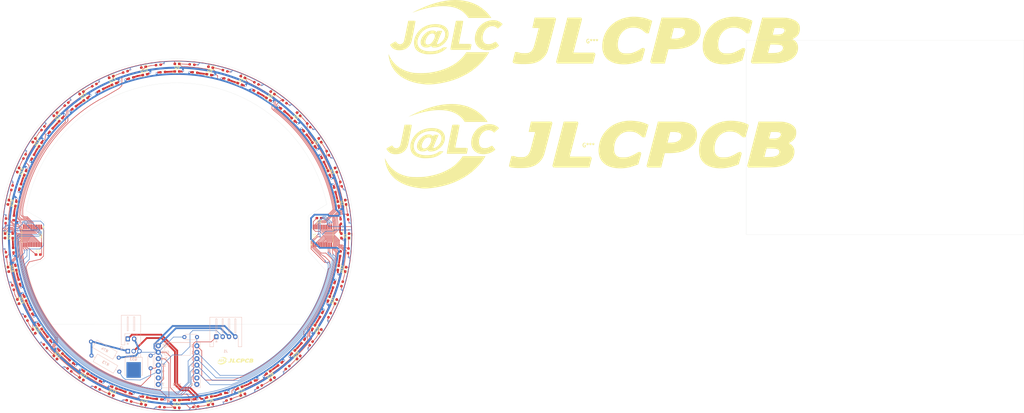
<source format=kicad_pcb>
(kicad_pcb (version 20241229) (generator "pcbnew") (generator_version "9.0")
  (layers (0 "F.Cu" signal) (2 "B.Cu" signal) (13 "F.Paste" user) (15 "B.Paste" user) (5 "F.SilkS" user "F.Silkscreen") (7 "B.SilkS" user "B.Silkscreen") (1 "F.Mask" user) (3 "B.Mask" user) (25 "Edge.Cuts" user))
  (net 0 "")
  (net 1 "GND")
  (net 2 "S3")
  (net 3 "VCC")
  (net 4 "S2")
  (net 5 "S1")
  (net 6 "Net-(J1-Pin_2)")
  (net 7 "S0")
  (net 8 "MUX_COM1")
  (net 9 "MUX_COM2")
  (net 10 "Net-(D1-K)")
  (net 11 "LED_5V")
  (net 12 "Net-(D2-K)")
  (net 13 "Net-(D3-K)")
  (net 14 "Net-(D4-K)")
  (net 15 "Net-(D5-K)")
  (net 16 "Net-(D6-K)")
  (net 17 "Net-(D7-K)")
  (net 18 "Net-(D8-K)")
  (net 19 "Net-(D9-K)")
  (net 20 "Net-(D10-K)")
  (net 21 "Net-(D11-K)")
  (net 22 "Net-(D12-K)")
  (net 23 "Net-(D13-K)")
  (net 24 "Net-(D14-K)")
  (net 25 "Net-(D15-K)")
  (net 26 "Net-(D16-K)")
  (net 27 "Net-(D17-K)")
  (net 28 "Net-(D18-K)")
  (net 29 "Net-(D19-K)")
  (net 30 "Net-(D20-K)")
  (net 31 "Net-(D21-K)")
  (net 32 "Net-(D22-K)")
  (net 33 "Net-(D23-K)")
  (net 34 "Net-(D24-K)")
  (net 35 "Net-(D25-K)")
  (net 36 "Net-(D26-K)")
  (net 37 "Net-(D27-K)")
  (net 38 "Net-(D28-K)")
  (net 39 "Net-(D29-K)")
  (net 40 "Net-(D30-K)")
  (net 41 "Net-(D31-K)")
  (net 42 "Net-(D32-K)")
  (net 43 "Net-(J1-Pin_1)")
  (net 44 "Net-(Q1-C)")
  (net 45 "Net-(Q2-C)")
  (net 46 "Net-(Q3-C)")
  (net 47 "Net-(Q4-C)")
  (net 48 "Net-(Q5-C)")
  (net 49 "Net-(Q6-C)")
  (net 50 "Net-(Q7-C)")
  (net 51 "Net-(Q8-C)")
  (net 52 "Net-(Q9-C)")
  (net 53 "Net-(Q10-C)")
  (net 54 "Net-(Q11-C)")
  (net 55 "Net-(Q12-C)")
  (net 56 "Net-(Q13-C)")
  (net 57 "Net-(Q14-C)")
  (net 58 "Net-(Q15-C)")
  (net 59 "Net-(Q16-C)")
  (net 60 "Net-(Q17-C)")
  (net 61 "Net-(Q18-C)")
  (net 62 "Net-(Q19-C)")
  (net 63 "Net-(Q20-C)")
  (net 64 "Net-(Q21-C)")
  (net 65 "Net-(Q22-C)")
  (net 66 "Net-(Q23-C)")
  (net 67 "Net-(Q24-C)")
  (net 68 "Net-(Q25-C)")
  (net 69 "Net-(Q26-C)")
  (net 70 "Net-(Q27-C)")
  (net 71 "Net-(Q28-C)")
  (net 72 "Net-(Q29-C)")
  (net 73 "Net-(Q30-C)")
  (net 74 "Net-(Q31-C)")
  (net 75 "Net-(Q32-C)")
  (net 76 "LED_IO")
  (net 77 "3v3")
  (net 78 "Net-(Q33-G)")
  (net 79 "Net-(Q33-D)")
  (footprint "Resistor_SMD:R_0603_1608Metric_Pad0.98x0.95mm_HandSolder" (layer "F.Cu") (at 80.454123 161.991602 -17.5)
    (property "Reference" "R55" (hide yes))
    (property "Value" "R" (hide yes))
  )
  (footprint "Resistor_SMD:R_0603_1608Metric_Pad0.98x0.95mm_HandSolder" (layer "F.Cu") (at 46.967855 57.437204 -128.75)
    (property "Reference" "R14" (hide yes))
    (property "Value" "R" (hide yes))
  )
  (footprint "Diode_SMD:D_0603_1608Metric_Pad1.05x0.95mm_HandSolder" (layer "F.Cu") (at 62.221224 156.539934 -33.75)
    (property "Reference" "Q22")
    (property "Value" "Q_Photo_NPN" (hide yes))
  )
  (footprint "Diode_SMD:D_0603_1608Metric_Pad1.05x0.95mm_HandSolder" (layer "F.Cu") (at 166.693399 113.266142 78.75)
    (property "Reference" "Q32")
    (property "Value" "Q_Photo_NPN" (hide yes))
  )
  (footprint "Resistor_SMD:R_0603_1608Metric_Pad0.98x0.95mm_HandSolder" (layer "F.Cu") (at 94.073409 167.741239 -5)
    (property "Reference" "R25" (hide yes))
    (property "Value" "R" (hide yes))
  )
  (footprint "Diode_SMD:D_0603_1608Metric_Pad1.05x0.95mm_HandSolder" (layer "F.Cu") (at 137.778776 43.460066 146.25)
    (property "Reference" "Q6")
    (property "Value" "Q_Photo_NPN" (hide yes))
  )
  (footprint "LED_SMD:LED_0603_1608Metric_Pad1.05x0.95mm_HandSolder" (layer "F.Cu") (at 124.874423 39.94783 -22.5)
    (property "Reference" "D7" (hide yes))
    (property "Value" "LED" (hide yes))
  )
  (footprint "Resistor_SMD:R_0603_1608Metric_Pad0.98x0.95mm_HandSolder" (layer "F.Cu") (at 140.685026 150.692491 38.75)
    (property "Reference" "R60" (hide yes))
    (property "Value" "R" (hide yes))
  )
  (footprint "LED_SMD:LED_0603_1608Metric_Pad1.05x0.95mm_HandSolder" (layer "F.Cu") (at 45.954475 136.112065 123.75)
    (property "Reference" "D20" (hide yes))
    (property "Value" "LED" (hide yes))
  )
  (footprint "Resistor_SMD:R_0603_1608Metric_Pad0.98x0.95mm_HandSolder" (layer "F.Cu") (at 58.218805 149.792889 -40)
    (property "Reference" "R53" (hide yes))
    (property "Value" "R" (hide yes))
  )
  (footprint "Diode_SMD:D_0603_1608Metric_Pad1.05x0.95mm_HandSolder" (layer "F.Cu") (at 126.022473 37.176192 157.5)
    (property "Reference" "Q7")
    (property "Value" "Q_Photo_NPN" (hide yes))
  )
  (footprint "Resistor_SMD:R_0603_1608Metric_Pad0.98x0.95mm_HandSolder" (layer "F.Cu") (at 159.617419 67.292764 118.75)
    (property "Reference" "R4" (hide yes))
    (property "Value" "R" (hide yes))
  )
  (footprint "Resistor_SMD:R_0603_1608Metric_Pad0.98x0.95mm_HandSolder" (layer "F.Cu") (at 160.316737 131.398906 62.5)
    (property "Reference" "R31" (hide yes))
    (property "Value" "R" (hide yes))
  )
  (footprint "Resistor_SMD:R_0603_1608Metric_Pad0.98x0.95mm_HandSolder" (layer "F.Cu") (at 43.012761 68.73573 -118.75)
    (property "Reference" "R46" (hide yes))
    (property "Value" "R" (hide yes))
  )
  (footprint "LED_SMD:LED_0603_1608Metric_Pad1.05x0.95mm_HandSolder" (layer "F.Cu") (at 160.05217 75.125577 -67.5)
    (property "Reference" "D3" (hide yes))
    (property "Value" "LED" (hide yes))
  )
  (footprint "Diode_SMD:D_0603_1608Metric_Pad1.05x0.95mm_HandSolder" (layer "F.Cu") (at 100 168)
    (property "Reference" "Q25")
    (property "Value" "Q_Photo_NPN" (hide yes))
  )
  (footprint "Resistor_SMD:R_0603_1608Metric_Pad0.98x0.95mm_HandSolder" (layer "F.Cu") (at 142.562796 46.967855 141.25)
    (property "Reference" "R6" (hide yes))
    (property "Value" "R" (hide yes))
  )
  (footprint "Resistor_SMD:R_0603_1608Metric_Pad0.98x0.95mm_HandSolder" (layer "F.Cu") (at 79.552006 35.147247 -162.5)
    (property "Reference" "R11" (hide yes))
    (property "Value" "R" (hide yes))
  )
  (footprint "LED_SMD:LED_0603_1608Metric_Pad1.05x0.95mm_HandSolder" (layer "F.Cu") (at 163.751043 87.319129 -78.75)
    (property "Reference" "D2" (hide yes))
    (property "Value" "LED" (hide yes))
  )
  (footprint "Resistor_SMD:R_0603_1608Metric_Pad0.98x0.95mm_HandSolder" (layer "F.Cu") (at 165.28339 119.028373 73.75)
    (property "Reference" "R32" (hide yes))
    (property "Value" "R" (hide yes))
  )
  (footprint "Package_SO:SSOP-24_5.3x8.2mm_P0.65mm" (layer "F.Cu") (at 157.5 100 90)
    (property "Reference" "U1")
    (property "Value" "CD74HC4067SM" (hide yes))
  )
  (footprint "Resistor_SMD:R_0603_1608Metric_Pad0.98x0.95mm_HandSolder" (layer "F.Cu") (at 35.386338 92.923653 -96.25)
    (property "Reference" "R48" (hide yes))
    (property "Value" "R" (hide yes))
  )
  (footprint "Diode_SMD:D_0603_1608Metric_Pad1.05x0.95mm_HandSolder" (layer "F.Cu") (at 37.176192 73.977527 -112.5)
    (property "Reference" "Q15")
    (property "Value" "Q_Photo_NPN" (hide yes))
  )
  (footprint "LED_SMD:LED_0603_1608Metric_Pad1.05x0.95mm_HandSolder" (layer "F.Cu") (at 165 100 -90)
    (property "Reference" "D1" (hide yes))
    (property "Value" "LED" (hide yes))
  )
  (footprint "LED_SMD:LED_0603_1608Metric_Pad1.05x0.95mm_HandSolder" (layer "F.Cu") (at 100 35)
    (property "Reference" "D9" (hide yes))
    (property "Value" "LED" (hide yes))
  )
  (footprint "Diode_SMD:D_0603_1608Metric_Pad1.05x0.95mm_HandSolder" (layer "F.Cu") (at 166.693399 86.733858 101.25)
    (property "Reference" "Q2")
    (property "Value" "Q_Photo_NPN" (hide yes))
  )
  (footprint "JLCPCB:JLCPCB" (layer "F.Cu") (at 262.74 64.18)
    (property "Reference" "G***")
    (property "Value" "LOGO" (hide yes))
  )
  (footprint "LED_SMD:LED_0603_1608Metric_Pad1.05x0.95mm_HandSolder" (layer "F.Cu") (at 145.961941 145.961941 -135)
    (property "Reference" "D29" (hide yes))
    (property "Value" "LED" (hide yes))
  )
  (footprint "Capacitor_SMD:C_0603_1608Metric_Pad1.08x0.95mm_HandSolder" (layer "F.Cu") (at 45.08 107.42)
    (property "Reference" "C1")
    (property "Value" "C" (hide yes))
  )
  (footprint "Diode_SMD:D_0603_1608Metric_Pad1.05x0.95mm_HandSolder" (layer "F.Cu") (at 51.916739 51.916739 -135)
    (property "Reference" "Q13")
    (property "Value" "Q_Photo_NPN" (hide yes))
  )
  (footprint "Diode_SMD:D_0603_1608Metric_Pad1.05x0.95mm_HandSolder" (layer "F.Cu") (at 168 100 90)
    (property "Reference" "Q1")
    (property "Value" "Q_Photo_NPN" (hide yes))
  )
  (footprint "Resistor_SMD:R_0603_1608Metric_Pad0.98x0.95mm_HandSolder" (layer "F.Cu") (at 92.923653 164.613662 -6.25)
    (property "Reference" "R56" (hide yes))
    (property "Value" "R" (hide yes))
  )
  (footprint "Resistor_SMD:R_0603_1608Metric_Pad0.98x0.95mm_HandSolder" (layer "F.Cu") (at 69.98634 42.344296 -152.5)
    (property "Reference" "R43" (hide yes))
    (property "Value" "R" (hide yes))
  )
  (footprint "LED_SMD:LED_0603_1608Metric_Pad1.05x0.95mm_HandSolder" (layer "F.Cu") (at 63.887935 154.045525 146.25)
    (property "Reference" "D22" (hide yes))
    (property "Value" "LED" (hide yes))
  )
  (footprint "LED_SMD:LED_0603_1608Metric_Pad1.05x0.95mm_HandSolder" (layer "F.Cu") (at 39.94783 75.125577 67.5)
    (property "Reference" "D15" (hide yes))
    (property "Value" "LED" (hide yes))
  )
  (footprint "Diode_SMD:D_0603_1608Metric_Pad1.05x0.95mm_HandSolder" (layer "F.Cu") (at 37.176192 126.022473 -67.5)
    (property "Reference" "Q19")
    (property "Value" "Q_Photo_NPN" (hide yes))
  )
  (footprint "Diode_SMD:D_0603_1608Metric_Pad1.05x0.95mm_HandSolder" (layer "F.Cu") (at 62.221224 43.460066 -146.25)
    (property "Reference" "Q12")
    (property "Value" "Q_Photo_NPN" (hide yes))
  )
  (footprint "LED_SMD:LED_0603_1608Metric_Pad1.05x0.95mm_HandSolder" (layer "F.Cu") (at 35 100 90)
    (property "Reference" "D17" (hide yes))
    (property "Value" "LED" (hide yes))
  )
  (footprint "LED_SMD:LED_0603_1608Metric_Pad1.05x0.95mm_HandSolder" (layer "F.Cu") (at 75.125577 39.94783 22.5)
    (property "Reference" "D11" (hide yes))
    (property "Value" "LED" (hide yes))
  )
  (footprint "Resistor_SMD:R_0603_1608Metric_Pad0.98x0.95mm_HandSolder" (layer "F.Cu") (at 152.091022 56.290443 130)
    (property "Reference" "R5" (hide yes))
    (property "Value" "R" (hide yes))
  )
  (footprint "Resistor_SMD:R_0603_1608Metric_Pad0.98x0.95mm_HandSolder" (layer "F.Cu") (at 143.709557 152.091022 40)
    (property "Reference" "R29" (hide yes))
    (property "Value" "R" (hide yes))
  )
  (footprint "Diode_SMD:D_0603_1608Metric_Pad1.05x0.95mm_HandSolder" (layer "F.Cu") (at 100 32 180)
    (property "Reference" "Q9")
    (property "Value" "Q_Photo_NPN" (hide yes))
  )
  (footprint "Resistor_SMD:R_0603_1608Metric_Pad0.98x0.95mm_HandSolder" (layer "F.Cu") (at 164.752655 94.334877 95)
    (property "Reference" "R33" (hide yes))
    (property "Value" "R" (hide yes))
  )
  (footprint "Diode_SMD:D_0603_1608Metric_Pad1.05x0.95mm_HandSolder" (layer "F.Cu") (at 148.083261 148.083261 45)
    (property "Reference" "Q29")
    (property "Value" "Q_Photo_NPN" (hide yes))
  )
  (footprint "Resistor_SMD:R_0603_1608Metric_Pad0.98x0.95mm_HandSolder" (layer "F.Cu") (at 141.781195 50.207111 140)
    (property "Reference" "R37" (hide yes))
    (property "Value" "R" (hide yes))
  )
  (footprint "LED_SMD:LED_0603_1608Metric_Pad1.05x0.95mm_HandSolder" (layer "F.Cu") (at 112.680871 163.751043 -168.75)
    (property "Reference" "D26" (hide yes))
    (property "Value" "LED" (hide yes))
  )
  (footprint "Resistor_SMD:R_0603_1608Metric_Pad0.98x0.95mm_HandSolder" (layer "F.Cu") (at 35.247345 105.665123 -85)
    (property "Reference" "R49" (hide yes))
    (property "Value" "R" (hide yes))
  )
  (footprint "Resistor_SMD:R_0603_1608Metric_Pad0.98x0.95mm_HandSolder" (layer "F.Cu") (at 32.258761 94.073409 -95)
    (property "Reference" "R17" (hide yes))
    (property "Value" "R" (hide yes))
  )
  (footprint "Diode_SMD:D_0603_1608Metric_Pad1.05x0.95mm_HandSolder" (layer "F.Cu") (at 113.266142 33.306601 168.75)
    (property "Reference" "Q8")
    (property "Value" "Q_Photo_NPN" (hide yes))
  )
  (footprint "LED_SMD:LED_0603_1608Metric_Pad1.05x0.95mm_HandSolder" (layer "F.Cu") (at 124.874423 160.05217 -157.5)
    (property "Reference" "D27" (hide yes))
    (property "Value" "LED" (hide yes))
  )
  (footprint "Resistor_SMD:R_0603_1608Metric_Pad0.98x0.95mm_HandSolder" (layer "F.Cu") (at 132.707236 159.617419 28.75)
    (property "Reference" "R28" (hide yes))
    (property "Value" "R" (hide yes))
  )
  (footprint "LED_SMD:LED_0603_1608Metric_Pad1.05x0.95mm_HandSolder" (layer "F.Cu") (at 154.045525 136.112065 -123.75)
    (property "Reference" "D30" (hide yes))
    (property "Value" "LED" (hide yes))
  )
  (footprint "Resistor_SMD:R_0603_1608Metric_Pad0.98x0.95mm_HandSolder" (layer "F.Cu") (at 59.314974 49.307509 -141.25)
    (property "Reference" "R44" (hide yes))
    (property "Value" "R" (hide yes))
  )
  (footprint "Resistor_SMD:R_0603_1608Metric_Pad0.98x0.95mm_HandSolder" (layer "F.Cu") (at 130.01366 157.655704 27.5)
    (property "Reference" "R59" (hide yes))
    (property "Value" "R" (hide yes))
  )
  (footprint "LED_SMD:LED_0603_1608Metric_Pad1.05x0.95mm_HandSolder" (layer "F.Cu") (at 145.961941 54.038059 -45)
    (property "Reference" "D5" (hide yes))
    (property "Value" "LED" (hide yes))
  )
  (footprint "Resistor_SMD:R_0603_1608Metric_Pad0.98x0.95mm_HandSolder" (layer "F.Cu") (at 107.402947 167.595831 6.25)
    (property "Reference" "R26" (hide yes))
    (property "Value" "R" (hide yes))
  )
  (footprint "LED_SMD:LED_0603_1608Metric_Pad1.05x0.95mm_HandSolder" (layer "F.Cu") (at 87.319129 163.751043 168.75)
    (property "Reference" "D24" (hide yes))
    (property "Value" "LED" (hide yes))
  )
  (footprint "LED_SMD:LED_0603_1608Metric_Pad1.05x0.95mm_HandSolder" (layer "F.Cu") (at 136.112065 45.954475 -33.75)
    (property "Reference" "D6" (hide yes))
    (property "Value" "LED" (hide yes))
  )
  (footprint "Resistor_SMD:R_0603_1608Metric_Pad0.98x0.95mm_HandSolder" (layer "F.Cu") (at 92.597053 32.404169 -173.75)
    (property "Reference" "R10" (hide yes))
    (property "Value" "R" (hide yes))
  )
  (footprint "Resistor_SMD:R_0603_1608Metric_Pad0.98x0.95mm_HandSolder" (layer "F.Cu") (at 105.665123 164.752655 5)
    (property "Reference" "R57" (hide yes))
    (property "Value" "R" (hide yes))
  )
  (footprint "LED_SMD:LED_0603_1608Metric_Pad1.05x0.95mm_HandSolder" (layer "F.Cu") (at 160.05217 124.874423 -112.5)
    (property "Reference" "D31" (hide yes))
    (property "Value" "LED" (hide yes))
  )
  (footprint "Diode_SMD:D_0603_1608Metric_Pad1.05x0.95mm_HandSolder" (layer "F.Cu") (at 86.733858 166.693399 -11.25)
    (property "Reference" "Q24")
    (property "Value" "Q_Photo_NPN" (hide yes))
  )
  (footprint "Resistor_SMD:R_0603_1608Metric_Pad0.98x0.95mm_HandSolder" (layer "F.Cu") (at 38.008398 80.454123 -107.5)
    (property "Reference" "R47" (hide yes))
    (property "Value" "R" (hide yes))
  )
  (footprint "LED_SMD:LED_0603_1608Metric_Pad1.05x0.95mm_HandSolder" (layer "F.Cu") (at 54.038059 54.038059 45)
    (property "Reference" "D13" (hide yes))
    (property "Value" "LED" (hide yes))
  )
  (footprint "Resistor_SMD:R_0603_1608Metric_Pad0.98x0.95mm_HandSolder" (layer "F.Cu") (at 40.382581 132.707236 -61.25)
    (property "Reference" "R20" (hide yes))
    (property "Value" "R" (hide yes))
  )
  (footprint "Resistor_SMD:R_0603_1608Metric_Pad0.98x0.95mm_HandSolder" (layer "F.Cu") (at 119.545877 38.008398 162.5)
    (property "Reference" "R39" (hide yes))
    (property "Value" "R" (hide yes))
  )
  (footprint "Diode_SMD:D_0603_1608Metric_Pad1.05x0.95mm_HandSolder" (layer "F.Cu") (at 32 100 -90)
    (property "Reference" "Q17")
    (property "Value" "Q_Photo_NPN" (hide yes))
  )
  (footprint "JLCPCB:JCLPCB_15.1x4.4" (layer "F.Cu") (at 123.02 149.39)
    (property "Reference" "G***" (hide yes))
    (property "Value" "LOGO" (hide yes))
  )
  (footprint "LED_SMD:LED_0603_1608Metric_Pad1.05x0.95mm_HandSolder" (layer "F.Cu") (at 87.319129 36.248957 11.25)
    (property "Reference" "D10" (hide yes))
    (property "Value" "LED" (hide yes))
  )
  (footprint "Resistor_SMD:R_0603_1608Metric_Pad0.98x0.95mm_HandSolder" (layer "F.Cu") (at 164.852753 79.552006 107.5)
    (property "Reference" "R3" (hide yes))
    (property "Value" "R" (hide yes))
  )
  (footprint "Resistor_SMD:R_0603_1608Metric_Pad0.98x0.95mm_HandSolder" (layer "F.Cu") (at 32.404169 107.402947 -83.75)
    (property "Reference" "R18" (hide yes))
    (property "Value" "R" (hide yes))
  )
  (footprint "Resistor_SMD:R_0603_1608Metric_Pad0.98x0.95mm_HandSolder" (layer "F.Cu") (at 150.692491 59.314974 128.75)
    (property "Reference" "R36" (hide yes))
    (property "Value" "R" (hide yes))
  )
  (footprint "LED_SMD:LED_0603_1608Metric_Pad1.05x0.95mm_HandSolder" (layer "F.Cu") (at 36.248957 112.680871 101.25)
    (property "Reference" "D18" (hide yes))
    (property "Value" "LED" (hide yes))
  )
  (footprint "LED_SMD:LED_0603_1608Metric_Pad1.05x0.95mm_HandSolder" (layer "F.Cu") (at 100 165 180)
    (property "Reference" "D25" (hide yes))
    (property "Value" "LED" (hide yes))
  )
  (footprint "Diode_SMD:D_0603_1608Metric_Pad1.05x0.95mm_HandSolder" (layer "F.Cu") (at 162.823808 126.022473 67.5)
    (property "Reference" "Q31")
    (property "Value" "Q_Photo_NPN" (hide yes))
  )
  (footprint "LED_SMD:LED_0603_1608Metric_Pad1.05x0.95mm_HandSolder" (layer "F.Cu") (at 163.751043 112.680871 -101.25)
    (property "Reference" "D32" (hide yes))
    (property "Value" "LED" (hide yes))
  )
  (footprint "Resistor_SMD:R_0603_1608Metric_Pad0.98x0.95mm_HandSolder" (layer "F.Cu") (at 119.028373 34.71661 163.75)
    (property "Reference" "R8" (hide yes))
    (property "Value" "R" (hide yes))
  )
  (footprint "LED_SMD:LED_0603_1608Metric_Pad1.05x0.95mm_HandSolder" (layer "F.Cu") (at 112.680871 36.248957 -11.25)
    (property "Reference" "D8" (hide yes))
    (property "Value" "LED" (hide yes))
  )
  (footprint "Resistor_SMD:R_0603_1608Metric_Pad0.98x0.95mm_HandSolder" (layer "F.Cu") (at 42.344296 130.01366 -62.5)
    (property "Reference" "R51" (hide yes))
    (property "Value" "R" (hide yes))
  )
  (footprint "Diode_SMD:D_0603_1608Metric_Pad1.05x0.95mm_HandSolder" (layer "F.Cu") (at 73.977527 162.823808 -22.5)
    (property "Reference" "Q23")
    (property "Value" "Q_Photo_NPN" (hide yes))
  )
  (footprint "Diode_SMD:D_0603_1608Metric_Pad1.05x0.95mm_HandSolder" (layer "F.Cu") (at 51.916739 148.083261 -45)
    (property "Reference" "Q21")
    (property "Value" "Q_Photo_NPN" (hide yes))
  )
  (footprint "LED_SMD:LED_0603_1608Metric_Pad1.05x0.95mm_HandSolder" (layer "F.Cu") (at 154.045525 63.887935 -56.25)
    (property "Reference" "D4" (hide yes))
    (property "Value" "LED" (hide yes))
  )
  (footprint "Resistor_SMD:R_0603_1608Metric_Pad0.98x0.95mm_HandSolder" (layer "F.Cu") (at 149.792889 141.781195 50)
    (property "Reference" "R61" (hide yes))
    (property "Value" "R" (hide yes))
  )
  (footprint "Resistor_SMD:R_0603_1608Metric_Pad0.98x0.95mm_HandSolder" (layer "F.Cu") (at 68.601094 160.316737 -27.5)
    (property "Reference" "R23" (hide yes))
    (property "Value" "R" (hide yes))
  )
  (footprint "Resistor_SMD:R_0603_1608Metric_Pad0.98x0.95mm_HandSolder" (layer "F.Cu") (at 35.147247 120.447994 -72.5)
    (property "Reference" "R19" (hide yes))
    (property "Value" "R" (hide yes))
  )
  (footprint "Diode_SMD:D_0603_1608Metric_Pad1.05x0.95mm_HandSolder" (layer "F.Cu") (at 33.306601 86.733858 -101.25)
    (property "Reference" "Q16")
    (property "Value" "Q_Photo_NPN" (hide yes))
  )
  (footprint "Resistor_SMD:R_0603_1608Metric_Pad0.98x0.95mm_HandSolder" (layer "F.Cu") (at 68.73573 156.987239 -28.75)
    (property "Reference" "R54" (hide yes))
    (property "Value" "R" (hide yes))
  )
  (footprint "Diode_SMD:D_0603_1608Metric_Pad1.05x0.95mm_HandSolder" (layer "F.Cu") (at 162.823808 73.977527 112.5)
    (property "Reference" "Q3")
    (property "Value" "Q_Photo_NPN" (hide yes))
  )
  (footprint "Diode_SMD:D_0603_1608Metric_Pad1.05x0.95mm_HandSolder" (layer "F.Cu") (at 73.977527 37.176192 -157.5)
    (property "Reference" "Q11")
    (property "Value" "Q_Photo_NPN" (hide yes))
  )
  (footprint "Resistor_SMD:R_0603_1608Metric_Pad0.98x0.95mm_HandSolder" (layer "F.Cu") (at 56.290443 47.908978 -140)
    (property "Reference" "R13" (hide yes))
    (property "Value" "R" (hide yes))
  )
  (footprint "LED_SMD:LED_0603_1608Metric_Pad1.05x0.95mm_HandSolder" (layer "F.Cu") (at 45.954475 63.887935 56.25)
    (property "Reference" "D14" (hide yes))
    (property "Value" "LED" (hide yes))
  )
  (footprint "Resistor_SMD:R_0603_1608Metric_Pad0.98x0.95mm_HandSolder" (layer "F.Cu") (at 167.595831 92.597053 96.25)
    (property "Reference" "R2" (hide yes))
    (property "Value" "R" (hide yes))
  )
  (footprint "Diode_SMD:D_0603_1608Metric_Pad1.05x0.95mm_HandSolder" (layer "F.Cu") (at 156.539934 137.778776 56.25)
    (property "Reference" "Q30")
    (property "Value" "Q_Photo_NPN" (hide yes))
  )
  (footprint "Diode_SMD:D_0603_1608Metric_Pad1.05x0.95mm_HandSolder" (layer "F.Cu") (at 126.022473 162.823808 22.5)
    (property "Reference" "Q27")
    (property "Value" "Q_Photo_NPN" (hide yes))
  )
  (footprint "Diode_SMD:D_0603_1608Metric_Pad1.05x0.95mm_HandSolder" (layer "F.Cu") (at 86.733858 33.306601 -168.75)
    (property "Reference" "Q10")
    (property "Value" "Q_Photo_NPN" (hide yes))
  )
  (footprint "Resistor_SMD:R_0603_1608Metric_Pad0.98x0.95mm_HandSolder" (layer "F.Cu") (at 80.971627 165.28339 -16.25)
    (property "Reference" "R24" (hide yes))
    (property "Value" "R" (hide yes))
  )
  (footprint "Resistor_SMD:R_0603_1608Metric_Pad0.98x0.95mm_HandSolder" (layer "F.Cu") (at 120.447994 164.852753 17.5)
    (property "Reference" "R27" (hide yes))
    (property "Value" "R" (hide yes))
  )
  (footprint "Resistor_SMD:R_0603_1608Metric_Pad0.98x0.95mm_HandSolder" (layer "F.Cu") (at 162.403241 81.811114 106.25)
    (property "Reference" "R34" (hide yes))
    (property "Value" "R" (hide yes))
  )
  (footprint "Resistor_SMD:R_0603_1608Metric_Pad0.98x0.95mm_HandSolder" (layer "F.Cu") (at 67.292764 40.382581 -151.25)
    (property "Reference" "R12" (hide yes))
    (property "Value" "R" (hide yes))
  )
  (footprint "LED_SMD:LED_0603_1608Metric_Pad1.05x0.95mm_HandSolder" (layer "F.Cu") (at 39.94783 124.874423 112.5)
    (property "Reference" "D19" (hide yes))
    (property "Value" "LED" (hide yes))
  )
  (footprint "Resistor_SMD:R_0603_1608Metric_Pad0.98x0.95mm_HandSolder" (layer "F.Cu") (at 94.334877 35.247345 -175)
    (property "Reference" "R41" (hide yes))
    (property "Value" "R" (hide yes))
  )
  (footprint "Resistor_SMD:R_0603_1608Metric_Pad0.98x0.95mm_HandSolder" (layer "F.Cu") (at 49.307509 140.685026 -51.25)
    (property "Reference" "R52" (hide yes))
    (property "Value" "R" (hide yes))
  )
  (footprint "Resistor_SMD:R_0603_1608Metric_Pad0.98x0.95mm_HandSolder" (layer "F.Cu") (at 161.991602 119.545877 72.5)
    (property "Reference" "R63" (hide yes))
    (property "Value" "R" (hide yes))
  )
  (footprint "Resistor_SMD:R_0603_1608Metric_Pad0.98x0.95mm_HandSolder" (layer "F.Cu") (at 107.076347 35.386338 173.75)
    (property "Reference" "R40" (hide yes))
    (property "Value" "R" (hide yes))
  )
  (footprint "Resistor_SMD:R_0603_1608Metric_Pad0.98x0.95mm_HandSolder" (layer "F.Cu") (at 153.032145 142.562796 51.25)
    (property "Reference" "R30" (hide yes))
    (property "Value" "R" (hide yes))
  )
  (footprint "Resistor_SMD:R_0603_1608Metric_Pad0.98x0.95mm_HandSolder" (layer "F.Cu") (at 156.987239 131.26427 61.25)
    (property "Reference" "R62" (hide yes))
    (property "Value" "R" (hide yes))
  )
  (footprint "Capacitor_SMD:C_0603_1608Metric_Pad1.08x0.95mm_HandSolder" (layer "F.Cu") (at 156.17 92.98 180)
    (property "Reference" "C2")
    (property "Value" "C" (hide yes))
  )
  (footprint "Resistor_SMD:R_0603_1608Metric_Pad0.98x0.95mm_HandSolder" (layer "F.Cu") (at 167.741239 105.926591 85)
    (property "Reference" "R1" (hide yes))
    (property "Value" "R" (hide yes))
  )
  (footprint "LED_SMD:LED_0603_1608Metric_Pad1.05x0.95mm_HandSolder" (layer "F.Cu") (at 36.248957 87.319129 78.75)
    (property "Reference" "D16" (hide yes))
    (property "Value" "LED" (hide yes))
  )
  (footprint "JLCPCB:JLCPCB" (layer "F.Cu") (at 264.19 23.06)
    (property "Reference" "G***")
    (property "Value" "LOGO" (hide yes))
  )
  (footprint "LED_SMD:LED_0603_1608Metric_Pad1.05x0.95mm_HandSolder" (layer "F.Cu") (at 75.125577 160.05217 157.5)
    (property "Reference" "D23" (hide yes))
    (property "Value" "LED" (hide yes))
  )
  (footprint "Diode_SMD:D_0603_1608Metric_Pad1.05x0.95mm_HandSolder" (layer "F.Cu") (at 137.778776 156.539934 33.75)
    (property "Reference" "Q28")
    (property "Value" "Q_Photo_NPN" (hide yes))
  )
  (footprint "Diode_SMD:D_0603_1608Metric_Pad1.05x0.95mm_HandSolder" (layer "F.Cu") (at 148.083261 51.916739 135)
    (property "Reference" "Q5")
    (property "Value" "Q_Photo_NPN" (hide yes))
  )
  (footprint "Resistor_SMD:R_0603_1608Metric_Pad0.98x0.95mm_HandSolder" (layer "F.Cu") (at 131.26427 43.012761 151.25)
    (property "Reference" "R38" (hide yes))
    (property "Value" "R" (hide yes))
  )
  (footprint "LED_SMD:LED_0603_1608Metric_Pad1.05x0.95mm_HandSolder" (layer "F.Cu") (at 63.887935 45.954475 33.75)
    (property "Reference" "D12" (hide yes))
    (property "Value" "LED" (hide yes))
  )
  (footprint "Diode_SMD:D_0603_1608Metric_Pad1.05x0.95mm_HandSolder" (layer "F.Cu") (at 33.306601 113.266142 -78.75)
    (property "Reference" "Q18")
    (property "Value" "Q_Photo_NPN" (hide yes))
  )
  (footprint "Resistor_SMD:R_0603_1608Metric_Pad0.98x0.95mm_HandSolder" (layer "F.Cu") (at 50.207111 58.218805 -130)
    (property "Reference" "R45" (hide yes))
    (property "Value" "R" (hide yes))
  )
  (footprint "Resistor_SMD:R_0603_1608Metric_Pad0.98x0.95mm_HandSolder" (layer "F.Cu") (at 105.926591 32.258761 175)
    (property "Reference" "R9" (hide yes))
    (property "Value" "R" (hide yes))
  )
  (footprint "Resistor_SMD:R_0603_1608Metric_Pad0.98x0.95mm_HandSolder" (layer "F.Cu") (at 37.596759 118.188886 -73.75)
    (property "Reference" "R50" (hide yes))
    (property "Value" "R" (hide yes))
  )
  (footprint "Resistor_SMD:R_0603_1608Metric_Pad0.98x0.95mm_HandSolder" (layer "F.Cu") (at 47.908978 143.709557 -50)
    (property "Reference" "R21" (hide yes))
    (property "Value" "R" (hide yes))
  )
  (footprint "Diode_SMD:D_0603_1608Metric_Pad1.05x0.95mm_HandSolder" (layer "F.Cu") (at 43.460066 137.778776 -56.25)
    (property "Reference" "Q20")
    (property "Value" "Q_Photo_NPN" (hide yes))
  )
  (footprint "Diode_SMD:D_0603_1608Metric_Pad1.05x0.95mm_HandSolder" (layer "F.Cu") (at 113.266142 166.693399 11.25)
    (property "Reference" "Q26")
    (property "Value" "Q_Photo_NPN" (hide yes))
  )
  (footprint "Package_SO:SSOP-24_5.3x8.2mm_P0.65mm" (layer "F.Cu") (at 42.8 100 -90)
    (property "Reference" "U2")
    (property "Value" "CD74HC4067SM" (hide yes))
  )
  (footprint "LED_SMD:LED_0603_1608Metric_Pad1.05x0.95mm_HandSolder" (layer "F.Cu") (at 54.038059 145.961941 135)
    (property "Reference" "D21" (hide yes))
    (property "Value" "LED" (hide yes))
  )
  (footprint "Resistor_SMD:R_0603_1608Metric_Pad0.98x0.95mm_HandSolder" (layer "F.Cu") (at 81.811114 37.596759 -163.75)
    (property "Reference" "R42" (hide yes))
    (property "Value" "R" (hide yes))
  )
  (footprint "Resistor_SMD:R_0603_1608Metric_Pad0.98x0.95mm_HandSolder" (layer "F.Cu") (at 157.655704 69.98634 117.5)
    (property "Reference" "R35" (hide yes))
    (property "Value" "R" (hide yes))
  )
  (footprint "Diode_SMD:D_0603_1608Metric_Pad1.05x0.95mm_HandSolder" (layer "F.Cu") (at 156.539934 62.221224 123.75)
    (property "Reference" "Q4")
    (property "Value" "Q_Photo_NPN" (hide yes))
  )
  (footprint "Resistor_SMD:R_0603_1608Metric_Pad0.98x0.95mm_HandSolder" (layer "F.Cu") (at 164.613662 107.076347 83.75)
    (property "Reference" "R64" (hide yes))
    (property "Value" "R" (hide yes))
  )
  (footprint "LED_SMD:LED_0603_1608Metric_Pad1.05x0.95mm_HandSolder" (layer "F.Cu") (at 136.112065 154.045525 -146.25)
    (property "Reference" "D28" (hide yes))
    (property "Value" "LED" (hide yes))
  )
  (footprint "Diode_SMD:D_0603_1608Metric_Pad1.05x0.95mm_HandSolder" (layer "F.Cu") (at 43.460066 62.221224 -123.75)
    (property "Reference" "Q14")
    (property "Value" "Q_Photo_NPN" (hide yes))
  )
  (footprint "Resistor_SMD:R_0603_1608Metric_Pad0.98x0.95mm_HandSolder" (layer "F.Cu") (at 39.683263 68.601094 -117.5)
    (property "Reference" "R15" (hide yes))
    (property "Value" "R" (hide yes))
  )
  (footprint "Resistor_SMD:R_0603_1608Metric_Pad0.98x0.95mm_HandSolder" (layer "F.Cu") (at 57.437204 153.032145 -38.75)
    (property "Reference" "R22" (hide yes))
    (property "Value" "R" (hide yes))
  )
  (footprint "Resistor_SMD:R_0603_1608Metric_Pad0.98x0.95mm_HandSolder" (layer "F.Cu") (at 131.398906 39.683263 152.5)
    (property "Reference" "R7" (hide yes))
    (property "Value" "R" (hide yes))
  )
  (footprint "Resistor_SMD:R_0603_1608Metric_Pad0.98x0.95mm_HandSolder" (layer "F.Cu") (at 34.71661 80.971627 -106.25)
    (property "Reference" "R16" (hide yes))
    (property "Value" "R" (hide yes))
  )
  (footprint "Resistor_SMD:R_0603_1608Metric_Pad0.98x0.95mm_HandSolder" (layer "F.Cu") (at 118.188886 162.403241 16.25)
    (property "Reference" "R58" (hide yes))
    (property "Value" "R" (hide yes))
  )
  (footprint "Connector_JST:JST_XH_S4B-XH-A-1_1x04_P2.50mm_Horizontal" (layer "B.Cu") (at 115.56 139.9)
    (property "Reference" "J1")
    (property "Value" "Conn_01x04_Socket" (hide yes))
  )
  (footprint "Connector_JST:JST_XH_S2B-XH-A_1x02_P2.50mm_Horizontal" (layer "B.Cu") (at 80.52 140.755)
    (property "Reference" "J2")
    (property "Value" "Conn_01x02_Socket" (hide yes))
  )
  (footprint "Resistor_THT:R_Axial_DIN0309_L9.0mm_D3.2mm_P12.70mm_Horizontal" (layer "B.Cu") (at 77.16 153.72 150)
    (property "Reference" "R73")
    (property "Value" "R" (hide yes))
  )
  (footprint "Capacitor_THT:C_Disc_D4.3mm_W1.9mm_P5.00mm" (layer "B.Cu") (at 89.56 152.38 90)
    (property "Reference" "C4" (hide yes))
    (property "Value" "C" (hide yes))
  )
  (footprint "seeeduino:Seeeduino Xiao SAMD" (layer "B.Cu") (at 100.21 151.13 180)
    (property "Reference" "U3" (hide yes))
    (property "Value" "~")
  )
  (footprint "Resistor_THT:R_Axial_DIN0309_L9.0mm_D3.2mm_P12.70mm_Horizontal" (layer "B.Cu") (at 65.951477 141.84 -30)
    (property "Reference" "R74")
    (property "Value" "R" (hide yes))
  )
  (footprint "seeeduino:TO-251-3-1EP_Horizontal_TabDown_EDITED" (layer "B.Cu") (at 80.55 145.62)
    (property "Reference" "Q33")
    (property "Value" "Q_NMOS" (hide yes))
  )
  (footprint "Capacitor_THT:C_Disc_D4.3mm_W1.9mm_P5.00mm" (layer "B.Cu") (at 107.91 140.04 180)
    (property "Reference" "C3" (hide yes))
    (property "Value" "C" (hide yes))
  )
  (gr_arc (start 52.762346 139.955811) (mid 42.341505 122.435702) (end 38.18 102.48) (stroke (width 0.2)) (layer "F.Cu") (net 67))
  (gr_arc (start 138.368573 49.928706) (mid 154.081983 67.52815) (end 162.23 89.67) (stroke (width 0.2)) (layer "F.Cu") (net 51))
  (gr_arc (start 163.74 106.37) (mid 160.324217 121.548861) (end 153.349791 135.456512) (stroke (width 0.2)) (layer "F.Cu") (net 72))
  (gr_arc (start 120.738453 163.614579) (mid 117.412642 164.604164) (end 114.04 165.42) (stroke (width 0.2)) (layer "F.Cu") (net 69))
  (gr_arc (start 166.402543 106.00842) (mid 164.835 115.533034) (end 161.91 124.731938) (stroke (width 0.2)) (layer "F.Cu") (net 74))
  (gr_arc (start 40.34 69.54) (mid 42.275365 66.014802) (end 44.418783 62.612094) (stroke (width 0.2)) (layer "F.Cu") (net 57))
  (gr_arc (start 138.193614 50.387063) (mid 153.67401 67.761881) (end 161.74 89.59) (stroke (width 0.2)) (layer "F.Cu") (net 52))
  (gr_arc (start 36.747029 107.722799) (mid 36.452123 104.716698) (end 36.3 101.7) (stroke (width 0.2)) (layer "F.Cu") (net 63))
  (gr_arc (start 60.78 154.38) (mid 56.437054 150.967269) (end 52.389747 147.208649) (stroke (width 0.2)) (layer "F.Cu") (net 65))
  (gr_arc (start 153.204125 140.781825) (mid 150.780458 143.762783) (end 148.19 146.6) (stroke (width 0.2)) (layer "F.Cu") (net 72))
  (gr_arc (start 85.79 159.28) (mid 56.237292 142.436634) (end 40.310948 112.379802) (stroke (width 0.2)) (layer "F.Cu") (net 9))
  (gr_arc (start 52.261119 140.167775) (mid 41.777162 122.417673) (end 37.65 102.22) (stroke (width 0.2)) (layer "F.Cu") (net 66))
  (gr_arc (start 139.178243 50.005007) (mid 154.616862 67.574202) (end 162.65 89.54) (stroke (width 0.2)) (layer "F.Cu") (net 50))
  (gr_arc (start 36.235496 107.180642) (mid 35.979718 104.344774) (end 35.85 101.50035) (stroke (width 0.2)) (layer "F.Cu") (net 62))
  (gr_arc (start 159.85 113.14) (mid 146.639527 139.742126) (end 122.47076 157.006553) (stroke (width 0.2)) (layer "F.Cu") (net 8))
  (gr_arc (start 84.078752 164.012139) (mid 67.239895 157.252211) (end 52.88 146.16) (stroke (width 0.2)) (layer "F.Cu") (net 67))
  (gr_arc (start 42.841359 133.960947) (mid 37.702823 123.227525) (end 34.56 111.75) (stroke (width 0.2)) (layer "F.Cu") (net 63))
  (gr_arc (start 159.564247 70.540574) (mid 162.958565 78.740265) (end 165.23 87.319129) (stroke (width 0.2)) (layer "F.Cu") (net 47))
  (gr_arc (start 36.48941 91.68046) (mid 38.327886 82.697974) (end 41.43 74.07) (stroke (width 0.2)) (layer "F.Cu") (net 57))
  (gr_arc (start 58.02 48.58) (mid 65.395568 43.35311) (end 73.412906 39.176787) (stroke (width 0.2)) (layer "F.Cu") (net 54))
  (gr_arc (start 139.54795 49.646215) (mid 155.162312 67.493641) (end 163.21 89.8) (stroke (width 0.2)) (layer "F.Cu") (net 49))
  (gr_arc (start 162.335966 92.811977) (mid 162.562285 95.162563) (end 162.7 97.52) (stroke (width 0.2)) (layer "F.Cu") (net 47))
  (gr_arc (start 165.85 106.37) (mid 162.61104 121.369536) (end 156.003533 135.219366) (stroke (width 0.2)) (layer "F.Cu") (net 73))
  (gr_arc (start 79.229338 36.535773) (mid 82.403006 35.583587) (end 85.62 34.79) (stroke (width 0.2)) (layer "F.Cu") (net 53))
  (gr_arc (start 163.26 106.54) (mid 159.86875 121.455349) (end 153.014267 135.129569) (stroke (width 0.2)) (layer "F.Cu") (net 71))
  (gr_arc (start 152.62 140.7) (mid 145.692074 148.348617) (end 137.664554 154.83371) (stroke (width 0.2)) (layer "F.Cu") (net 71))
  (gr_arc (start 36.99 91.27) (mid 40.596179 77.247878) (end 47.279727 64.404412) (stroke (width 0.2)) (layer "F.Cu") (net 56))
  (gr_arc (start 161.93 109.86) (mid 157.945441 123.976455) (end 150.790664 136.781149) (stroke (width 0.2)) (layer "F.Cu") (net 69))
  (gr_arc (start 150.138878 139.904199) (mid 138.033589 151.572263) (end 123.31 159.69) (stroke (width 0.2)) (layer "F.Cu") (net 69))
  (gr_arc (start 38.235031 89.888127) (mid 44.397379 71.268313) (end 56.02 55.47) (stroke (width 0.2)) (layer "F.Cu") (net 54))
  (gr_arc (start 33.697136 93.191982) (mid 35.319517 83.91106) (end 38.234332 74.951625) (stroke (width 0.2)) (layer "F.Cu") (net 58))
  (gr_arc (start 162.897792 93.695591) (mid 163.065213 95.680651) (end 163.17 97.67) (stroke (width 0.2)) (layer "F.Cu") (net 46))
  (gr_arc (start 128.18 39.37) (mid 133.390624 42.076123) (end 138.343737 45.228957) (stroke (width 0.2)) (layer "F.Cu") (net 50))
  (gr_arc (start 115.720853 35.618412) (mid 127.135331 39.536723) (end 137.65 45.46) (stroke (width 0.2)) (layer "F.Cu") (net 51))
  (gr_arc (start 47.62 58.218805) (mid 49.943133 55.461896) (end 52.411191 52.833934) (stroke (width 0.2)) (layer "F.Cu") (net 56))
  (gr_arc (start 150.980528 142.039913) (mid 139.780439 152.762536) (end 126.39 160.58) (stroke (width 0.2)) (layer "F.Cu") (net 70))
  (gr_circle (center 100 100) (end 40.7 64.4) (stroke (width 0.2)) (fill no) (layer "F.Cu") (net 1))
  (gr_arc (start 164.16 80.81) (mid 165.188779 84.664263) (end 165.986241 88.572943) (stroke (width 0.2)) (layer "F.Cu") (net 46))
  (gr_arc (start 163.352641 92.442454) (mid 163.610455 95.062025) (end 163.76 97.69) (stroke (width 0.2)) (layer "F.Cu") (net 45))
  (gr_arc (start 37.20771 107.666558) (mid 36.921683 104.772188) (end 36.769 101.86773) (stroke (width 0.2)) (layer "F.Cu") (net 64))
  (gr_arc (start 162.789104 106.97) (mid 159.206331 122.03776) (end 152.065088 135.780987) (stroke (width 0.2)) (layer "F.Cu") (net 70))
  (gr_arc (start 37.163059 123.478857) (mid 35.265709 117.584352) (end 33.92 111.54) (stroke (width 0.2)) (layer "F.Cu") (net 62))
  (gr_arc (start 102.86 33.08) (mid 107.884167 33.484544) (end 112.863687 34.26575) (stroke (width 0.2)) (layer "F.Cu") (net 52))
  (gr_arc (start 73.12 160.9) (mid 62.108569 154.731927) (end 52.459248 146.596366) (stroke (width 0.2)) (layer "F.Cu") (net 66))
  (gr_arc (start 51.754611 140.19125) (mid 41.309743 122.325049) (end 37.24 102.03383) (stroke (width 0.2)) (layer "F.Cu") (net 65))
  (gr_arc (start 56.43 49.307509) (mid 59.29418 46.9801) (end 62.282446 44.814316) (stroke (width 0.2)) (layer "F.Cu") (net 55))
  (gr_arc (start 166.873847 105.79) (mid 166.491916 109.190249) (end 165.93721 112.566618) (stroke (width 0.2)) (layer "F.Cu") (net 75))
  (gr_arc (start 33.27 93.15) (mid 33.633595 90.237024) (end 34.124289 87.342746) (stroke (width 0.2)) (layer "F.Cu") (net 59))
  (gr_arc (start 37.609448 90.689488) (mid 43.614131 71.71749) (end 55.23 55.56) (stroke (width 0.2)) (layer "F.Cu") (net 55))
  (gr_arc (start 50.035333 143.030875) (mid 40.584398 128.599132) (end 35.2 112.21) (stroke (width 0.2)) (layer "F.Cu") (net 64))
  (gr_arc (start 151.99296 59.426426) (mid 159.999829 72.622941) (end 164.72 87.319129) (stroke (width 0.2)) (layer "F.Cu") (net 48))
  (gr_arc (start 38.980539 89.108376) (mid 50.129086 63.191115) (end 71.61 44.9) (stroke (width 0.2)) (layer "F.Cu") (net 53))
  (gr_arc (start 93.311334 161.073781) (mid 55.236713 142.083169) (end 38.63 102.91) (stroke (width 0.2)) (layer "F.Cu") (net 68))
  (gr_arc (start 117.21 38.42) (mid 127.816596 42.428154) (end 137.548437 48.246784) (stroke (width 0.2)) (layer "F.Cu") (net 52))
  (gr_arc (start 162.64 108.11) (mid 144.712427 144.613233) (end 108.249101 162.621834) (stroke (width 0.2)) (layer "B.Cu") (net 1))
  (gr_arc (start 160.602955 111.296842) (mid 148.496305 138.058444) (end 125.38 156.18) (stroke (width 0.2)) (layer "B.Cu") (net 2))
  (gr_arc (start 163.620588 106.958502) (mid 52.348431 142.723857) (end 100 36) (stroke (width 0.7)) (layer "B.Cu") (net 79))
  (gr_arc (start 93.45 160.9) (mid 58.355245 144.915776) (end 39.76801 111.127436) (stroke (width 0.2)) (layer "B.Cu") (net 1))
  (gr_arc (start 162.05 108.67) (mid 148.68189 139.43913) (end 121.356164 158.900642) (stroke (width 0.2)) (layer "B.Cu") (net 5))
  (gr_arc (start 100 36) (mid 140.801892 50.692743) (end 162.869668 88.024825) (stroke (width 0.7)) (layer "B.Cu") (net 79))
  (gr_circle (center 100 100) (end 166.5 100) (stroke (width 0.8)) (fill no) (layer "B.Cu") (net 11))
  (gr_circle (center 100 100) (end 169 100) (stroke (width 0.2)) (fill no) (layer "B.Cu") (net 77))
  (gr_arc (start 98.386485 162.275683) (mid 58.758543 146.690538) (end 38.4 109.29) (stroke (width 0.2)) (layer "B.Cu") (net 2))
  (gr_arc (start 159.78 112.7) (mid 147.969483 137.866438) (end 126.233062 155.197507) (stroke (width 0.2)) (layer "B.Cu") (net 4))
  (gr_arc (start 161.398681 109.603071) (mid 149.003935 138.218207) (end 124.27 157.21) (stroke (width 0.2)) (layer "B.Cu") (net 7))
  (gr_arc (start 99.027738 162.736831) (mid 55.550986 144.284765) (end 37.26 100.74) (stroke (width 0.2)) (layer "B.Cu") (net 7))
  (gr_arc (start 99.642762 163.149852) (mid 55.335968 144.644772) (end 36.85 100.33) (stroke (width 0.2)) (layer "B.Cu") (net 5))
  (gr_arc (start 97.564655 161.776221) (mid 59.302161 146.539427) (end 39.1 110.65) (stroke (width 0.2)) (layer "B.Cu") (net 4))
  (gr_line (start 151.94 92.02) (end 151.94 106) (stroke (width 0.05)) (layer "Edge.Cuts"))
  (gr_line (start 159.200231 87.524429) (end 151.94 92.02) (stroke (width 0.05)) (layer "Edge.Cuts"))
  (gr_line (start 119.11 134.98) (end 63.86 134.99) (stroke (width 0.05)) (layer "Edge.Cuts"))
  (gr_arc (start 40.32 90.07) (mid 98.704804 39.513392) (end 159.200231 87.524425) (stroke (width 0.05)) (layer "Edge.Cuts"))
  (gr_line (start 40.96 113.209999) (end 47.64 108.94) (stroke (width 0.05)) (layer "Edge.Cuts"))
  (gr_rect (start 325.15 22.57) (end 434.97 99.49) (stroke (width 0.05)) (fill no) (layer "Edge.Cuts"))
  (gr_line (start 119.11 134.98) (end 147.82 134.98) (stroke (width 0.05)) (layer "Edge.Cuts"))
  (gr_circle (center 100 100) (end 170 100) (stroke (width 0.05)) (fill no) (layer "Edge.Cuts"))
  (gr_line (start 63.86 134.99) (end 50.646609 134.992405) (stroke (width 0.05)) (layer "Edge.Cuts"))
  (gr_line (start 151.94 106) (end 158.91 113.779999) (stroke (width 0.05)) (layer "Edge.Cuts"))
  (gr_line (start 47.64 94.71) (end 45.97 93.27) (stroke (width 0.05)) (layer "Edge.Cuts"))
  (gr_line (start 47.64 108.94) (end 47.64 94.71) (stroke (width 0.05)) (layer "Edge.Cuts"))
  (gr_arc (start 153.183563 128.84068) (mid 151.364936 131.967477) (end 149.362696 134.98) (stroke (width 0.05)) (layer "Edge.Cuts"))
  (gr_line (start 45.97 93.27) (end 40.32 90.070004) (stroke (width 0.05)) (layer "Edge.Cuts"))
  (gr_arc (start 50.646608 134.992405) (mid 44.719803 124.583034) (end 40.96 113.21) (stroke (width 0.05)) (layer "Edge.Cuts"))
  (gr_line (start 147.82 134.98) (end 149.362696 134.98) (stroke (width 0.05)) (layer "Edge.Cuts"))
  (gr_arc (start 158.91 113.78) (mid 156.550401 121.501829) (end 153.183565 128.840682) (stroke (width 0.05)) (layer "Edge.Cuts"))
  (segment (start 97.39 160.1) (end 97.39 147.76) (width 0.2) (layer "F.Cu") (net 1))
  (segment (start 161.075 103.785) (end 161.075 103.5) (width 0.2) (layer "F.Cu") (net 1))
  (segment (start 114.124329 166.522695) (end 114.38 167.31) (width 0.2) (layer "F.Cu") (net 1))
  (segment (start 161.224402 103.934402) (end 161.075 103.785) (width 0.2) (layer "F.Cu") (net 1))
  (segment (start 162.48896 73.169132) (end 163.44 72.7) (width 0.2) (layer "F.Cu") (net 1))
  (segment (start 72.82 36.65) (end 72.78 36.53) (width 0.2) (layer "F.Cu") (net 1))
  (segment (start 51.298021 52.535457) (end 50.8 52.1) (width 0.2) (layer "F.Cu") (net 1))
  (segment (start 148.70198 147.464542) (end 149.14 148.11) (width 0.2) (layer "F.Cu") (net 1))
  (segment (start 40.525 104.575) (end 40.525 103.5) (width 0.2) (layer "F.Cu") (net 1))
  (segment (start 99.125 32) (end 99.03 31.29) (width 0.2) (layer "F.Cu") (net 1))
  (segment (start 36.190005 97.12) (end 34.860005 95.79) (width 0.2) (layer "F.Cu") (net 1))
  (segment (start 41.57 105.19) (end 43.05 106.4) (width 0.2) (layer "F.Cu") (net 1))
  (segment (start 31.673379 96.782641) (end 31.673379 96.802153) (width 0.2) (layer "F.Cu") (net 1))
  (segment (start 62.45 157.75) (end 62.32 157.88) (width 0.2) (layer "F.Cu") (net 1))
  (segment (start 105.764768 164.587293) (end 105.764768 165.712006) (width 0.2) (layer "F.Cu") (net 1))
  (segment (start 85.78 32.44) (end 85.77 32.43) (width 0.2) (layer "F.Cu") (net 1))
  (segment (start 97.39 147.76) (end 95.68 146.05) (width 0.2) (layer "F.Cu") (net 1))
  (segment (start 72.95 36.96) (end 72.82 36.65) (width 0.2) (layer "F.Cu") (net 1))
  (segment (start 98.98 31.07) (end 98.97 30.94) (width 0.2) (layer "F.Cu") (net 1))
  (segment (start 166.522695 85.875671) (end 167.56 85.7) (width 0.2) (layer "F.Cu") (net 1))
  (segment (start 62.94876 157.026058) (end 62.45 157.75) (width 0.2) (layer "F.Cu") (net 1))
  (segment (start 125.46 36.3) (end 125.63 35.91) (width 0.2) (layer "F.Cu") (net 1))
  (segment (start 103.817475 162.64) (end 105.764768 164.587293) (width 0.2) (layer "F.Cu") (net 1))
  (segment (start 148.36 50.73) (end 148.37 50.73) (width 0.2) (layer "F.Cu") (net 1))
  (segment (start 156.05381 61.493688) (end 156.88 60.83) (width 0.2) (layer "F.Cu") (net 1))
  (segment (start 167.67 112.52) (end 167.89 112.56) (width 0.2) (layer "F.Cu") (net 1))
  (segment (start 32.724068 95.912322) (end 32.927022 95.912322) (width 0.2) (layer "F.Cu") (net 1))
  (segment (start 43.05 106.4) (end 44.2175 107.42) (width 0.2) (layer "F.Cu") (net 1))
  (segment (start 165.496811 96.322043) (end 165.524768 96.35) (width 0.2) (layer "F.Cu") (net 1))
  (segment (start 100.875 168) (end 100.875 168.975) (width 0.2) (layer "F.Cu") (net 1))
  (segment (start 61.17 43.44) (end 60.97 43.04) (width 0.2) (layer "F.Cu") (net 1))
  (segment (start 107.5 167.447238) (end 107.5 168.65) (width 0.2) (layer "F.Cu") (net 1))
  (segment (start 169.105764 99.125) (end 169.165382 99.065382) (width 0.2) (layer "F.Cu") (net 1))
  (segment (start 166.864103 112.407955) (end 167.67 112.52) (width 0.2) (layer "F.Cu") (net 1))
  (segment (start 34.860005 95.79) (end 32.84639 95.79) (width 0.2) (layer "F.Cu") (net 1))
  (segment (start 87.592045 166.864103) (end 87.49 167.57) (width 0.2) (layer "F.Cu") (net 1))
  (segment (start 105.764768 165.712006) (end 107.5 167.447238) (width 0.2) (layer "F.Cu") (net 1))
  (segment (start 137.5 42.38) (end 137.62 42.13) (width 0.2) (layer "F.Cu") (net 1))
  (segment (start 112.58 32.55) (end 112.66 32.14) (width 0.2) (layer "F.Cu") (net 1))
  (segment (start 100.875 168.975) (end 100.88 169.05) (width 0.2) (layer "F.Cu") (net 1))
  (segment (start 31.675824 96.780196) (end 31.673379 96.782641) (width 0.2) (layer "F.Cu") (net 1))
  (segment (start 159.449265 94.899265) (end 159.449265 94.973958) (width 0.2) (layer "F.Cu") (net 1))
  (segment (start 163.158656 125.214078) (end 164.06 125.72) (width 0.2) (layer "F.Cu") (net 1))
  (segment (start 161.781427 107.498573) (end 161.59 106.94) (width 0.2) (layer "F.Cu") (net 1))
  (segment (start 32 100.875) (end 30.94 100.9) (width 0.2) (layer "F.Cu") (net 1))
  (segment (start 85.875671 33.477305) (end 85.81 32.73) (width 0.2) (layer "F.Cu") (net 1))
  (segment (start 37.51104 126.830868) (end 36.56 127.29) (width 0.2) (layer "F.Cu") (net 1))
  (segment (start 147.464543 51.298021) (end 147.98 50.97) (width 0.2) (layer "F.Cu") (net 1))
  (segment (start 157.88 92.98) (end 157.0325 92.98) (width 0.2) (layer "F.Cu") (net 1))
  (segment (start 42.973942 62.94876) (end 42.33 62.61) (width 0.2) (layer "F.Cu") (net 1))
  (segment (start 41.57 105.19) (end 40.74 104.79) (width 0.2) (layer "F.Cu") (net 1))
  (segment (start 158.168635 93.268635) (end 157.88 92.98) (width 0.2) (layer "F.Cu") (net 1))
  (segment (start 33.477305 114.124329) (end 32.45 114.4) (width 0.2) (layer "F.Cu") (net 1))
  (segment (start 43.94619 138.506312) (end 43.262502 139.19) (width 0.2) (layer "F.Cu") (net 1))
  (segment (start 125.214078 36.841344) (end 125.46 36.3) (width 0.2) (layer "F.Cu") (net 1))
  (segment (start 31.673379 96.802153) (end 31.335532 97.14) (width 0.2) (layer "F.Cu") (net 1))
  (segment (start 157.026058 137.05124) (end 157.58 137.48) (width 0.2) (layer "F.Cu") (net 1))
  (segment (start 33.135897 87.592045) (end 32.1 87.39) (width 0.2) (layer "F.Cu") (net 1))
  (segment (start 112.407955 33.135897) (end 112.58 32.55) (width 0.2) (layer "F.Cu") (net 1))
  (segment (start 31.335532 97.14) (end 31.04 97.14) (width 0.2) (layer "F.Cu") (net 1))
  (segment (start 38.925 94.715) (end 38.95 94.69) (width 0.2) (layer "F.Cu") (net 1))
  (segment (start 50.8 52.1) (end 50.55 51.85) (width 0.2) (layer "F.Cu") (net 1))
  (segment (start 103.81 162.64) (end 99.93 162.64) (width 0.2) (layer "F.Cu") (net 1))
  (segment (start 147.98 50.97) (end 148.36 50.73) (width 0.2) (layer "F.Cu") (net 1))
  (segment (start 74.58 163.67) (end 74.48 163.89) (width 0.2) (layer "F.Cu") (net 1))
  (segment (start 138.506311 156.053811) (end 138.9 156.75) (width 0.2) (layer "F.Cu") (net 1))
  (segment (start 74.48 163.89) (end 74.36 164.11) (width 0.2) (layer "F.Cu") (net 1))
  (segment (start 159.449265 94.973958) (end 159.775 95.299693) (width 0.2) (layer "F.Cu") (net 1))
  (segment (start 159.775 95.299693) (end 159.775 96.5) (width 0.2) (layer "F.Cu") (net 1))
  (segment (start 52.535457 148.701979) (end 51.82 149.417436) (width 0.2) (layer "F.Cu") (net 1))
  (segment (start 127.14 163.03) (end 127.31 163.43) (width 0.2) (layer "F.Cu") (net 1))
  (segment (start 43.262502 139.19) (end 43.18 139.25) (width 0.2) (layer "F.Cu") (net 1))
  (segment (start 157.58 137.48) (end 157.86 137.71) (width 0.2) (layer "F.Cu") (net 1))
  (segment (start 99.93 162.64) (end 97.39 160.1) (width 0.2) (layer "F.Cu") (net 1))
  (segment (start 126.830868 162.48896) (end 127.14 163.03) (width 0.2) (layer "F.Cu") (net 1))
  (segment (start 99.03 31.29) (end 98.98 31.07) (width 0.2) (layer "F.Cu") (net 1))
  (segment (start 87.49 167.57) (end 87.43 167.9) (width 0.2) (layer "F.Cu") (net 1))
  (segment (start 61.493688 43.94619) (end 61.17 43.44) (width 0.2) (layer "F.Cu") (net 1))
  (segment (start 36.841344 74.785922) (end 35.88 74.33) (width 0.2) (layer "F.Cu") (net 1))
  (segment (start 37 97.12) (end 36.190005 97.12) (width 0.2) (layer "F.Cu") (net 1))
  (segment (start 161.59 106.94) (end 161.224402 103.934402) (width 0.2) (layer "F.Cu") (net 1))
  (segment (start 137.05124 42.973942) (end 137.5 42.38) (width 0.2) (layer "F.Cu") (net 1))
  (segment (start 31.04 97.14) (end 31.01 97.11) (width 0.2) (layer "F.Cu") (net 1))
  (segment (start 74.785922 163.158656) (end 74.58 163.67) (width 0.2) (layer "F.Cu") (net 1))
  (segment (start 51.82 149.417436) (end 51.82 149.43) (width 0.2) (layer "F.Cu") (net 1))
  (segment (start 38.95 94.69) (end 39.225 96.5) (width 0.2) (layer "F.Cu") (net 1))
  (segment (start 114.38 167.31) (end 114.42 167.53) (width 0.2) (layer "F.Cu") (net 1))
  (segment (start 85.81 32.73) (end 85.78 32.44) (width 0.2) (layer "F.Cu") (net 1))
  (segment (start 149.14 148.11) (end 149.28 148.32) (width 0.2) (layer "F.Cu") (net 1))
  (segment (start 95.68 146.05) (end 92.59 146.05) (width 0.2) (layer "F.Cu") (net 1))
  (segment (start 32.84639 95.79) (end 32.724068 95.912322) (width 0.2) (layer "F.Cu") (net 1))
  (segment (start 42.33 62.61) (end 42.05 62.44) (width 0.2) (layer "F.Cu") (net 1))
  (segment (start 165.524768 96.35) (end 168.95 96.35) (width 0.2) (layer "F.Cu") (net 1))
  (segment (start 158.168635 93.348635) (end 158.168635 93.268635) (width 0.2) (layer "F.Cu") (net 1))
  (segment (start 169.165382 99.065382) (end 169.165382 100) (width 0.2) (layer "F.Cu") (net 1))
  (segment (start 138.9 156.75) (end 139.04 156.97) (width 0.2) (layer "F.Cu") (net 1))
  (segment (start 73.169132 37.51104) (end 72.95 36.96) (width 0.2) (layer "F.Cu") (net 1))
  (segment (start 103.81 162.64) (end 103.817475 162.64) (width 0.2) (layer "F.Cu") (net 1))
  (segment (start 168 99.125) (end 169.105764 99.125) (width 0.2) (layer "F.Cu") (net 1))
  (segment (start 40.74 104.79) (end 40.525 104.575) (width 0.2) (layer "F.Cu") (net 1))
  (via (at 159.449265 94.899265) (size 0.6) (drill 0.3) (layers "F.Cu" "B.Cu") (net 1))
  (via (at 31.675824 96.780196) (size 0.6) (drill 0.3) (layers "F.Cu" "B.Cu") (net 1))
  (via (at 37 97.12) (size 0.6) (drill 0.3) (layers "F.Cu" "B.Cu") (net 1))
  (via (at 38.95 94.69) (size 0.6) (drill 0.3) (layers "F.Cu" "B.Cu") (net 1))
  (via (at 32.724068 95.912322) (size 0.6) (drill 0.3) (layers "F.Cu" "B.Cu") (net 1))
  (via (at 161.781427 107.498573) (size 0.6) (drill 0.3) (layers "F.Cu" "B.Cu") (net 1))
  (via (at 165.496811 96.322043) (size 0.6) (drill 0.3) (layers "F.Cu" "B.Cu") (net 1))
  (via (at 158.168635 93.348635) (size 0.6) (drill 0.3) (layers "F.Cu" "B.Cu") (net 1))
  (via (at 41.57 105.19) (size 0.6) (drill 0.3) (layers "F.Cu" "B.Cu") (net 1))
  (via (at 103.81 162.64) (size 0.6) (drill 0.3) (layers "F.Cu" "B.Cu") (net 1))
  (segment (start 39.76801 111.127436) (end 41.57 109.325446) (width 0.2) (layer "B.Cu") (net 1))
  (segment (start 160.184193 96.322043) (end 159.449265 95.587115) (width 0.2) (layer "B.Cu") (net 1))
  (segment (start 123.06 139.9) (end 118.819001 135.659001) (width 0.7) (layer "B.Cu") (net 1))
  (segment (start 92.59 146.05) (end 85.56 146.05) (width 0.2) (layer "B.Cu") (net 1))
  (segment (start 38.95 95.17) (end 38.95 94.69) (width 0.2) (layer "B.Cu") (net 1))
  (segment (start 91.039 142.867554) (end 91.039 144.499) (width 0.7) (layer "B.Cu") (net 1))
  (segment (start 159.449265 95.587115) (end 159.449265 94.899265) (width 0.2) (layer "B.Cu") (net 1))
  (segment (start 31.675824 96.800214) (end 31.676278 96.800668) (width 0.2) (layer "B.Cu") (net 1))
  (segment (start 76.95 148.19) (end 83.66 147.44) (width 0.7) (layer "B.Cu") (net 1))
  (segment (start 39.471 94.169) (end 46.039 94.169) (width 0.2) (layer "B.Cu") (net 1))
  (segment (start 159.449265 94.409265) (end 159.449265 94.899265) (width 0.2) (layer "B.Cu") (net 1))
  (segment (start 32.724068 95.912322) (end 32.714272 95.922118) (width 0.2) (layer "B.Cu") (net 1))
  (segment (start 84.3 143.35) (end 85.13 145.62) (width 0.7) (layer "B.Cu") (net 1))
  (segment (start 31.675824 96.584176) (end 32.347678 95.912322) (width 0.2) (layer "B.Cu") (net 1))
  (segment (start 45.79 105.19) (end 41.57 105.19) (width 0.2) (layer "B.Cu") (net 1))
  (segment (start 91.039 144.499) (end 92.59 146.05) (width 0.7) (layer "B.Cu") (net 1))
  (segment (start 103.81 162.64) (end 108.230935 162.64) (width 0.2) (layer "B.Cu") (net 1))
  (segment (start 102.91 140.04) (end 98.6 140.04) (width 0.2) (layer "B.Cu") (net 1))
  (segment (start 165.496811 96.322043) (end 160.184193 96.322043) (width 0.2) (layer "B.Cu") (net 1))
  (segment (start 47.12 103.86) (end 45.79 105.19) (width 0.2) (layer "B.Cu") (net 1))
  (segment (start 85.56 146.05) (end 85.13 145.62) (width 0.2) (layer "B.Cu") (net 1))
  (segment (start 47.23 95.36) (end 47.25 95.67) (width 0.2) (layer "B.Cu") (net 1))
  (segment (start 158.208635 93.308635) (end 158.348635 93.308635) (width 0.2) (layer "B.Cu") (net 1))
  (segment (start 38.95 94.69) (end 39.471 94.169) (width 0.2) (layer "B.Cu") (net 1))
  (segment (start 161.781427 107.498573) (end 162.405735 107.875735) (width 0.2) (layer "B.Cu") (net 1))
  (segment (start 32.714272 95.922118) (end 32.714272 96.125072) (width 0.2) (layer "B.Cu") (net 1))
  (segment (start 98.247553 135.659001) (end 91.039 142.867554) (width 0.7) (layer "B.Cu") (net 1))
  (segment (start 92.59 146.05) (end 93.891 147.351) (width 0.2) (layer "B.Cu") (net 1))
  (segment (start 118.819001 135.659001) (end 98.247553 135.659001) (width 0.7) (layer "B.Cu") (net 1))
  (segment (start 37 97.12) (end 38.95 95.17) (width 0.2) (layer "B.Cu") (net 1))
  (segment (start 93.891 147.351) (end 93.891 160.459) (width 0.2) (layer "B.Cu") (net 1))
  (segment (start 83.66 147.44) (end 85.13 145.62) (width 0.7) (layer "B.Cu") (net 1))
  (segment (start 47.25 95.67) (end 47.12 103.86) (width 0.2) (layer "B.Cu") (net 1))
  (segment (start 41.57 109.325446) (end 41.57 105.19) (width 0.2) (layer "B.Cu") (net 1))
  (segment (start 46.039 94.169) (end 47.23 95.36) (width 0.2) (layer "B.Cu") (net 1))
  (segment (start 89.56 147.38) (end 92.59 146.05) (width 0.2) (layer "B.Cu") (net 1))
  (segment (start 32.347678 95.912322) (end 32.724068 95.912322) (width 0.2) (layer "B.Cu") (net 1))
  (segment (start 85.020769 159.439231) (end 85.020769 159.462696) (width 0.2) (layer "B.Cu") (net 1))
  (segment (start 162.405735 107.875735) (end 162.62 108.09) (width 0.2) (layer "B.Cu") (net 1))
  (segment (start 158.168635 93.348635) (end 158.208635 93.308635) (width 0.2) (layer "B.Cu") (net 1))
  (segment (start 31.675824 96.780196) (end 31.675824 96.584176) (width 0.2) (layer "B.Cu") (net 1))
  (segment (start 83.02 140.755) (end 84.3 143.35) (width 0.7) (layer "B.Cu") (net 1))
  (segment (start 158.348635 93.308635) (end 159.449265 94.409265) (width 0.2) (layer "B.Cu") (net 1))
  (segment (start 31.675824 96.780196) (end 31.675824 96.800214) (width 0.2) (layer "B.Cu") (net 1))
  (segment (start 98.6 140.04) (end 92.59 146.05) (width 0.2) (layer "B.Cu") (net 1))
  (segment (start 93.891 160.459) (end 93.45 160.9) (width 0.2) (layer "B.Cu") (net 1))
  (segment (start 108.230935 162.64) (end 108.249101 162.621834) (width 0.2) (layer "B.Cu") (net 1))
  (segment (start 155.9 99.3) (end 153.023 102.177) (width 0.2) (layer "F.Cu") (net 2))
  (segment (start 161.075 96.5) (end 161.075 94.673892) (width 0.2) (layer "F.Cu") (net 2))
  (segment (start 155.94 99.3) (end 155.9 99.3) (width 0.2) (layer "F.Cu") (net 2))
  (segment (start 153.023 102.177) (end 153.023 104.7801) (width 0.2) (layer "F.Cu") (net 2))
  (segment (start 39.225 104.935) (end 39.225 103.5) (width 0.2) (layer "F.Cu") (net 2))
  (segment (start 159.829 110.521) (end 159.864265 110.485735) (width 0.2) (layer "F.Cu") (net 2))
  (segment (start 158.371057 110.521) (end 159.829 110.521) (width 0.2) (layer "F.Cu") (net 2))
  (segment (start 39.694697 105.745303) (end 39.25 104.96) (width 0.2) (layer "F.Cu") (net 2))
  (segment (start 153.023 105.172943) (end 158.371057 110.521) (width 0.2) (layer "F.Cu") (net 2))
  (segment (start 153.023 104.7801) (end 153.023 105.172943) (width 0.2) (layer "F.Cu") (net 2))
  (segment (start 161.075 94.673892) (end 161.105447 94.643445) (width 0.2) (layer "F.Cu") (net 2))
  (segment (start 39.25 104.96) (end 39.225 104.935) (width 0.2) (layer "F.Cu") (net 2))
  (via (at 39.694697 105.745303) (size 0.6) (drill 0.3) (layers "F.Cu" "B.Cu") (net 2))
  (via (at 159.864265 110.485735) (size 0.6) (drill 0.3) (layers "F.Cu" "B.Cu") (net 2))
  (via (at 161.105447 94.643445) (size 0.6) (drill 0.3) (layers "F.Cu" "B.Cu") (net 2))
  (via (at 155.94 99.3) (size 0.6) (drill 0.3) (layers "F.Cu" "B.Cu") (net 2))
  (segment (start 158.808637 92.346635) (end 157.753592 92.346635) (width 0.2) (layer "B.Cu") (net 2))
  (segment (start 115.42 156.18) (end 107.83 148.59) (width 0.2) (layer "B.Cu") (net 2))
  (segment (start 104.77 151.65) (end 104.77 158.07) (width 0.2) (layer "B.Cu") (net 2))
  (segment (start 104.77 158.07) (end 100.564317 162.275683) (width 0.2) (layer "B.Cu") (net 2))
  (segment (start 161.105447 94.643445) (end 158.808637 92.346635) (width 0.2) (layer "B.Cu") (net 2))
  (segment (start 38.4 107.942213) (end 39.694697 106.647516) (width 0.2) (layer "B.Cu") (net 2))
  (segment (start 155.94 94.160227) (end 155.94 99.3) (width 0.2) (layer "B.Cu") (net 2))
  (segment (start 100.564317 162.275683) (end 98.386485 162.275683) (width 0.2) (layer "B.Cu") (net 2))
  (segment (start 107.83 148.59) (end 104.77 151.65) (width 0.2) (layer "B.Cu") (net 2))
  (segment (start 160.602955 111.224425) (end 160.602955 111.296842) (width 0.2) (layer "B.Cu") (net 2))
  (segment (start 38.4 109.29) (end 38.4 107.942213) (width 0.2) (layer "B.Cu") (net 2))
  (segment (start 159.864265 110.485735) (end 160.602955 111.224425) (width 0.2) (layer "B.Cu") (net 2))
  (segment (start 160.6 111.293887) (end 160.602955 111.296842) (width 0.2) (layer "B.Cu") (net 2))
  (segment (start 125.38 156.18) (end 115.42 156.18) (width 0.2) (layer "B.Cu") (net 2))
  (segment (start 157.753592 92.346635) (end 155.94 94.160227) (width 0.2) (layer "B.Cu") (net 2))
  (segment (start 39.694697 106.647516) (end 39.694697 105.745303) (width 0.2) (layer "B.Cu") (net 2))
  (segment (start 117.22 136.56) (end 99.54 136.56) (width 0.7) (layer "B.Cu") (net 3))
  (segment (start 99.54 136.56) (end 92.59 143.51) (width 0.7) (layer "B.Cu") (net 3))
  (segment (start 120.56 139.9) (end 117.22 136.56) (width 0.7) (layer "B.Cu") (net 3))
  (segment (start 39.96 104.86) (end 39.875 104.775) (width 0.2) (layer "F.Cu") (net 4))
  (segment (start 156.5771 107.75) (end 156.84 108.02) (width 0.2) (layer "F.Cu") (net 4))
  (segment (start 155.566894 100.338236) (end 153.424 102.48113) (width 0.2) (layer "F.Cu") (net 4))
  (segment (start 156.588236 100.338236) (end 155.566894 100.338236) (width 0.2) (layer "F.Cu") (net 4))
  (segment (start 153.424 104.614) (end 156.56 107.75) (width 0.2) (layer "F.Cu") (net 4))
  (segment (start 39.96 104.87) (end 39.96 104.86) (width 0.2) (layer "F.Cu") (net 4))
  (segment (start 160.425 96.5) (end 160.425 95.105) (width 0.2) (layer "F.Cu") (net 4))
  (segment (start 156.56 107.75) (end 156.5771 107.75) (width 0.2) (layer "F.Cu") (net 4))
  (segment (start 156.84 108.02) (end 158.62 109.92) (width 0.2) (layer "F.Cu") (net 4))
  (segment (start 153.424 102.48113) (end 153.424 104.614) (width 0.2) (layer "F.Cu") (net 4))
  (segment (start 39.875 104.775) (end 39.875 103.5) (width 0.2) (layer "F.Cu") (net 4))
  (segment (start 40.65 105.57) (end 39.96 104.87) (width 0.2) (layer "F.Cu") (net 4))
  (segment (start 160.425 95.105) (end 160.26 94.94) (width 0.2) (layer "F.Cu") (net 4))
  (via (at 156.588236 100.338236) (size 0.6) (drill 0.3) (layers "F.Cu" "B.Cu") (net 4))
  (via (at 158.62 109.92) (size 0.6) (drill 0.3) (layers "F.Cu" "B.Cu") (net 4))
  (via (at 160.26 94.94) (size 0.6) (drill 0.3) (layers "F.Cu" "B.Cu") (net 4))
  (via (at 40.65 105.57) (size 0.6) (drill 0.3) (layers "F.Cu" "B.Cu") (net 4))
  (segment (start 158.62 109.92) (end 158.62 110.09) (width 0.2) (layer "B.Cu") (net 4))
  (segment (start 40.65 108.008783) (end 40.65 105.57) (width 0.2) (layer "B.Cu") (net 4))
  (segment (start 156.588236 94.079091) (end 156.588236 100.338236) (width 0.2) (layer "B.Cu") (net 4))
  (segment (start 104.369 157.891) (end 104.369 149.511) (width 0.2) (layer "B.Cu") (net 4))
  (segment (start 100.483779 161.776221) (end 104.369 157.891) (width 0.2) (layer "B.Cu") (net 4))
  (segment (start 107.83 146.05) (end 116.977507 155.197507) (width 0.2) (layer "B.Cu") (net 4))
  (segment (start 116.977507 155.197507) (end 126.233062 155.197507) (width 0.2) (layer "B.Cu") (net 4))
  (segment (start 159.78 111.25) (end 159.78 112.7) (width 0.2) (layer "B.Cu") (net 4))
  (segment (start 39.1 110.65) (end 39.1 109.558783) (width 0.2) (layer "B.Cu") (net 4))
  (segment (start 104.369 149.511) (end 107.83 146.05) (width 0.2) (layer "B.Cu") (net 4))
  (segment (start 158.417578 92.747635) (end 157.919692 92.747635) (width 0.2) (layer "B.Cu") (net 4))
  (segment (start 158.62 110.09) (end 159.78 111.25) (width 0.2) (layer "B.Cu") (net 4))
  (segment (start 39.1 109.558783) (end 40.65 108.008783) (width 0.2) (layer "B.Cu") (net 4))
  (segment (start 97.564655 161.776221) (end 100.483779 161.776221) (width 0.2) (layer "B.Cu") (net 4))
  (segment (start 160.26 94.94) (end 160.26 94.590057) (width 0.2) (layer "B.Cu") (net 4))
  (segment (start 160.26 94.590057) (end 158.417578 92.747635) (width 0.2) (layer "B.Cu") (net 4))
  (segment (start 157.919692 92.747635) (end 156.588236 94.079091) (width 0.2) (layer "B.Cu") (net 4))
  (segment (start 39.745917 96.370917) (end 39.875 96.5) (width 0.2) (layer "F.Cu") (net 5))
  (segment (start 160.425 104.375) (end 160.425 103.5) (width 0.2) (layer "F.Cu") (net 5))
  (segment (start 160.624402 107.115874) (end 160.624402 106.904402) (width 0.2) (layer "F.Cu") (net 5))
  (segment (start 160.624402 106.904402) (end 160.43 106.71) (width 0.2) (layer "F.Cu") (net 5))
  (segment (start 160.43 106.009997) (end 160.421355 106.001352) (width 0.2) (layer "F.Cu") (net 5))
  (segment (start 160.43 106.71) (end 160.43 106.009997) (width 0.2) (layer "F.Cu") (net 5))
  (segment (start 160.421355 104.378645) (end 160.425 104.375) (width 0.2) (layer "F.Cu") (net 5))
  (segment (start 39.745917 94.770745) (end 39.745917 96.370917) (width 0.2) (layer "F.Cu") (net 5))
  (segment (start 160.421355 106.001352) (end 160.421355 104.378645) (width 0.2) (layer "F.Cu") (net 5))
  (via (at 160.624402 107.115874) (size 0.6) (drill 0.3) (layers "F.Cu" "B.Cu") (net 5))
  (via (at 39.745917 94.770745) (size 0.6) (drill 0.3) (layers "F.Cu" "B.Cu") (net 5))
  (segment (start 36.85244 100.035648) (end 36.855155 100.324845) (width 0.2) (layer "B.Cu") (net 5))
  (segment (start 107.83 153.67) (end 105.64 155.86) (width 0.2) (layer "B.Cu") (net 5))
  (segment (start 45.971 99.148943) (end 45.599943 99.52) (width 0.2) (layer "B.Cu") (net 5))
  (segment (start 36.855155 100.324845) (end 36.85 100.33) (width 0.2) (layer "B.Cu") (net 5))
  (segment (start 44.868943 97.549) (end 45.971 98.651057) (width 0.2) (layer "B.Cu") (net 5))
  (segment (start 107.83 153.67) (end 113.060642 158.900642) (width 0.2) (layer "B.Cu") (net 5))
  (segment (start 45.971 98.651057) (end 45.971 99.148943) (width 0.2) (layer "B.Cu") (net 5))
  (segment (start 45.599943 99.52) (end 37.368088 99.52) (width 0.2) (layer "B.Cu") (net 5))
  (segment (start 105.64 155.86) (end 105.64 159.39) (width 0.2) (layer "B.Cu") (net 5))
  (segment (start 39.745917 94.96586) (end 42.329057 97.549) (width 0.2) (layer "B.Cu") (net 5))
  (segment (start 160.624402 107.115874) (end 160.624402 107.244402) (width 0.2) (layer "B.Cu") (net 5))
  (segment (start 113.060642 158.900642) (end 121.356164 158.900642) (width 0.2) (layer "B.Cu") (net 5))
  (segment (start 37.368088 99.52) (end 36.85244 100.035648) (width 0.2) (layer "B.Cu") (net 5))
  (segment (start 105.64 159.39) (end 101.837672 163.192328) (width 0.2) (layer "B.Cu") (net 5))
  (segment (start 42.329057 97.549) (end 44.868943 97.549) (width 0.2) (layer "B.Cu") (net 5))
  (segment (start 160.624402 107.244402) (end 162.05 108.67) (width 0.2) (layer "B.Cu") (net 5))
  (segment (start 39.745917 94.770745) (end 39.745917 94.96586) (width 0.2) (layer "B.Cu") (net 5))
  (segment (start 101.837672 163.192328) (end 99.642525 163.192328) (width 0.2) (layer "B.Cu") (net 5))
  (segment (start 94.62 156.72) (end 94.62 150.81) (width 0.2) (layer "F.Cu") (net 6))
  (segment (start 92.59 158.75) (end 94.62 156.72) (width 0.2) (layer "F.Cu") (net 6))
  (via (at 94.62 150.81) (size 0.6) (drill 0.3) (layers "F.Cu" "B.Cu") (net 6))
  (segment (start 106.13 137.53) (end 106.13 137.46) (width 0.2) (layer "B.Cu") (net 6))
  (segment (start 106.13 137.46) (end 115.62 137.46) (width 0.2) (layer "B.Cu") (net 6))
  (segment (start 105.12 138.54) (end 106.13 137.53) (width 0.2) (layer "B.Cu") (net 6))
  (segment (start 101.81 147.1) (end 105.12 143.79) (width 0.2) (layer "B.Cu") (net 6))
  (segment (start 105.12 143.79) (end 105.12 138.54) (width 0.2) (layer "B.Cu") (net 6))
  (segment (start 115.62 137.46) (end 118.06 139.9) (width 0.2) (layer "B.Cu") (net 6))
  (segment (start 96.66 148.69) (end 98.25 147.1) (width 0.2) (layer "B.Cu") (net 6))
  (segment (start 98.25 147.1) (end 101.81 147.1) (width 0.2) (layer "B.Cu") (net 6))
  (segment (start 94.62 150.81) (end 96.66 148.69) (width 0.2) (layer "B.Cu") (net 6))
  (segment (start 159.78 105.32) (end 159.775 104.735) (width 0.2) (layer "F.Cu") (net 7))
  (segment (start 40.56 96.465) (end 40.525 96.5) (width 0.2) (layer "F.Cu") (net 7))
  (segment (start 159.775 104.735) (end 159.775 103.5) (width 0.2) (layer "F.Cu") (net 7))
  (segment (start 40.56 94.93) (end 40.56 96.465) (width 0.2) (layer "F.Cu") (net 7))
  (segment (start 159.83 106.594793) (end 159.83 106.21) (width 0.2) (layer "F.Cu") (net 7))
  (segment (start 159.83 106.21) (end 159.81 105.93) (width 0.2) (layer "F.Cu") (net 7))
  (segment (start 159.81 105.93) (end 159.78 105.32) (width 0.2) (layer "F.Cu") (net 7))
  (via (at 159.83 106.594793) (size 0.6) (drill 0.3) (layers "F.Cu" "B.Cu") (net 7))
  (via (at 40.56 94.93) (size 0.6) (drill 0.3) (layers "F.Cu" "B.Cu") (net 7))
  (segment (start 37.8 100.2) (end 37.26 100.74) (width 0.2) (layer "B.Cu") (net 7))
  (segment (start 159.85 107.19) (end 161.41 108.75) (width 0.2) (layer "B.Cu") (net 7))
  (segment (start 45.487043 100.2) (end 37.8 100.2) (width 0.2) (layer "B.Cu") (net 7))
  (segment (start 40.56 94.93) (end 40.56 94.806605) (width 0.2) (layer "B.Cu") (net 7))
  (segment (start 159.83 106.594793) (end 159.85 106.614793) (width 0.2) (layer "B.Cu") (net 7))
  (segment (start 42.817043 94.93) (end 46.372 98.484957) (width 0.2) (layer "B.Cu") (net 7))
  (segment (start 46.372 98.484957) (end 46.372 99.315043) (width 0.2) (layer "B.Cu") (net 7))
  (segment (start 113.91 157.21) (end 124.27 157.21) (width 0.2) (layer "B.Cu") (net 7))
  (segment (start 105.239 158.791) (end 105.239 153.721) (width 0.2) (layer "B.Cu") (net 7))
  (segment (start 99.02768 162.740757) (end 101.289243 162.740757) (width 0.2) (layer "B.Cu") (net 7))
  (segment (start 159.85 106.614793) (end 159.85 107.19) (width 0.2) (layer "B.Cu") (net 7))
  (segment (start 161.41 109.591752) (end 161.398681 109.603071) (width 0.2) (layer "B.Cu") (net 7))
  (segment (start 46.372 99.315043) (end 45.487043 100.2) (width 0.2) (layer "B.Cu") (net 7))
  (segment (start 107.83 151.13) (end 113.91 157.21) (width 0.2) (layer "B.Cu") (net 7))
  (segment (start 105.239 153.721) (end 107.83 151.13) (width 0.2) (layer "B.Cu") (net 7))
  (segment (start 40.56 94.93) (end 42.817043 94.93) (width 0.2) (layer "B.Cu") (net 7))
  (segment (start 101.289243 162.740757) (end 105.239 158.791) (width 0.2) (layer "B.Cu") (net 7))
  (segment (start 161.41 108.75) (end 161.41 109.591752) (width 0.2) (layer "B.Cu") (net 7))
  (segment (start 160.465265 110.236792) (end 160.465265 112.524735) (width 0.2) (layer "F.Cu") (net 8))
  (segment (start 111.18 157.06) (end 109.78 155.66) (width 0.2) (layer "F.Cu") (net 8))
  (segment (start 156.705001 107.235001) (end 158.47 108.24) (width 0.2) (layer "F.Cu") (net 8))
  (segment (start 153.925 103.5) (end 153.925 104.449999) (width 0.2) (layer "F.Cu") (net 8))
  (segment (start 109.78 145.46) (end 107.83 143.51) (width 0.2) (layer "F.Cu") (net 8))
  (segment (start 156.705001 107.23) (end 156.705001 107.235001) (width 0.2) (layer "F.Cu") (net 8))
  (segment (start 153.925 104.449999) (end 156.705001 107.23) (width 0.2) (layer "F.Cu") (net 8))
  (segment (start 160.465265 112.524735) (end 159.85 113.14) (width 0.2) (layer "F.Cu") (net 8))
  (segment (start 122.44 157.06) (end 111.18 157.06) (width 0.2) (layer "F.Cu") (net 8))
  (segment (start 109.78 155.66) (end 109.78 145.46) (width 0.2) (layer "F.Cu") (net 8))
  (segment (start 158.47 108.24) (end 160.465265 110.236792) (width 0.2) (layer "F.Cu") (net 8))
  (segment (start 107.83 140.12) (end 107.91 140.04) (width 0.2) (layer "B.Cu") (net 8))
  (segment (start 107.83 143.51) (end 107.83 140.12) (width 0.2) (layer "B.Cu") (net 8))
  (segment (start 89.56 155.51) (end 85.79 159.28) (width 0.2) (layer "F.Cu") (net 9))
  (segment (start 89.56 152.38) (end 89.56 155.51) (width 0.2) (layer "F.Cu") (net 9))
  (segment (start 45.98 109.26) (end 41.51 110.29) (width 0.2) (layer "F.Cu") (net 9))
  (segment (start 46.375 96.5) (end 47.31 97.94) (width 0.2) (layer "F.Cu") (net 9))
  (segment (start 41.51 110.29) (end 40.3 112.37) (width 0.2) (layer "F.Cu") (net 9))
  (segment (start 89.56 152.38) (end 91.34 152.38) (width 0.2) (layer "F.Cu") (net 9))
  (segment (start 47.31 97.94) (end 47.14 108.1) (width 0.2) (layer "F.Cu") (net 9))
  (segment (start 47.14 108.1) (end 45.98 109.26) (width 0.2) (layer "F.Cu") (net 9))
  (segment (start 91.34 152.38) (end 92.59 151.13) (width 0.2) (layer "F.Cu") (net 9))
  (segment (start 164.46 98.585) (end 165 99.125) (width 0.7) (layer "F.Cu") (net 10))
  (segment (start 164.832185 95.243905) (end 164.46 95.61609) (width 0.7) (layer "F.Cu") (net 10))
  (segment (start 164.46 95.61609) (end 164.46 98.585) (width 0.7) (layer "F.Cu") (net 10))
  (segment (start 93.75 139.1) (end 82.175 139.1) (width 0.7) (layer "F.Cu") (net 11))
  (segment (start 62.33 152.91) (end 63.160399 153.559401) (width 0.7) (layer "F.Cu") (net 11))
  (segment (start 73.21 159.29) (end 74.317182 159.717322) (width 0.7) (layer "F.Cu") (net 11))
  (segment (start 89.335234 35.545234) (end 88.81 35.83) (width 0.7) (layer "F.Cu") (net 11))
  (segment (start 110.692547 164.492547) (end 109.552547 164.492547) (width 0.7) (layer "F.Cu") (net 11))
  (segment (start 114.72 36.419661) (end 113.539058 36.419661) (width 0.7) (layer "F.Cu") (net 11))
  (segment (start 101.702103 160.092103) (end 100.071 158.461) (width 0.7) (layer "F.Cu") (net 11))
  (segment (start 125.682818 40.282678) (end 126.61 40.61) (width 0.7) (layer "F.Cu") (net 11))
  (segment (start 36.419661 85.26) (end 36.419661 86.460942) (width 0.7) (layer "F.Cu") (net 11))
  (segment (start 145.343223 146.580659) (end 145.343223 146.666777) (width 0.7) (layer "F.Cu") (net 11))
  (segment (start 94.179 139.529) (end 93.75 139.1) (width 0.7) (layer "F.Cu") (net 11))
  (segment (start 100.070999 145.396793) (end 94.203206 139.529) (width 0.7) (layer "F.Cu") (net 11))
  (segment (start 40.4604 73.14) (end 40.5 73.47) (width 0.7) (layer "F.Cu") (net 11))
  (segment (start 39.02 122.66) (end 39.19 123.4) (width 0.7) (layer "F.Cu") (net 11))
  (segment (start 163.580339 113.539058) (end 163.580339 115.020339) (width 0.7) (layer "F.Cu") (net 11))
  (segment (start 40.5 73.47) (end 40.282678 74.317182) (width 0.7) (layer "F.Cu") (net 11))
  (segment (start 34.31 98.07) (end 35 98.76) (width 0.7) (layer "F.Cu") (net 11))
  (segment (start 160.82 76.92) (end 160.99 77.32) (width 0.7) (layer "F.Cu") (net 11))
  (segment (start 101.702103 160.107897) (end 101.702103 160.092103) (width 0.7) (layer "F.Cu") (net 11))
  (segment (start 75.933972 39.612982) (end 76.307018 39.612982) (width 0.7) (layer "F.Cu") (net 11))
  (segment (start 100.875 35) (end 102.08 35) (width 0.7) (layer "F.Cu") (net 11))
  (segment (start 154.87 65.09) (end 155.37 65.81) (width 0.7) (layer "F.Cu") (net 11))
  (segment (start 55.18 52.76) (end 55.48 52.18) (width 0.7) (layer "F.Cu") (net 11))
  (segment (start 137.71 46.91) (end 136.839601 46.440599) (width 0.7) (layer "F.Cu") (net 11))
  (segment (start 46.93 62.35) (end 47.07 61.87) (width 0.7) (layer "F.Cu") (net 11))
  (segment (start 102.08 35) (end 102.37 34.71) (width 0.7) (layer "F.Cu") (net 11))
  (segment (start 154.531649 64.615471) (end 154.87 65.09) (width 0.7) (layer "F.Cu") (net 11))
  (segment (start 86.460942 163.580339) (end 85.139661 163.580339) (width 0.7) (layer "F.Cu") (net 11))
  (segment (start 64.615471 45.468351) (end 64.621649 45.468351) (width 0.7) (layer "F.Cu") (net 11))
  (segment (start 76.307018 39.612982) (end 77.18 38.74) (width 0.7) (layer "F.Cu") (net 11))
  (segment (start 82.175 139.1) (end 80.52 140.755) (width 0.7) (layer "F.Cu") (net 11))
  (segment (start 135.328351 154.531649) (end 134.3 155.56) (width 0.7) (layer "F.Cu") (net 11))
  (segment (start 163.921747 88.177316) (end 164.08 89.14) (width 0.7) (layer "F.Cu") (net 11))
  (segment (start 52.35 144.3) (end 52.85 144.7) (width 0.7) (layer "F.Cu") (net 11))
  (segment (start 135.384529 154.531649) (end 135.328351 154.531649) (width 0.7) (layer "F.Cu") (net 11))
  (segment (start 35.68 110.76) (end 35.9 111.22) (width 0.7) (layer "F.Cu") (net 11))
  (segment (start 145.343223 146.666777) (end 144.37 147.64) (width 0.7) (layer "F.Cu") (net 11))
  (segment (start 46.440599 63.160399) (end 46.93 62.35) (width 0.7) (layer "F.Cu") (net 11))
  (segment (start 164.08 89.14) (end 164.29 89.51) (width 0.7) (layer "F.Cu") (net 11))
  (segment (start 109.552547 164.492547) (end 105.167897 160.107897) (width 0.7) (layer "F.Cu") (net 11))
  (segment (start 39.19 123.4) (end 39.612982 124.066028) (width 0.7) (layer "F.Cu") (net 11))
  (segment (start 126.61 40.61) (end 127.1 40.6) (width 0.7) (layer "F.Cu") (net 11))
  (segment (start 160.387018 75.933972) (end 160.82 76.92) (width 0.7) (layer "F.Cu") (net 11))
  (segment (start 159.32 126.84) (end 159.717322 125.682818) (width 0.7) (layer "F.Cu") (net 11))
  (segment (start 153.559401 136.839601) (end 153.33 137.54) (width 0.7) (layer "F.Cu") (net 11))
  (segment (start 35.9 111.22) (end 36.078253 111.822684) (width 0.7) (layer "F.Cu") (net 11))
  (segment (start 100.071 158.461) (end 100.071 146.98) (width 0.7) (layer "F.Cu") (net 11))
  (segment (start 146.580659 54.656777) (end 146.726777 54.656777) (width 0.7) (layer "F.Cu") (net 11))
  (segment (start 44.6 134.12) (end 45.404529 135.384529) (width 0.7) (layer "F.Cu") (net 11))
  (segment (start 111.822684 163.921747) (end 110.692547 164.492547) (width 0.7) (layer "F.Cu") (net 11))
  (segment (start 88.81 35.83) (end 88.177316 36.078253) (width 0.7) (layer "F.Cu") (net 11))
  (segment (start 100.071 146.98) (end 100.070999 145.396793) (width 0.7) (layer "F.Cu") (net 11))
  (segment (start 85.139661 163.580339) (end 84.94 163.78) (width 0.7) (layer "F.Cu") (net 11))
  (segment (start 124.066028 160.387018) (end 122.74 161.27) (width 0.7) (layer "F.Cu") (net 11))
  (segment (start 64.621649 45.468351) (end 65.68 44.41) (width 0.7) (layer "F.Cu") (net 11))
  (segment (start 94.203206 139.529) (end 94.179 139.529) (width 0.7) (layer "F.Cu") (net 11))
  (segment (start 105.167897 160.107897) (end 101.702103 160.107897) (width 0.7) (layer "F.Cu") (net 11))
  (segment (start 146.726777 54.656777) (end 147.66 55.59) (width 0.7) (layer "F.Cu") (net 11))
  (segment (start 165.75 101.61) (end 165.735 101.61) (width 0.7) (layer "F.Cu") (net 11))
  (segment (start 45.404529 135.384529) (end 45.468351 135.384529) (width 0.7) (layer "F.Cu") (net 11))
  (segment (start 52.85 144.7) (end 53.419341 145.343223) (width 0.7) (layer "F.Cu") (net 11))
  (segment (start 163.580339 115.020339) (end 163.61 115.05) (width 0.7) (layer "F.Cu") (net 11))
  (segment (start 54.656777 53.419341) (end 55.18 52.76) (width 0.7) (layer "F.Cu") (net 11))
  (segment (start 153.33 137.54) (end 153.19 138.11) (width 0.7) (layer "F.Cu") (net 11))
  (segment (start 97.965 165.115) (end 98.08 165) (width 0.7) (layer "F.Cu") (net 11))
  (segment (start 165.735 101.61) (end 165 100.875) (width 0.7) (layer "F.Cu") (net 11))
  (segment (start 35 98.76) (end 35 99.125) (width 0.7) (layer "F.Cu") (net 11))
  (segment (start 61.89 152.61) (end 62.33 152.91) (width 0.7) (layer "F.Cu") (net 11))
  (segment (start 98.08 165) (end 99.125 165) (width 0.7) (layer "F.Cu") (net 11))
  (via (at 55.48 52.18) (size 0.7) (drill 0.5) (layers "F.Cu" "B.Cu") (net 11))
  (via (at 164.29 89.51) (size 0.7) (drill 0.5) (layers "F.Cu" "B.Cu") (net 11))
  (via (at 147.66 55.59) (size 0.7) (drill 0.5) (layers "F.Cu" "B.Cu") (net 11))
  (via (at 35.68 110.76) (size 0.7) (drill 0.5) (layers "F.Cu" "B.Cu") (net 11))
  (via (at 89.335234 35.545234) (size 0.7) (drill 0.5) (layers "F.Cu" "B.Cu") (net 11))
  (via (at 36.419661 85.26) (size 0.7) (drill 0.5) (layers "F.Cu" "B.Cu") (net 11))
  (via (at 34.31 98.07) (size 0.7) (drill 0.5) (layers "F.Cu" "B.Cu") (net 11))
  (via (at 155.37 65.81) (size 0.7) (drill 0.5) (layers "F.Cu" "B.Cu") (net 11))
  (via (at 134.3 155.56) (size 0.7) (drill 0.5) (layers "F.Cu" "B.Cu") (net 11))
  (via (at 73.21 159.29) (size 0.7) (drill 0.5) (layers "F.Cu" "B.Cu") (net 11))
  (via (at 127.1 40.6) (size 0.7) (drill 0.5) (layers "F.Cu" "B.Cu") (net 11))
  (via (at 137.71 46.91) (size 0.7) (drill 0.5) (layers "F.Cu" "B.Cu") (net 11))
  (via (at 165.75 101.61) (size 0.7) (drill 0.5) (layers "F.Cu" "B.Cu") (net 11))
  (via (at 39.02 122.66) (size 0.7) (drill 0.5) (layers "F.Cu" "B.Cu") (net 11))
  (via (at 47.07 61.87) (size 0.7) (drill 0.5) (layers "F.Cu" "B.Cu") (net 11))
  (via (at 114.72 36.419661) (size 0.7) (drill 0.5) (layers "F.Cu" "B.Cu") (net 11))
  (via (at 110.692547 164.492547) (size 0.7) (drill 0.5) (layers "F.Cu" "B.Cu") (net 11))
  (via (at 65.68 44.41) (size 0.7) (drill 0.5) (layers "F.Cu" "B.Cu") (net 11))
  (via (at 102.37 34.71) (size 0.7) (drill 0.5) (layers "F.Cu" "B.Cu") (net 11))
  (via (at 163.61 115.05) (size 0.7) (drill 0.5) (layers "F.Cu" "B.Cu") (net 11))
  (via (at 77.18 38.74) (size 0.7) (drill 0.5) (layers "F.Cu" "B.Cu") (net 11))
  (via (at 153.19 138.11) (size 0.7) (drill 0.5) (layers "F.Cu" "B.Cu") (net 11))
  (via (at 40.4604 73.14) (size 0.7) (drill 0.5) (layers "F.Cu" "B.Cu") (net 11))
  (via (at 61.89 152.61) (size 0.7) (drill 0.5) (layers "F.Cu" "B.Cu") (net 11))
  (via (at 52.35 144.3) (size 0.7) (drill 0.5) (layers "F.Cu" "B.Cu") (net 11))
  (via (at 144.37 147.64) (size 0.7) (drill 0.5) (layers "F.Cu" "B.Cu") (net 11))
  (via (at 122.74 161.27) (size 0.7) (drill 0.5) (layers "F.Cu" "B.Cu") (net 11))
  (via (at 160.99 77.32) (size 0.7) (drill 0.5) (layers "F.Cu" "B.Cu") (net 11))
  (via (at 44.6 134.12) (size 0.7) (drill 0.5) (layers "F.Cu" "B.Cu") (net 11))
  (via (at 97.965 165.115) (size 0.7) (drill 0.5) (layers "F.Cu" "B.Cu") (net 11))
  (via (at 84.94 163.78) (size 0.7) (drill 0.5) (layers "F.Cu" "B.Cu") (net 11))
  (via (at 159.32 126.84) (size 0.7) (drill 0.5) (layers "F.Cu" "B.Cu") (net 11))
  (segment (start 44.6 134.12) (end 43.92 134.28) (width 0.7) (layer "B.Cu") (net 11))
  (segment (start 61.89 152.61) (end 61.33 153.54) (width 0.7) (layer "B.Cu") (net 11))
  (segment (start 102.37 34.71) (end 102.34 34.68) (width 0.7) (layer "B.Cu") (net 11))
  (segment (start 122.74 161.27) (end 122.79 161.32) (width 0.7) (layer "B.Cu") (net 11))
  (segment (start 134.3 155.56) (end 134.3 155.97) (width 0.7) (layer "B.Cu") (net 11))
  (segment (start 127.1 40.6) (end 127.33 40.29) (width 0.7) (layer "B.Cu") (net 11))
  (segment (start 122.79 161.32) (end 122.97 161.97) (width 0.7) (layer "B.Cu") (net 11))
  (segment (start 89.47 34.95) (end 89.37 34.76) (width 0.7) (layer "B.Cu") (net 11))
  (segment (start 40.4604 73.14) (end 40.25 72.78) (width 0.7) (layer "B.Cu") (net 11))
  (segment (start 163.77 115.21) (end 164.23 115.38) (width 0.7) (layer "B.Cu") (net 11))
  (segment (start 55.48 52.18) (end 55.48 52.05) (width 0.7) (layer "B.Cu") (net 11))
  (segment (start 137.71 46.91) (end 137.8 46.91) (width 0.7) (layer "B.Cu") (net 11))
  (segment (start 43.92 134.28) (end 43.66 134.54) (width 0.7) (layer "B.Cu") (net 11))
  (segment (start 47.07 61.87) (end 46.5 61.3) (width 0.7) (layer "B.Cu") (net 11))
  (segment (start 155.75 65.66) (end 156.23 65.38) (width 0.7) (layer "B.Cu") (net 11))
  (segment (start 165.14 89.44) (end 165.2 89.41) (width 0.7) (layer "B.Cu") (net 11))
  (segment (start 164.29 89.51) (end 165.14 89.44) (width 0.7) (layer "B.Cu") (net 11))
  (segment (start 76.93 38.33) (end 76.79 38.14) (width 0.7) (layer "B.Cu") (net 11))
  (segment (start 147.66 55.59) (end 148.24 55.41) (width 0.7) (layer "B.Cu") (net 11))
  (segment (start 35.68 110.76) (end 35.24 110.62) (width 0.7) (layer "B.Cu") (net 11))
  (segment (start 165.75 101.61) (end 166.06 101.71) (width 0.7) (layer "B.Cu") (net 11))
  (segment (start 155.37 65.81) (end 155.75 65.66) (width 0.7) (layer "B.Cu") (net 11))
  (segment (start 159.97 127.49) (end 159.97 127.66) (width 0.7) (layer "B.Cu") (net 11))
  (segment (start 36.419661 85.26) (end 36.419661 85.039661) (width 0.7) (layer "B.Cu") (net 11))
  (segment (start 65.68 44.3) (end 65.19 43.81) (width 0.7) (layer "B.Cu") (net 11))
  (segment (start 40.25 72.78) (end 39.85 72.6) (width 0.7) (layer "B.Cu") (net 11))
  (segment (start 52.35 144.3) (end 52.01 144.6) (width 0.7) (layer "B.Cu") (net 11))
  (segment (start 127.33 40.29) (end 127.44 39.89) (width 0.7) (layer "B.Cu") (net 11))
  (segment (start 34.31 98.07) (end 33.5 98.88) (width 0.7) (layer "B.Cu") (net 11))
  (segment (start 97.965 165.115) (end 97.35 166.02) (width 0.7) (layer "B.Cu") (net 11))
  (segment (start 84.94 163.78) (end 84.72 164.31) (width 0.7) (layer "B.Cu") (net 11))
  (segment (start 102.34 34.68) (end 102.34 33.96) (width 0.7) (layer "B.Cu") (net 11))
  (segment (start 153.19 138.11) (end 153.57 138.49) (width 0.7) (layer "B.Cu") (net 11))
  (segment (start 114.72 36.419661) (end 115.13 35.93) (width 0.7) (layer "B.Cu") (net 11))
  (segment (start 38.61 122.72) (end 38 122.88) (width 0.7) (layer "B.Cu") (net 11))
  (segment (start 145.01 148.28) (end 144.88 148.14) (width 0.7) (layer "B.Cu") (net 11))
  (segment (start 110.692547 164.492547) (end 110.57 164.72) (width 0.7) (layer "B.Cu") (net 11))
  (segment (start 148.24 55.41) (end 148.56 55.2) (width 0.7) (layer "B.Cu") (net 11))
  (segment (start 163.61 115.05) (end 163.77 115.21) (width 0.7) (layer "B.Cu") (net 11))
  (segment (start 160.99 77.32) (end 161.63 77.2) (width 0.7) (layer "B.Cu") (net 11))
  (segment (start 65.68 44.41) (end 65.68 44.3) (width 0.7) (layer "B.Cu") (net 11))
  (segment (start 55.48 52.05) (end 55.03 51.6) (width 0.7) (layer "B.Cu") (net 11))
  (segment (start 161.63 77.2) (end 161.92 77.04) (width 0.7) (layer "B.Cu") (net 11))
  (segment (start 33.5 98.88) (end 33.5 100) (width 0.7) (layer "B.Cu") (net 11))
  (segment (start 159.32 126.84) (end 159.97 127.49) (width 0.7) (layer "B.Cu") (net 11))
  (segment (start 144.37 147.64) (end 145.01 148.28) (width 0.7) (layer "B.Cu") (net 11))
  (segment (start 39.02 122.66) (end 38.94 122.66) (width 0.7) (layer "B.Cu") (net 11))
  (segment (start 77.18 38.74) (end 76.93 38.33) (width 0.7) (layer "B.Cu") (net 11))
  (segment (start 73.21 159.29) (end 72.57 160.12) (width 0.7) (layer "B.Cu") (net 11))
  (segment (start 36.23 84.85) (end 35.79 84.39) (width 0.7) (layer "B.Cu") (net 11))
  (segment (start 36.419661 85.039661) (end 36.23 84.85) (width 0.7) (layer "B.Cu") (net 11))
  (segment (start 110.57 164.72) (end 110.72 165.19) (width 0.7) (layer "B.Cu") (net 11))
  (segment (start 153.57 138.49) (end 153.64 138.57) (width 0.7) (layer "B.Cu") (net 11))
  (segment (start 115.13 35.93) (end 115.19 35.68) (width 0.7) (layer "B.Cu") (net 11))
  (segment (start 89.335234 35.545234) (end 89.47 34.95) (width 0.7) (layer "B.Cu") (net 11))
  (segment (start 137.8 46.91) (end 138.45 46.26) (width 0.7) (layer "B.Cu") (net 11))
  (segment (start 46.5 61.3) (end 46.43 61.3) (width 0.7) (layer "B.Cu") (net 11))
  (segment (start 134.3 155.97) (end 134.53 156.35) (width 0.7) (layer "B.Cu") (net 11))
  (segment (start 35.24 110.62) (end 34.76 110.62) (width 0.7) (layer "B.Cu") (net 11))
  (segment (start 52.01 144.6) (end 51.68 145) (width 0.7) (layer "B.Cu") (net 11))
  (segment (start 97.965 165.115) (end 97.63 165.95) (width 0.7) (layer "B.Cu") (net 11))
  (segment (start 38.94 122.66) (end 38.61 122.72) (width 0.7) (layer "B.Cu") (net 11))
  (segment (start 163.580339 86.460942) (end 163.1 84.4) (width 0.7) (layer "F.Cu") (net 12))
  (segment (start 163.1 84.4) (end 162.658585 82.687159) (width 0.7) (layer "F.Cu") (net 12))
  (segment (start 158.65 71.95) (end 158.07705 70.795737) (width 0.7) (layer "F.Cu") (net 13))
  (segment (start 159.717322 74.317182) (end 158.65 71.95) (width 0.7) (layer "F.Cu") (net 13))
  (segment (start 152.2 61.125) (end 151.263646 60.026619) (width 0.7) (layer "F.Cu") (net 14))
  (segment (start 153.559401 63.160399) (end 152.2 61.125) (width 0.7) (layer "F.Cu") (net 14))
  (segment (start 143.9 51.975) (end 142.480211 50.793655) (width 0.7) (layer "F.Cu") (net 15))
  (segment (start 145.343223 53.419341) (end 143.9 51.975) (width 0.7) (layer "F.Cu") (net 15))
  (segment (start 135.384529 45.468351) (end 133.6 44.275) (width 0.7) (layer "F.Cu") (net 16))
  (segment (start 133.6 44.275) (end 132.064283 43.451663) (width 0.7) (layer "F.Cu") (net 16))
  (segment (start 124.066028 39.612982) (end 121.575 38.775) (width 0.7) (layer "F.Cu") (net 17))
  (segment (start 121.575 38.775) (end 120.416144 38.282792) (width 0.7) (layer "F.Cu") (net 17))
  (segment (start 109.125 35.725) (end 107.983423 35.485679) (width 0.7) (layer "F.Cu") (net 18))
  (segment (start 111.822684 36.078253) (end 109.125 35.725) (width 0.7) (layer "F.Cu") (net 18))
  (segment (start 99.125 35) (end 96.1 35.15) (width 0.7) (layer "F.Cu") (net 19))
  (segment (start 96.1 35.15) (end 95.243905 35.167815) (width 0.7) (layer "F.Cu") (net 19))
  (segment (start 86.460942 36.419661) (end 84.425 36.775) (width 0.7) (layer "F.Cu") (net 20))
  (segment (start 84.425 36.775) (end 82.687159 37.341415) (width 0.7) (layer "F.Cu") (net 20))
  (segment (start 74.317182 40.282678) (end 73.125 40.825) (width 0.7) (layer "F.Cu") (net 21))
  (segment (start 73.125 40.825) (end 70.795737 41.92295) (width 0.7) (layer "F.Cu") (net 21))
  (segment (start 61.975 47.325) (end 60.026619 48.736354) (width 0.7) (layer "F.Cu") (net 22))
  (segment (start 63.160399 46.440599) (end 61.975 47.325) (width 0.7) (layer "F.Cu") (net 22))
  (segment (start 52.725 55.4) (end 50.793655 57.519789) (width 0.7) (layer "F.Cu") (net 23))
  (segment (start 53.419341 54.656777) (end 52.725 55.4) (width 0.7) (layer "F.Cu") (net 23))
  (segment (start 45.468351 64.615471) (end 44.5 66) (width 0.7) (layer "F.Cu") (net 24))
  (segment (start 44.5 66) (end 43.451663 67.935717) (width 0.7) (layer "F.Cu") (net 24))
  (segment (start 39.612982 75.933972) (end 38.95 77.525) (width 0.7) (layer "F.Cu") (net 25))
  (segment (start 38.95 77.525) (end 38.282792 79.583856) (width 0.7) (layer "F.Cu") (net 25))
  (segment (start 35.65 90.25) (end 35.485679 92.016577) (width 0.7) (layer "F.Cu") (net 26))
  (segment (start 36.078253 88.177316) (end 35.65 90.25) (width 0.7) (layer "F.Cu") (net 26))
  (segment (start 35.125 103.375) (end 35.167815 104.756095) (width 0.7) (layer "F.Cu") (net 27))
  (segment (start 35 100.875) (end 35.125 103.375) (width 0.7) (layer "F.Cu") (net 27))
  (segment (start 36.419661 113.539058) (end 36.8 115.45) (width 0.7) (layer "F.Cu") (net 28))
  (segment (start 36.8 115.45) (end 37.341415 117.312841) (width 0.7) (layer "F.Cu") (net 28))
  (segment (start 40.282678 125.682818) (end 41.175 127.75) (width 0.7) (layer "F.Cu") (net 29))
  (segment (start 41.175 127.75) (end 41.92295 129.204263) (width 0.7) (layer "F.Cu") (net 29))
  (segment (start 46.440599 136.839601) (end 47.3 138.075) (width 0.7) (layer "F.Cu") (net 30))
  (segment (start 47.3 138.075) (end 48.736354 139.973381) (width 0.7) (layer "F.Cu") (net 30))
  (segment (start 54.656777 146.580659) (end 55.675 147.55) (width 0.7) (layer "F.Cu") (net 31))
  (segment (start 55.675 147.55) (end 57.519789 149.206345) (width 0.7) (layer "F.Cu") (net 31))
  (segment (start 64.615471 154.531649) (end 66.425 155.575) (width 0.7) (layer "F.Cu") (net 32))
  (segment (start 66.425 155.575) (end 67.935717 156.548337) (width 0.7) (layer "F.Cu") (net 32))
  (segment (start 75.933972 160.387018) (end 77.75 160.975) (width 0.7) (layer "F.Cu") (net 33))
  (segment (start 77.75 160.975) (end 79.583856 161.717208) (width 0.7) (layer "F.Cu") (net 33))
  (segment (start 88.177316 163.921747) (end 90.5 164.425) (width 0.7) (layer "F.Cu") (net 34))
  (segment (start 90.5 164.425) (end 92.016577 164.514321) (width 0.7) (layer "F.Cu") (net 34))
  (segment (start 100.875 165) (end 103.625 164.85) (width 0.7) (layer "F.Cu") (net 35))
  (segment (start 103.625 164.85) (end 104.756095 164.832185) (width 0.7) (layer "F.Cu") (net 35))
  (segment (start 115.45 163.325) (end 117.312841 162.658585) (width 0.7) (layer "F.Cu") (net 36))
  (segment (start 113.539058 163.580339) (end 115.45 163.325) (width 0.7) (layer "F.Cu") (net 36))
  (segment (start 128.05 158.775) (end 129.204263 158.07705) (width 0.7) (layer "F.Cu") (net 37))
  (segment (start 125.682818 159.717322) (end 128.05 158.775) (width 0.7) (layer "F.Cu") (net 37))
  (segment (start 138.5 152.35) (end 139.973381 151.263646) (width 0.7) (layer "F.Cu") (net 38))
  (segment (start 136.839601 153.559401) (end 138.5 152.35) (width 0.7) (layer "F.Cu") (net 38))
  (segment (start 146.580659 145.343223) (end 147.675 144.25) (width 0.7) (layer "F.Cu") (net 39))
  (segment (start 147.675 144.25) (end 149.206345 142.480211) (width 0.7) (layer "F.Cu") (net 39))
  (segment (start 155.6 133.65) (end 156.548337 132.064283) (width 0.7) (layer "F.Cu") (net 40))
  (segment (start 154.531649 135.384529) (end 155.6 133.65) (width 0.7) (layer "F.Cu") (net 40))
  (segment (start 161.225 121.875) (end 161.717208 120.416144) (width 0.7) (layer "F.Cu") (net 41))
  (segment (start 160.387018 124.066028) (end 161.225 121.875) (width 0.7) (layer "F.Cu") (net 41))
  (segment (start 164.24 109.64) (end 164.514321 107.983423) (width 0.7) (layer "F.Cu") (net 42))
  (segment (start 163.921747 111.822684) (end 164.24 109.64) (width 0.7) (layer "F.Cu") (net 42))
  (segment (start 106.4 142.75) (end 107.2 141.95) (width 0.2) (layer "F.Cu") (net 43))
  (segment (start 107.83 158.75) (end 106.48 157.4) (width 0.2) (layer "F.Cu") (net 43))
  (segment (start 107.2 141.95) (end 113.51 141.95) (width 0.2) (layer "F.Cu") (net 43))
  (segment (start 106.48 157.4) (end 106.4 142.75) (width 0.2) (layer "F.Cu") (net 43))
  (segment (start 113.51 141.95) (end 115.56 139.9) (width 0.2) (layer "F.Cu") (net 43))
  (segment (start 167.820769 105.017563) (end 167.820769 101.054231) (width 0.2) (layer "F.Cu") (net 44))
  (segment (start 164.231 103.4639) (end 164.3841 103.617) (width 0.2) (layer "F.Cu") (net 44))
  (segment (start 167.820769 101.054231) (end 168 100.875) (width 0.2) (layer "F.Cu") (net 44))
  (segment (start 155.225 103.5) (end 155.225 102.550001) (width 0.2) (layer "F.Cu") (net 44))
  (segment (start 165.3012 103.617) (end 166.78 104.72) (width 0.2) (layer "F.Cu") (net 44))
  (segment (start 164.3841 103.617) (end 165.3012 103.617) (width 0.2) (layer "F.Cu") (net 44))
  (segment (start 155.225 102.550001) (end 157.932001 99.843) (width 0.2) (layer "F.Cu") (net 44))
  (segment (start 162.34047 99.843) (end 164.231 101.73353) (width 0.2) (layer "F.Cu") (net 44))
  (segment (start 164.231 101.73353) (end 164.231 103.4639) (width 0.2) (layer "F.Cu") (net 44))
  (segment (start 166.78 104.72) (end 167.820769 105.017563) (width 0.2) (layer "F.Cu") (net 44))
  (segment (start 167.820769 105.017563) (end 167.818332 105.02) (width 0.2) (layer "F.Cu") (net 44))
  (segment (start 157.932001 99.843) (end 162.34047 99.843) (width 0.2) (layer "F.Cu") (net 44))
  (segment (start 167.49649 91.689977) (end 167.11 89.07) (width 0.2) (layer "F.Cu") (net 45))
  (segment (start 167.255513 91.449) (end 167.49649 91.689977) (width 0.2) (layer "F.Cu") (net 45))
  (segment (start 162.125 99.355) (end 158.430001 99.355) (width 0.2) (layer "F.Cu") (net 45))
  (segment (start 163.76 97.72) (end 162.125 99.355) (width 0.2) (layer "F.Cu") (net 45))
  (segment (start 156.525 97.449999) (end 156.525 96.5) (width 0.2) (layer "F.Cu") (net 45))
  (segment (start 164.224737 91.449) (end 167.255513 91.449) (width 0.2) (layer "F.Cu") (net 45))
  (segment (start 163.352641 92.442454) (end 163.352641 92.321096) (width 0.2) (layer "F.Cu") (net 45))
  (segment (start 163.352641 92.321096) (end 164.224737 91.449) (width 0.2) (layer "F.Cu") (net 45))
  (segment (start 167.11 89.07) (end 166.864103 87.592045) (width 0.2) (layer "F.Cu") (net 45))
  (segment (start 158.430001 99.355) (end 156.525 97.449999) (width 0.2) (layer "F.Cu") (net 45))
  (segment (start 164.578359 78.681739) (end 163.88 76.98) (width 0.2) (layer "F.Cu") (net 46))
  (segment (start 164.16 80.81) (end 164.41 79.36) (width 0.2) (layer "F.Cu") (net 46))
  (segment (start 165.986241 90.463759) (end 165.43 91.02) (width 0.2) (layer "F.Cu") (net 46))
  (segment (start 157.175 96.5) (end 157.175 97.449999) (width 0.2) (layer "F.Cu") (net 46))
  (segment (start 165.43 91.02) (end 164.086637 91.02) (width 0.2) (layer "F.Cu") (net 46))
  (segment (start 164.086637 91.02) (end 162.897792 92.208845) (width 0.2) (layer "F.Cu") (net 46))
  (segment (start 162.897792 92.208845) (end 162.897792 93.695591) (width 0.2) (layer "F.Cu") (net 46))
  (segment (start 165.986241 88.572943) (end 165.986241 90.463759) (width 0.2) (layer "F.Cu") (net 46))
  (segment (start 158.679001 98.954) (end 161.896 98.954) (width 0.2) (layer "F.Cu") (net 46))
  (segment (start 157.175 97.449999) (end 158.679001 98.954) (width 0.2) (layer "F.Cu") (net 46))
  (segment (start 161.896 98.954) (end 163.13 97.72) (width 0.2) (layer "F.Cu") (net 46))
  (segment (start 164.41 79.36) (end 164.578359 78.681739) (width 0.2) (layer "F.Cu") (net 46))
  (segment (start 163.88 76.98) (end 163.158656 74.785922) (width 0.2) (layer "F.Cu") (net 46))
  (segment (start 161.717 98.553) (end 162.68 97.59) (width 0.2) (layer "F.Cu") (net 47))
  (segment (start 159.564247 70.540574) (end 159.36 69.62) (width 0.2) (layer "F.Cu") (net 47))
  (segment (start 165.23 87.319129) (end 165.27 87.89) (width 0.2) (layer "F.Cu") (net 47))
  (segment (start 158.23 64.89) (end 157.026058 62.94876) (width 0.2) (layer "F.Cu") (net 47))
  (segment (start 165.27 87.89) (end 165.39 88.84) (width 0.2) (layer "F.Cu") (net 47))
  (segment (start 163.891 90.619) (end 162.335966 92.174034) (width 0.2) (layer "F.Cu") (net 47))
  (segment (start 159.178517 66.492751) (end 158.23 64.89) (width 0.2) (layer "F.Cu") (net 47))
  (segment (start 157.825 97.449999) (end 158.928001 98.553) (width 0.2) (layer "F.Cu") (net 47))
  (segment (start 162.335966 92.174034) (end 162.335966 92.811977) (width 0.2) (layer "F.Cu") (net 47))
  (segment (start 158.928001 98.553) (end 161.717 98.553) (width 0.2) (layer "F.Cu") (net 47))
  (segment (start 157.825 96.5) (end 157.825 97.449999) (width 0.2) (layer "F.Cu") (net 47))
  (segment (start 159.36 69.62) (end 159.24 69.25) (width 0.2) (layer "F.Cu") (net 47))
  (segment (start 165.39 88.84) (end 165.512226 90.157774) (width 0.2) (layer "F.Cu") (net 47))
  (segment (start 159.24 69.25) (end 159.178517 68.908517) (width 0.2) (layer "F.Cu") (net 47))
  (segment (start 159.178517 68.908517) (end 159.178517 66.492751) (width 0.2) (layer "F.Cu") (net 47))
  (segment (start 165.051 90.619) (end 163.891 90.619) (width 0.2) (layer "F.Cu") (net 47))
  (segment (start 165.512226 90.157774) (end 165.051 90.619) (width 0.2) (layer "F.Cu") (net 47))
  (segment (start 164.83 88.24) (end 164.77 87.61) (width 0.2) (layer "F.Cu") (net 48))
  (segment (start 164.74 90.17) (end 165.06 89.85) (width 0.2) (layer "F.Cu") (net 48))
  (segment (start 161.913939 92.028961) (end 163.7729 90.17) (width 0.2) (layer "F.Cu") (net 48))
  (segment (start 161.528 98.152) (end 162.17 97.51) (width 0.2) (layer "F.Cu") (net 48))
  (segment (start 158.475 97.449999) (end 159.177001 98.152) (width 0.2) (layer "F.Cu") (net 48))
  (segment (start 162.17 97.51) (end 162.17 95.426722) (width 0.2) (layer "F.Cu") (net 48))
  (segment (start 161.913939 92.689461) (end 161.913939 92.028961) (width 0.2) (layer "F.Cu") (net 48))
  (segment (start 151.504478 55.591427) (end 149.75 53.57) (width 0.2) (layer "F.Cu") (net 48))
  (segment (start 162.062415 94.035328) (end 161.99 93.38) (width 0.2) (layer "F.Cu") (net 48))
  (segment (start 165.06 89.85) (end 164.83 88.24) (width 0.2) (layer "F.Cu") (net 48))
  (segment (start 163.7729 90.17) (end 164.74 90.17) (width 0.2) (layer "F.Cu") (net 48))
  (segment (start 162.17 95.426722) (end 162.062415 94.035328) (width 0.2) (layer "F.Cu") (net 48))
  (segment (start 151.504478 55.591427) (end 151.45 57.54) (width 0.2) (layer "F.Cu") (net 48))
  (segment (start 161.928457 92.82072) (end 161.913939 92.689461) (width 0.2) (layer "F.Cu") (net 48))
  (segment (start 151.45 57.54) (end 151.99296 59.426426) (width 0.2) (layer "F.Cu") (net 48))
  (segment (start 164.77 87.61) (end 164.72 87.319129) (width 0.2) (layer "F.Cu") (net 48))
  (segment (start 161.99 93.38) (end 161.928457 92.82072) (width 0.2) (layer "F.Cu") (net 48))
  (segment (start 158.475 96.5) (end 158.475 97.449999) (width 0.2) (layer "F.Cu") (net 48))
  (segment (start 159.177001 98.152) (end 161.528 98.152) (width 0.2) (layer "F.Cu") (net 48))
  (segment (start 149.75 53.57) (end 148.701979 52.535457) (width 0.2) (layer "F.Cu") (net 48))
  (segment (start 139.39 49.488265) (end 139.54795 49.646215) (width 0.2) (layer "F.Cu") (net 49))
  (segment (start 161.52 93.95) (end 161.49711 91.58289) (width 0.2) (layer "F.Cu") (net 49))
  (segment (start 161.49711 91.58289) (end 163.21 89.87) (width 0.2) (layer "F.Cu") (net 49))
  (segment (start 161.674037 94.21405) (end 161.52 93.95) (width 0.2) (layer "F.Cu") (net 49))
  (segment (start 161.769 97.341) (end 161.769 95.442209) (width 0.2) (layer "F.Cu") (net 49))
  (segment (start 161.359 97.751) (end 161.769 97.341) (width 0.2) (layer "F.Cu") (net 49))
  (segment (start 141.0233 46.3967) (end 141.851151 46.3967) (width 0.2) (layer "F.Cu") (net 49))
  (segment (start 141.851151 46.3967) (end 140.31 45.19) (width 0.2) (layer "F.Cu") (net 49))
  (segment (start 161.769 95.442209) (end 161.674037 94.21405) (width 0.2) (layer "F.Cu") (net 49))
  (segment (start 139.4 48.02) (end 141.0233 46.3967) (width 0.2) (layer "F.Cu") (net 49))
  (segment (start 159.125 96.5) (end 159.125 97.449999) (width 0.2) (layer "F.Cu") (net 49))
  (segment (start 159.125 97.449999) (end 159.426001 97.751) (width 0.2) (layer "F.Cu") (net 49))
  (segment (start 139.4 48.02) (end 139.39 49.488265) (width 0.2) (layer "F.Cu") (net 49))
  (segment (start 163.21 89.87) (end 163.21 89.8) (width 0.2) (layer "F.Cu") (net 49))
  (segment (start 140.31 45.19) (end 138.506312 43.94619) (width 0.2) (layer "F.Cu") (net 49))
  (segment (start 159.426001 97.751) (end 161.359 97.751) (width 0.2) (layer "F.Cu") (net 49))
  (segment (start 127.4 38.59) (end 127.4 38.080172) (width 0.2) (layer "F.Cu") (net 50))
  (segment (start 127.4 38.080172) (end 126.830868 37.51104) (width 0.2) (layer "F.Cu") (net 50))
  (segment (start 158.62 94.88) (end 161.02 92.48) (width 0.2) (layer "F.Cu") (net 50))
  (segment (start 156.545001 94.88) (end 158.62 94.88) (width 0.2) (layer "F.Cu") (net 50))
  (segment (start 162.65 89.832105) (end 162.65 89.54) (width 0.2) (layer "F.Cu") (net 50))
  (segment (start 128.55 38.15) (end 126.830868 37.51104) (width 0.2) (layer "F.Cu") (net 50))
  (segment (start 155.875 96.5) (end 155.875 95.550001) (width 0.2) (layer "F.Cu") (net 50))
  (segment (start 138.343737 45.228957) (end 138.925684 45.810904) (width 0.2) (layer "F.Cu") (net 50))
  (segment (start 161.02 91.462105) (end 162.65 89.832105) (width 0.2) (layer "F.Cu") (net 50))
  (segment (start 130.589509 39.261917) (end 128.55 38.15) (width 0.2) (layer "F.Cu") (net 50))
  (segment (start 155.875 95.550001) (end 156.545001 94.88) (width 0.2) (layer "F.Cu") (net 50))
  (segment (start 138.925684 49.725684) (end 139.19 49.99) (width 0.2) (layer "F.Cu") (net 50))
  (segment (start 138.925684 45.810904) (end 138.925684 49.725684) (width 0.2) (layer "F.Cu") (net 50))
  (segment (start 161.02 92.48) (end 161.02 91.462105) (width 0.2) (layer "F.Cu") (net 50))
  (segment (start 128.18 39.37) (end 127.4 38.59) (width 0.2) (layer "F.Cu") (net 50))
  (segment (start 114.124329 34.021888) (end 115.720853 35.618412) (width 0.2) (layer "F.Cu") (net 51))
  (segment (start 138.368573 46.178573) (end 138.368573 49.928706) (width 0.2) (layer "F.Cu") (net 51))
  (segment (start 118.152328 34.461266) (end 115.86 33.75) (width 0.2) (layer "F.Cu") (net 51))
  (segment (start 156.40355 94.44645) (end 158.48645 94.44645) (width 0.2) (layer "F.Cu") (net 51))
  (segment (start 137.65 45.46) (end 138.368573 46.178573) (width 0.2) (layer "F.Cu") (net 51))
  (segment (start 160.619 91.296005) (end 162.227503 89.687502) (width 0.2) (layer "F.Cu") (net 51))
  (segment (start 155.225 96.5) (end 155.225 95.625) (width 0.2) (layer "F.Cu") (net 51))
  (segment (start 158.48645 94.44645) (end 160.619 92.3139) (width 0.2) (layer "F.Cu") (net 51))
  (segment (start 155.225 95.625) (end 156.40355 94.44645) (width 0.2) (layer "F.Cu") (net 51))
  (segment (start 114.124329 33.477305) (end 114.124329 34.021888) (width 0.2) (layer "F.Cu") (net 51))
  (segment (start 160.619 92.3139) (end 160.619 91.296005) (width 0.2) (layer "F.Cu") (net 51))
  (segment (start 115.86 33.75) (end 114.124329 33.477305) (width 0.2) (layer "F.Cu") (net 51))
  (segment (start 154.575 95.550001) (end 156.079551 94.04545) (width 0.2) (layer "F.Cu") (net 52))
  (segment (start 154.575 96.5) (end 154.575 95.550001) (width 0.2) (layer "F.Cu") (net 52))
  (segment (start 117.21 38.42) (end 116.7 38.42) (width 0.2) (layer "F.Cu") (net 52))
  (segment (start 113.87 35.27) (end 112.86575 34.26575) (width 0.2) (layer "F.Cu") (net 52))
  (segment (start 116.03 36.74) (end 114.56 35.27) (width 0.2) (layer "F.Cu") (net 52))
  (segment (start 116.7 38.42) (end 116.03 37.75) (width 0.2) (layer "F.Cu") (net 52))
  (segment (start 160.0629 92.3029) (end 160.0629 91.285005) (width 0.2) (layer "F.Cu") (net 52))
  (segment (start 114.56 35.27) (end 113.87 35.27) (width 0.2) (layer "F.Cu") (net 52))
  (segment (start 158.32035 94.04545) (end 160.0629 92.3029) (width 0.2) (layer "F.Cu") (net 52))
  (segment (start 156.079551 94.04545) (end 158.32035 94.04545) (width 0.2) (layer "F.Cu") (net 52))
  (segment (start 116.03 37.75) (end 116.03 36.74) (width 0.2) (layer "F.Cu") (net 52))
  (segment (start 101.955 33.08) (end 102.86 33.08) (width 0.2) (layer "F.Cu") (net 52))
  (segment (start 160.0629 91.285005) (end 161.733953 89.613952) (width 0.2) (layer "F.Cu") (net 52))
  (segment (start 112.86575 34.26575) (end 112.863687 34.26575) (width 0.2) (layer "F.Cu") (net 52))
  (segment (start 100.875 32) (end 101.955 33.08) (width 0.2) (layer "F.Cu") (net 52))
  (segment (start 137.548437 48.246784) (end 137.548437 49.741886) (width 0.2) (layer "F.Cu") (net 52))
  (segment (start 105.017563 32.179231) (end 100.875 32) (width 0.2) (layer "F.Cu") (net 52))
  (segment (start 137.548437 49.741886) (end 138.193614 50.387063) (width 0.2) (layer "F.Cu") (net 52))
  (segment (start 86.247942 34.48) (end 86.24 34.48) (width 0.2) (layer "F.Cu") (net 53))
  (segment (start 39.51 92.48) (end 38.980539 91.950539) (width 0.2) (layer "F.Cu") (net 53))
  (segment (start 40.8271 92.48) (end 39.51 92.48) (width 0.2) (layer "F.Cu") (net 53))
  (segment (start 78.18 40.56) (end 77.15 41.65) (width 0.2) (layer "F.Cu") (net 53))
  (segment (start 79.229338 36.535773) (end 78.18 37.585111) (width 0.2) (layer "F.Cu") (net 53))
  (segment (start 77.15 41.65) (end 71.61 44.9) (width 0.2) (layer "F.Cu") (net 53))
  (segment (start 38.980539 91.950539) (end 38.980539 89.108376) (width 0.2) (layer "F.Cu") (net 53))
  (segment (start 85.93 34.79) (end 85.62 34.79) (width 0.2) (layer "F.Cu") (net 53))
  (segment (start 89.72 32.68) (end 87.592045 33.135897) (width 0.2) (layer "F.Cu") (net 53))
  (segment (start 43.125 94.7779) (end 40.8271 92.48) (width 0.2) (layer "F.Cu") (net 53))
  (segment (start 91.689977 32.50351) (end 89.72 32.68) (width 0.2) (layer "F.Cu") (net 53))
  (segment (start 86.24 34.48) (end 85.93 34.79) (width 0.2) (layer "F.Cu") (net 53))
  (segment (start 78.18 37.585111) (end 78.18 40.56) (width 0.2) (layer "F.Cu") (net 53))
  (segment (start 87.592045 33.135897) (end 86.247942 34.48) (width 0.2) (layer "F.Cu") (net 53))
  (segment (start 43.125 96.5) (end 43.125 94.7779) (width 0.2) (layer "F.Cu") (net 53))
  (segment (start 38.235031 91.815031) (end 38.235031 89.888127) (width 0.2) (layer "F.Cu") (net 54))
  (segment (start 74.785922 36.841344) (end 74.785922 37.803771) (width 0.2) (layer "F.Cu") (net 54))
  (segment (start 41.034143 93.254143) (end 40.7 92.92) (width 0.2) (layer "F.Cu") (net 54))
  (segment (start 56.831 54.299) (end 56.82 54.31) (width 0.2) (layer "F.Cu") (net 54))
  (segment (start 56.02 55.47) (end 56.82 54.67) (width 0.2) (layer "F.Cu") (net 54))
  (segment (start 42.175 94.400857) (end 41.034143 93.26) (width 0.2) (layer "F.Cu") (net 54))
  (segment (start 74.785922 37.803771) (end 73.412906 39.176787) (width 0.2) (layer "F.Cu") (net 54))
  (segment (start 58.02 48.58) (end 56.831 49.769) (width 0.2) (layer "F.Cu") (net 54))
  (segment (start 42.475 96.5) (end 42.475 94.695) (width 0.2) (layer "F.Cu") (net 54))
  (segment (start 78.681739 35.421641) (end 77.15 35.9) (width 0.2) (layer "F.Cu") (net 54))
  (segment (start 56.82 54.67) (end 56.82 54.31) (width 0.2) (layer "F.Cu") (net 54))
  (segment (start 42.475 94.695) (end 42.180857 94.400857) (width 0.2) (layer "F.Cu") (net 54))
  (segment (start 40.7 92.92) (end 39.34 92.92) (width 0.2) (layer "F.Cu") (net 54))
  (segment (start 56.831 49.769) (end 56.831 54.299) (width 0.2) (layer "F.Cu") (net 54))
  (segment (start 41.034143 93.26) (end 41.034143 93.254143) (width 0.2) (layer "F.Cu") (net 54))
  (segment (start 77.15 35.9) (end 74.785922 36.841344) (width 0.2) (layer "F.Cu") (net 54))
  (segment (start 39.34 92.92) (end 38.235031 91.815031) (width 0.2) (layer "F.Cu") (net 54))
  (segment (start 42.180857 94.400857) (end 42.175 94.400857) (width 0.2) (layer "F.Cu") (net 54))
  (segment (start 55.84 54.94) (end 55.23 55.56) (width 0.2) (layer "F.Cu") (net 55))
  (segment (start 37.609448 92.519448) (end 37.609448 90.689488) (width 0.2) (layer "F.Cu") (net 55))
  (segment (start 40.5529 93.34) (end 38.43 93.34) (width 0.2) (layer "F.Cu") (net 55))
  (segment (start 62.94876 42.973942) (end 62.94876 44.148002) (width 0.2) (layer "F.Cu") (net 55))
  (segment (start 40.633143 93.420243) (end 40.5529 93.34) (width 0.2) (layer "F.Cu") (net 55))
  (segment (start 41.825 94.617957) (end 40.633143 93.4261) (width 0.2) (layer "F.Cu") (net 55))
  (segment (start 55.98 53.71) (end 55.84 54.94) (width 0.2) (layer "F.Cu") (net 55))
  (segment (start 64.89 41.56) (end 62.94876 42.973942) (width 0.2) (layer "F.Cu") (net 55))
  (segment (start 56.43 49.307509) (end 55.98 53.71) (width 0.2) (layer "F.Cu") (net 55))
  (segment (start 41.825 96.5) (end 41.825 94.617957) (width 0.2) (layer "F.Cu") (net 55))
  (segment (start 66.492751 40.821483) (end 64.89 41.56) (width 0.2) (layer "F.Cu") (net 55))
  (segment (start 62.94876 44.148002) (end 62.282446 44.814316) (width 0.2) (layer "F.Cu") (net 55))
  (segment (start 40.633143 93.4261) (end 40.633143 93.420243) (width 0.2) (layer "F.Cu") (net 55))
  (segment (start 38.43 93.34) (end 37.609448 92.519448) (width 0.2) (layer "F.Cu") (net 55))
  (segment (start 47.5 58.58) (end 47.77 59.51) (width 0.2) (layer "F.Cu") (net 56))
  (segment (start 52.788928 51.298021) (end 52.535457 51.298021) (width 0.2) (layer "F.Cu") (net 56))
  (segment (start 47.77 59.51) (end 47.93 60.07) (width 0.2) (layer "F.Cu") (net 56))
  (segment (start 41.175 94.78) (end 41.175 94.665) (width 0.2) (layer "F.Cu") (net 56))
  (segment (start 41.175 94.665) (end 40.249943 93.77) (width 0.2) (layer "F.Cu") (net 56))
  (segment (start 38.0671 93.77) (end 36.99 92.6929) (width 0.2) (layer "F.Cu") (net 56))
  (segment (start 47.69 63.33) (end 47.279727 64.404412) (width 0.2) (layer "F.Cu") (net 56))
  (segment (start 47.62 58.218805) (end 47.5 58.58) (width 0.2) (layer "F.Cu") (net 56))
  (segment (start 36.99 92.6929) (end 36.99 91.27) (width 0.2) (layer "F.Cu") (net 56))
  (segment (start 52.535457 52.709668) (end 52.411191 52.833934) (width 0.2) (layer "F.Cu") (net 56))
  (segment (start 41.175 96.5) (end 41.175 94.78) (width 0.2) (layer "F.Cu") (net 56))
  (segment (start 55.591427 48.495522) (end 52.788928 51.298021) (width 0.2) (layer "F.Cu") (net 56))
  (segment (start 40.249943 93.77) (end 38.0671 93.77) (width 0.2) (layer "F.Cu") (net 56))
  (segment (start 47.93 60.07) (end 47.69 63.33) (width 0.2) (layer "F.Cu") (net 56))
  (segment (start 52.535457 51.298021) (end 52.535457 52.709668) (width 0.2) (layer "F.Cu") (net 56))
  (segment (start 40.34 71.09) (end 40.34 69.54) (width 0.2) (layer "F.Cu") (net 57))
  (segment (start 43.94619 61.493688) (end 44.5 62.047498) (width 0.2) (layer "F.Cu") (net 57))
  (segment (start 41.43 72.18) (end 40.34 71.09) (width 0.2) (layer "F.Cu") (net 57))
  (segment (start 46.3967 58.148849) (end 45.38 59.23) (width 0.2) (layer "F.Cu") (net 57))
  (segment (start 38.47 96.67) (end 38.29 96.24) (width 0.2) (layer "F.Cu") (net 57))
  (segment (start 45.38 59.23) (end 43.94619 61.493688) (width 0.2) (layer "F.Cu") (net 57))
  (segment (start 38.74 97.73) (end 38.642343 97.443891) (width 0.2) (layer "F.Cu") (net 57))
  (segment (start 38.67 97.51) (end 38.74 97.73) (width 0.2) (layer "F.Cu") (net 57))
  (segment (start 43.38687 97.758) (end 38.75 97.75) (width 0.2) (layer "F.Cu") (net 57))
  (segment (start 36.49 92.76) (end 36.49 91.68105) (width 0.2) (layer "F.Cu") (net 57))
  (segment (start 44.5 62.38) (end 44.418783 62.612094) (width 0.2) (layer "F.Cu") (net 57))
  (segment (start 41.43 74.07) (end 41.43 72.18) (width 0.2) (layer "F.Cu") (net 57))
  (segment (start 38.29 94.56) (end 36.49 92.76) (width 0.2) (layer "F.Cu") (net 57))
  (segment (start 38.29 96.24) (end 38.29 94.56) (width 0.2) (layer "F.Cu") (net 57))
  (segment (start 38.642343 97.443891) (end 38.47 96.67) (width 0.2) (layer "F.Cu") (net 57))
  (segment (start 38.75 97.75) (end 38.67 97.51) (width 0.2) (layer "F.Cu") (net 57))
  (segment (start 43.775 97.36987) (end 43.38687 97.758) (width 0.2) (layer "F.Cu") (net 57))
  (segment (start 44.5 62.047498) (end 44.5 62.38) (width 0.2) (layer "F.Cu") (net 57))
  (segment (start 36.49 91.68105) (end 36.48941 91.68046) (width 0.2) (layer "F.Cu") (net 57))
  (segment (start 43.775 96.5) (end 43.775 97.36987) (width 0.2) (layer "F.Cu") (net 57))
  (segment (start 33.697136 93.492931) (end 33.697136 93.191982) (width 0.2) (layer "F.Cu") (net 58))
  (segment (start 38.29 97.658648) (end 37.695464 96.025464) (width 0.2) (layer "F.Cu") (net 58))
  (segment (start 43.63587 98.159) (end 38.43 98.159) (width 0.2) (layer "F.Cu") (net 58))
  (segment (start 37.695464 96.025464) (end 37.15 95.48) (width 0.2) (layer "F.Cu") (net 58))
  (segment (start 37.51104 73.169132) (end 38.234332 73.892424) (width 0.2) (layer "F.Cu") (net 58))
  (segment (start 38.29 98.019) (end 38.29 97.658648) (width 0.2) (layer "F.Cu") (net 58))
  (segment (start 37.15 95.48) (end 35.684205 95.48) (width 0.2) (layer "F.Cu") (net 58))
  (segment (start 44.425 96.5) (end 44.425 97.36987) (width 0.2) (layer "F.Cu") (net 58))
  (segment (start 38.234332 73.892424) (end 38.234332 74.951625) (width 0.2) (layer "F.Cu") (net 58))
  (segment (start 38.43 98.159) (end 38.29 98.019) (width 0.2) (layer "F.Cu") (net 58))
  (segment (start 44.425 97.36987) (end 43.63587 98.159) (width 0.2) (layer "F.Cu") (net 58))
  (segment (start 35.684205 95.48) (end 33.697136 93.492931) (width 0.2) (layer "F.Cu") (net 58))
  (segment (start 38.44 70.95) (end 37.51104 73.169132) (width 0.2) (layer "F.Cu") (net 58))
  (segment (start 39.261917 69.410491) (end 38.44 70.95) (width 0.2) (layer "F.Cu") (net 58))
  (segment (start 35.848105 96.211) (end 33.27 93.632895) (width 0.2) (layer "F.Cu") (net 59))
  (segment (start 37.196569 96.223694) (end 37.013772 96.211) (width 0.2) (layer "F.Cu") (net 59))
  (segment (start 37.889 98.1851) (end 37.889 97.729369) (width 0.2) (layer "F.Cu") (net 59))
  (segment (start 33.27 93.632895) (end 33.27 93.15) (width 0.2) (layer "F.Cu") (net 59))
  (segment (start 45.075 96.5) (end 45.075 97.445) (width 0.2) (layer "F.Cu") (net 59))
  (segment (start 34 83.56) (end 33.477305 85.875671) (width 0.2) (layer "F.Cu") (net 59))
  (segment (start 38.2639 98.56) (end 37.889 98.1851) (width 0.2) (layer "F.Cu") (net 59))
  (segment (start 37.013772 96.211) (end 35.848105 96.211) (width 0.2) (layer "F.Cu") (net 59))
  (segment (start 34.461266 81.847672) (end 34 83.56) (width 0.2) (layer "F.Cu") (net 59))
  (segment (start 37.889 97.729369) (end 37.42349 96.450615) (width 0.2) (layer "F.Cu") (net 59))
  (segment (start 37.42349 96.450615) (end 37.196569 96.223694) (width 0.2) (layer "F.Cu") (net 59))
  (segment (start 43.96 98.56) (end 38.2639 98.56) (width 0.2) (layer "F.Cu") (net 59))
  (segment (start 34.11 87.34) (end 34.11 86.508366) (width 0.2) (layer "F.Cu") (net 59))
  (segment (start 34.11 86.508366) (end 33.477305 85.875671) (width 0.2) (layer "F.Cu") (net 59))
  (segment (start 45.075 97.445) (end 43.96 98.56) (width 0.2) (layer "F.Cu") (net 59))
  (segment (start 36.7061 98.989) (end 36.177 98.4599) (width 0.2) (layer "F.Cu") (net 60))
  (segment (start 32.179231 98.929231) (end 32.179231 98.945769) (width 0.2) (layer "F.Cu") (net 60))
  (segment (start 31.925 99.125) (end 32 99.125) (width 0.2) (layer "F.Cu") (net 60))
  (segment (start 32.179231 98.945769) (end 32 99.125) (width 0.2) (layer "F.Cu") (net 60))
  (segment (start 32.08 96.02) (end 32.32 96.45) (width 0.2) (layer "F.Cu") (net 60))
  (segment (start 31.55 98.32) (end 31.925 99.125) (width 0.2) (layer "F.Cu") (net 60))
  (segment (start 32.179231 94.982437) (end 32.08 96.02) (width 0.2) (layer "F.Cu") (net 60))
  (segment (start 45.725 96.5) (end 45.725 97.674) (width 0.2) (layer "F.Cu") (net 60))
  (segment (start 31.5 97.89) (end 31.55 98.32) (width 0.2) (layer "F.Cu") (net 60))
  (segment (start 36.177 98.4599) (end 36.177 98.441766) (width 0.2) (layer "F.Cu") (net 60))
  (segment (start 44.41 98.989) (end 36.7061 98.989) (width 0.2) (layer "F.Cu") (net 60))
  (segment (start 32.26 97.09) (end 31.78 97.49) (width 0.2) (layer "F.Cu") (net 60))
  (segment (start 31.78 97.49) (end 31.5 97.89) (width 0.2) (layer "F.Cu") (net 60))
  (segment (start 33.18 97.63) (end 32.734897 98.390103) (width 0.2) (layer "F.Cu") (net 60))
  (segment (start 32.32 96.45) (end 32.26 97.09) (width 0.2) (layer "F.Cu") (net 60))
  (segment (start 34.745754 97.017999) (end 33.874246 97.018) (width 0.2) (layer "F.Cu") (net 60))
  (segment (start 33.874246 97.018) (end 33.18 97.63) (width 0.2) (layer "F.Cu") (net 60))
  (segment (start 45.725 97.674) (end 44.41 98.989) (width 0.2) (layer "F.Cu") (net 60))
  (segment (start 32.734897 98.390103) (end 32 99.125) (width 0.2) (layer "F.Cu") (net 60))
  (segment (start 36.177 98.441766) (end 35.633234 97.898) (width 0.2) (layer "F.Cu") (net 60))
  (segment (start 35.625754 97.898) (end 34.745754 97.017999) (width 0.2) (layer "F.Cu") (net 60))
  (segment (start 35.633234 97.898) (end 35.625754 97.898) (width 0.2) (layer "F.Cu") (net 60))
  (segment (start 36.6209 99.442) (end 42.534099 99.442) (width 0.2) (layer "F.Cu") (net 61))
  (segment (start 36.60645 99.45645) (end 36.6209 99.442) (width 0.2) (layer "F.Cu") (net 61))
  (segment (start 42.642099 99.55) (end 42.64487 99.55) (width 0.2) (layer "F.Cu") (net 61))
  (segment (start 34.040346 97.419) (end 34.579654 97.419) (width 0.2) (layer "F.Cu") (net 61))
  (segment (start 35.467134 98.299) (end 35.776 98.607866) (width 0.2) (layer "F.Cu") (net 61))
  (segment (start 45.725 102.63013) (end 45.725 103.5) (width 0.2) (layer "F.Cu") (net 61))
  (segment (start 32.78 110.32) (end 33.135897 112.407955) (width 0.2) (layer "F.Cu") (net 61))
  (segment (start 33.659 97.800346) (end 34.040346 97.419) (width 0.2) (layer "F.Cu") (net 61))
  (segment (start 33.52 107.293533) (end 33.52 98.08) (width 0.2) (layer "F.Cu") (net 61))
  (segment (start 42.534099 99.442) (end 42.642099 99.55) (width 0.2) (layer "F.Cu") (net 61))
  (segment (start 35.459653 98.299) (end 35.467134 98.299) (width 0.2) (layer "F.Cu") (net 61))
  (segment (start 34.579654 97.419) (end 35.459653 98.299) (width 0.2) (layer "F.Cu") (net 61))
  (segment (start 42.64487 99.55) (end 45.725 102.63013) (width 0.2) (layer "F.Cu") (net 61))
  (segment (start 35.776 98.607866) (end 35.776 98.626) (width 0.2) (layer "F.Cu") (net 61))
  (segment (start 32.50351 108.310023) (end 32.78 110.32) (width 0.2) (layer "F.Cu") (net 61))
  (segment (start 32.50351 108.310023) (end 33.52 107.293533) (width 0.2) (layer "F.Cu") (net 61))
  (segment (start 33.52 98.08) (end 33.659 97.800346) (width 0.2) (layer "F.Cu") (net 61))
  (segment (start 35.776 98.626) (end 36.60645 99.45645) (width 0.2) (layer "F.Cu") (net 61))
  (segment (start 33.92 110.54) (end 33.93 110.53) (width 0.2) (layer "F.Cu") (net 62))
  (segment (start 45.075 103.5) (end 45.075 102.550001) (width 0.2) (layer "F.Cu") (net 62))
  (segment (start 33.93 110.53) (end 33.93 110.394515) (width 0.2) (layer "F.Cu") (net 62))
  (segment (start 33.92 111.54) (end 33.92 110.54) (width 0.2) (layer "F.Cu") (net 62))
  (segment (start 35.85 100.78) (end 35.85 101.50035) (width 0.2) (layer "F.Cu") (net 62))
  (segment (start 36.33 107.994515) (end 36.235496 107.180642) (width 0.2) (layer "F.Cu") (net 62))
  (segment (start 36.841344 125.214078) (end 37.29 124.765422) (width 0.2) (layer "F.Cu") (net 62))
  (segment (start 37.29 123.605798) (end 37.163059 123.478857) (width 0.2) (layer "F.Cu") (net 62))
  (segment (start 45.075 102.550001) (end 42.367999 99.843) (width 0.2) (layer "F.Cu") (net 62))
  (segment (start 42.367999 99.843) (end 36.787 99.843) (width 0.2) (layer "F.Cu") (net 62))
  (segment (start 35.88 123.36) (end 36.841344 125.214078) (width 0.2) (layer "F.Cu") (net 62))
  (segment (start 35.421641 121.318261) (end 35.88 123.36) (width 0.2) (layer "F.Cu") (net 62))
  (segment (start 36.787 99.843) (end 35.85 100.78) (width 0.2) (layer "F.Cu") (net 62))
  (segment (start 37.29 124.765422) (end 37.29 123.605798) (width 0.2) (layer "F.Cu") (net 62))
  (segment (start 33.93 110.394515) (end 36.33 107.994515) (width 0.2) (layer "F.Cu") (net 62))
  (segment (start 34.56 111.75) (end 34.52 110.37) (width 0.2) (layer "F.Cu") (net 63))
  (segment (start 36.805708 108.134292) (end 36.747029 107.722799) (width 0.2) (layer "F.Cu") (net 63))
  (segment (start 44.425 103.5) (end 44.425 102.550001) (width 0.2) (layer "F.Cu") (net 63))
  (segment (start 36.4 100.99) (end 36.3 101.55) (width 0.2) (layer "F.Cu") (net 63))
  (segment (start 40.821483 133.507249) (end 41.69 135.47) (width 0.2) (layer "F.Cu") (net 63))
  (segment (start 42.973942 137.05124) (end 42.973942 134.09353) (width 0.2) (layer "F.Cu") (net 63))
  (segment (start 44.425 102.550001) (end 42.118999 100.244) (width 0.2) (layer "F.Cu") (net 63))
  (segment (start 36.65 108.29) (end 36.805708 108.134292) (width 0.2) (layer "F.Cu") (net 63))
  (segment (start 42.973942 134.09353) (end 42.841359 133.960947) (width 0.2) (layer "F.Cu") (net 63))
  (segment (start 41.69 135.47) (end 42.973942 137.05124) (width 0.2) (layer "F.Cu") (net 63))
  (segment (start 36.3 101.55) (end 36.3 101.7) (width 0.2) (layer "F.Cu") (net 63))
  (segment (start 36.996 100.244) (end 36.4 100.99) (width 0.2) (layer "F.Cu") (net 63))
  (segment (start 34.52 110.37) (end 36.65 108.29) (width 0.2) (layer "F.Cu") (net 63))
  (segment (start 42.118999 100.244) (end 36.996 100.244) (width 0.2) (layer "F.Cu") (net 63))
  (segment (start 37.218781 107.859463) (end 37.22 107.858244) (width 0.2) (layer "F.Cu") (net 64))
  (segment (start 37.13 108.42) (end 37.218781 108.331219) (width 0.2) (layer "F.Cu") (net 64))
  (segment (start 41.869999 100.645) (end 37.355 100.645) (width 0.2) (layer "F.Cu") (net 64))
  (segment (start 48.495522 144.408573) (end 51.298021 147.211072) (width 0.2) (layer "F.Cu") (net 64))
  (segment (start 35.01 110.45) (end 37.13 108.42) (width 0.2) (layer "F.Cu") (net 64))
  (segment (start 37.218781 107.768781) (end 37.218781 107.665273) (width 0.2) (layer "F.Cu") (net 64))
  (segment (start 50.035333 144.865333) (end 50.035333 143.030875) (width 0.2) (layer "F.Cu") (net 64))
  (segment (start 37.22 107.858244) (end 37.20771 107.666558) (width 0.2) (layer "F.Cu") (net 64))
  (segment (start 43.775 103.5) (end 43.775 102.550001) (width 0.2) (layer "F.Cu") (net 64))
  (segment (start 51.298021 146.128021) (end 50.035333 144.865333) (width 0.2) (layer "F.Cu") (net 64))
  (segment (start 36.769 101.231) (end 36.769 101.86773) (width 0.2) (layer "F.Cu") (net 64))
  (segment (start 51.298021 147.464543) (end 51.298021 146.128021) (width 0.2) (layer "F.Cu") (net 64))
  (segment (start 37.218781 108.331219) (end 37.218781 107.859463) (width 0.2) (layer "F.Cu") (net 64))
  (segment (start 51.298021 147.211072) (end 51.298021 147.464543) (width 0.2) (layer "F.Cu") (net 64))
  (segment (start 43.775 102.550001) (end 41.869999 100.645) (width 0.2) (layer "F.Cu") (net 64))
  (segment (start 35.06 111.61) (end 35.01 110.45) (width 0.2) (layer "F.Cu") (net 64))
  (segment (start 37.355 100.645) (end 36.769 101.231) (width 0.2) (layer "F.Cu") (net 64))
  (segment (start 35.2 112.21) (end 35.06 111.61) (width 0.2) (layer "F.Cu") (net 64))
  (segment (start 37.20771 107.666558) (end 37.218781 107.768781) (width 0.2) (layer "F.Cu") (net 64))
  (segment (start 51.699021 145.961921) (end 51.7 146.28) (width 0.2) (layer "F.Cu") (net 65))
  (segment (start 50.47 143.75) (end 50.47 144.7329) (width 0.2) (layer "F.Cu") (net 65))
  (segment (start 43.125 103.5) (end 43.125 102.550001) (width 0.2) (layer "F.Cu") (net 65))
  (segment (start 51.711098 146.53) (end 52.389747 147.208649) (width 0.2) (layer "F.Cu") (net 65))
  (segment (start 58.148849 153.6033) (end 59.51 154.76) (width 0.2) (layer "F.Cu") (net 65))
  (segment (start 37.24 101.66) (end 37.24 102.03383) (width 0.2) (layer "F.Cu") (net 65))
  (segment (start 61.493688 155.093688) (end 60.78 154.38) (width 0.2) (layer "F.Cu") (net 65))
  (segment (start 50.47 144.7329) (end 51.699021 145.961921) (width 0.2) (layer "F.Cu") (net 65))
  (segment (start 37.854 101.046) (end 37.24 101.66) (width 0.2) (layer "F.Cu") (net 65))
  (segment (start 41.620999 101.046) (end 37.854 101.046) (width 0.2) (layer "F.Cu") (net 65))
  (segment (start 51.7 146.28) (end 51.711098 146.53) (width 0.2) (layer "F.Cu") (net 65))
  (segment (start 51.754611 140.19125) (end 51.700857 142.549797) (width 0.2) (layer "F.Cu") (net 65))
  (segment (start 43.125 102.550001) (end 41.620999 101.046) (width 0.2) (layer "F.Cu") (net 65))
  (segment (start 50.500654 143.75) (end 50.47 143.75) (width 0.2) (layer "F.Cu") (net 65))
  (segment (start 59.51 154.76) (end 61.493688 156.05381) (width 0.2) (layer "F.Cu") (net 65))
  (segment (start 51.700857 142.549797) (end 50.500654 143.75) (width 0.2) (layer "F.Cu") (net 65))
  (segment (start 61.493688 156.05381) (end 61.493688 155.093688) (width 0.2) (layer "F.Cu") (net 65))
  (segment (start 50.871 143.946754) (end 50.871 144.5668) (width 0.2) (layer "F.Cu") (net 66))
  (segment (start 52.200461 142.617293) (end 50.871 143.946754) (width 0.2) (layer "F.Cu") (net 66))
  (segment (start 52.10216 146.311139) (end 52.422957 146.631936) (width 0.2) (layer "F.Cu") (net 66))
  (segment (start 52.261119 140.167775) (end 52.200461 142.617293) (width 0.2) (layer "F.Cu") (net 66))
  (segment (start 42.475 102.550001) (end 42.475 103.5) (width 0.2) (layer "F.Cu") (net 66))
  (segment (start 71.44 161.78) (end 73.169132 162.48896) (width 0.2) (layer "F.Cu") (net 66))
  (segment (start 73.169132 160.949132) (end 73.169132 162.48896) (width 0.2) (layer "F.Cu") (net 66))
  (segment (start 50.871 144.5668) (end 52.10216 145.79796) (width 0.2) (layer "F.Cu") (net 66))
  (segment (start 69.410491 160.738083) (end 71.44 161.78) (width 0.2) (layer "F.Cu") (net 66))
  (segment (start 52.10216 145.79796) (end 52.10216 146.311139) (width 0.2) (layer "F.Cu") (net 66))
  (segment (start 41.371999 101.447) (end 42.475 102.550001) (width 0.2) (layer "F.Cu") (net 66))
  (segment (start 37.65 102.22) (end 38.32393 101.447) (width 0.2) (layer "F.Cu") (net 66))
  (segment (start 73.12 160.9) (end 73.169132 160.949132) (width 0.2) (layer "F.Cu") (net 66))
  (segment (start 38.32393 101.447) (end 41.371999 101.447) (width 0.2) (layer "F.Cu") (net 66))
  (segment (start 38.45 101.98) (end 38.69 101.85) (width 0.2) (layer "F.Cu") (net 67))
  (segment (start 38.45 101.98) (end 38.18 102.25) (width 0.2) (layer "F.Cu") (net 67))
  (segment (start 52.620969 142.763885) (end 52.762346 139.955811) (width 0.2) (layer "F.Cu") (net 67))
  (segment (start 51.37 144.4987) (end 51.37 144.014854) (width 0.2) (layer "F.Cu") (net 67))
  (segment (start 51.37 144.014854) (end 52.620969 142.763885) (width 0.2) (layer "F.Cu") (net 67))
  (segment (start 41.122999 101.848) (end 41.825 102.550001) (width 0.2) (layer "F.Cu") (net 67))
  (segment (start 81.847672 165.538734) (end 83.98 166.13) (width 0.2) (layer "F.Cu") (net 67))
  (segment (start 52.88 146.0087) (end 51.37 144.4987) (width 0.2) (layer "F.Cu") (net 67))
  (segment (start 41.825 102.550001) (end 41.825 103.5) (width 0.2) (layer "F.Cu") (net 67))
  (segment (start 38.18 102.25) (end 38.18 102.48) (width 0.2) (layer "F.Cu") (net 67))
  (segment (start 52.88 146.16) (end 52.88 146.0087) (width 0.2) (layer "F.Cu") (net 67))
  (segment (start 85.875671 166.522695) (end 85.875671 165.809058) (width 0.2) (layer "F.Cu") (net 67))
  (segment (start 83.98 166.13) (end 85.875671 166.522695) (width 0.2) (layer "F.Cu") (net 67))
  (segment (start 38.69 101.85) (end 41.122999 101.848) (width 0.2) (layer "F.Cu") (net 67))
  (segment (start 85.875671 165.809058) (end 84.078752 164.012139) (width 0.2) (layer "F.Cu") (net 67))
  (segment (start 38.73 102.34) (end 39.04 102.25) (width 0.2) (layer "F.Cu") (net 68))
  (segment (start 39.04 102.25) (end 40.79387 102.249) (width 0.2) (layer "F.Cu") (net 68))
  (segment (start 40.79387 102.249) (end 41.175 102.63013) (width 0.2) (layer "F.Cu") (net 68))
  (segment (start 99.125 168) (end 99.43 168) (width 0.2) (layer "F.Cu") (net 68))
  (segment (start 96.47 166.2) (end 95.83 163.56) (width 0.2) (layer "F.Cu") (net 68))
  (segment (start 95.83 163.56) (end 93.311334 161.073781) (width 0.2) (layer "F.Cu") (net 68))
  (segment (start 98.945769 167.820769) (end 99.125 168) (width 0.2) (layer "F.Cu") (net 68))
  (segment (start 38.63 102.44) (end 38.63 102.91) (width 0.2) (layer "F.Cu") (net 68))
  (segment (start 38.73 102.34) (end 38.63 102.44) (width 0.2) (layer "F.Cu") (net 68))
  (segment (start 99.125 168) (end 96.47 166.2) (width 0.2) (layer "F.Cu") (net 68))
  (segment (start 41.175 102.63013) (end 41.175 103.5) (width 0.2) (layer "F.Cu") (net 68))
  (segment (start 94.982437 167.820769) (end 98.945769 167.820769) (width 0.2) (layer "F.Cu") (net 68))
  (segment (start 108.310023 167.49649) (end 110.73 167.26) (width 0.2) (layer "F.Cu") (net 69))
  (segment (start 112.407955 166.864103) (end 113.852058 165.42) (width 0.2) (layer "F.Cu") (net 69))
  (segment (start 154.575 103.5) (end 154.575 104.449999) (width 0.2) (layer "F.Cu") (net 69))
  (segment (start 158.899 106.829) (end 161.93 109.86) (width 0.2) (layer "F.Cu") (net 69))
  (segment (start 150.790664 136.844616) (end 150.790664 136.781149) (width 0.2) (layer "F.Cu") (net 69))
  (segment (start 156.954001 106.829) (end 158.899 106.829) (width 0.2) (layer "F.Cu") (net 69))
  (segment (start 121.72 162.633032) (end 121.72 161.28) (width 0.2) (layer "F.Cu") (net 69))
  (segment (start 150.138878 137.496402) (end 150.790664 136.844616) (width 0.2) (layer "F.Cu") (net 69))
  (segment (start 120.738453 163.614579) (end 121.72 162.633032) (width 0.2) (layer "F.Cu") (net 69))
  (segment (start 113.852058 165.42) (end 114.04 165.42) (width 0.2) (layer "F.Cu") (net 69))
  (segment (start 150.138878 139.904199) (end 150.138878 137.496402) (width 0.2) (layer "F.Cu") (net 69))
  (segment (start 121.72 161.28) (end 123.31 159.69) (width 0.2) (layer "F.Cu") (net 69))
  (segment (start 154.575 104.449999) (end 156.954001 106.829) (width 0.2) (layer "F.Cu") (net 69))
  (segment (start 110.73 167.26) (end 112.407955 166.864103) (width 0.2) (layer "F.Cu") (net 69))
  (segment (start 159.125 103.5) (end 159.125 104.36987) (width 0.2) (layer "F.Cu") (net 70))
  (segment (start 161.8 102.70513) (end 161.8 105.039121) (width 0.2) (layer "F.Cu") (net 70))
  (segment (start 151.63 141.30496) (end 151.63 136.304709) (width 0.2) (layer "F.Cu") (net 70))
  (segment (start 125.214078 161.762448) (end 125.214078 163.158656) (width 0.2) (layer "F.Cu") (net 70))
  (segment (start 162.789104 106.45533) (end 162.789104 106.97) (width 0.2) (layer "F.Cu") (net 70))
  (segment (start 152.02 135.914709) (end 152.02 135.75) (width 0.2) (layer "F.Cu") (net 70))
  (segment (start 159.50613 102.249) (end 161.34387 102.249) (width 0.2) (layer "F.Cu") (net 70))
  (segment (start 161.84 105.49) (end 162.789104 106.45533) (width 0.2) (layer "F.Cu") (net 70))
  (segment (start 121.318261 164.578359) (end 122.92 163.88) (width 0.2) (layer "F.Cu") (net 70))
  (segment (start 150.980528 141.954432) (end 151.63 141.30496) (width 0.2) (layer "F.Cu") (net 70))
  (segment (start 159.125 102.63013) (end 159.50613 102.249) (width 0.2) (layer "F.Cu") (net 70))
  (segment (start 161.81 105.07) (end 161.84 105.49) (width 0.2) (layer "F.Cu") (net 70))
  (segment (start 159.125 103.5) (end 159.125 102.63013) (width 0.2) (layer "F.Cu") (net 70))
  (segment (start 161.34387 102.249) (end 161.8 102.70513) (width 0.2) (layer "F.Cu") (net 70))
  (segment (start 122.92 163.88) (end 125.214078 163.158656) (width 0.2) (layer "F.Cu") (net 70))
  (segment (start 161.8 105.039121) (end 161.81 105.07) (width 0.2) (layer "F.Cu") (net 70))
  (segment (start 126.392739 160.583787) (end 125.214078 161.762448) (width 0.2) (layer "F.Cu") (net 70))
  (segment (start 151.63 136.304709) (end 152.02 135.914709) (width 0.2) (layer "F.Cu") (net 70))
  (segment (start 150.980528 142.039913) (end 150.980528 141.954432) (width 0.2) (layer "F.Cu") (net 70))
  (segment (start 162.25 105.28) (end 163.21 106.31) (width 0.2) (layer "F.Cu") (net 71))
  (segment (start 133.507249 159.178517) (end 135.79 157.95) (width 0.2) (layer "F.Cu") (net 71))
  (segment (start 161.50997 101.848) (end 162.201 102.53903) (width 0.2) (layer "F.Cu") (net 71))
  (segment (start 153.03 135.14) (end 152.939 135.231) (width 0.2) (layer "F.Cu") (net 71))
  (segment (start 137.051241 155.447023) (end 137.051241 157.026057) (width 0.2) (layer "F.Cu") (net 71))
  (segment (start 152.138 139.6351) (end 152.62 140.1171) (width 0.2) (layer "F.Cu") (net 71))
  (segment (start 162.2 104.92) (end 162.226402 105.25) (width 0.2) (layer "F.Cu") (net 71))
  (segment (start 162.226402 105.25) (end 162.25 105.28) (width 0.2) (layer "F.Cu") (net 71))
  (segment (start 137.664554 154.83371) (end 137.051241 155.447023) (width 0.2) (layer "F.Cu") (net 71))
  (segment (start 162.201 104.871) (end 162.2 104.92) (width 0.2) (layer "F.Cu") (net 71))
  (segment (start 163.21 106.31) (end 163.26 106.54) (width 0.2) (layer "F.Cu") (net 71))
  (segment (start 152.138 136.4349) (end 152.138 139.6351) (width 0.2) (layer "F.Cu") (net 71))
  (segment (start 152.62 140.1171) (end 152.62 140.7) (width 0.2) (layer "F.Cu") (net 71))
  (segment (start 135.79 157.95) (end 137.051241 157.026057) (width 0.2) (layer "F.Cu") (net 71))
  (segment (start 159.25713 101.848) (end 161.50997 101.848) (width 0.2) (layer "F.Cu") (net 71))
  (segment (start 152.939 135.231) (end 152.65 135.78) (width 0.2) (layer "F.Cu") (net 71))
  (segment (start 152.65 135.78) (end 152.138 136.4349) (width 0.2) (layer "F.Cu") (net 71))
  (segment (start 158.475 102.63013) (end 159.25713 101.848) (width 0.2) (layer "F.Cu") (net 71))
  (segment (start 162.201 102.53903) (end 162.201 104.871) (width 0.2) (layer "F.Cu") (net 71))
  (segment (start 158.475 103.5) (end 158.475 102.63013) (width 0.2) (layer "F.Cu") (net 71))
  (segment (start 147.464542 147.325458) (end 148.19 146.6) (width 0.2) (layer "F.Cu") (net 72))
  (segment (start 162.627402 104.85) (end 162.67 105.12) (width 0.2) (layer "F.Cu") (net 72))
  (segment (start 153.21 140.77595) (end 153.21 140.14) (width 0.2) (layer "F.Cu") (net 72))
  (segment (start 158.928001 101.447) (end 161.67607 101.447) (width 0.2) (layer "F.Cu") (net 72))
  (segment (start 162.602 104.7049) (end 162.627402 104.85) (width 0.2) (layer "F.Cu") (net 72))
  (segment (start 152.539 139.469) (end 152.539 136.601) (width 0.2) (layer "F.Cu") (net 72))
  (segment (start 144.408573 151.504478) (end 147.211071 148.70198) (width 0.2) (layer "F.Cu") (net 72))
  (segment (start 163.73 106.26) (end 163.74 106.37) (width 0.2) (layer "F.Cu") (net 72))
  (segment (start 153.34 135.8) (end 153.34 135.45) (width 0.2) (layer "F.Cu") (net 72))
  (segment (start 147.464542 148.70198) (end 147.464542 147.325458) (width 0.2) (layer "F.Cu") (net 72))
  (segment (start 157.825 102.550001) (end 158.928001 101.447) (width 0.2) (layer "F.Cu") (net 72))
  (segment (start 163.71 106.11) (end 163.73 106.26) (width 0.2) (layer "F.Cu") (net 72))
  (segment (start 161.67607 101.447) (end 162.602 102.37293) (width 0.2) (layer "F.Cu") (net 72))
  (segment (start 152.539 136.601) (end 153.34 135.8) (width 0.2) (layer "F.Cu") (net 72))
  (segment (start 153.21 140.14) (end 152.539 139.469) (width 0.2) (layer "F.Cu") (net 72))
  (segment (start 162.67 105.12) (end 163.71 106.11) (width 0.2) (layer "F.Cu") (net 72))
  (segment (start 153.204125 140.781825) (end 153.21 140.77595) (width 0.2) (layer "F.Cu") (net 72))
  (segment (start 157.825 103.5) (end 157.825 102.550001) (width 0.2) (layer "F.Cu") (net 72))
  (segment (start 162.602 102.37293) (end 162.602 104.7049) (width 0.2) (layer "F.Cu") (net 72))
  (segment (start 147.211071 148.70198) (end 147.464542 148.70198) (width 0.2) (layer "F.Cu") (net 72))
  (segment (start 157.175 102.63013) (end 158.75913 101.046) (width 0.2) (layer "F.Cu") (net 73))
  (segment (start 158.75913 101.046) (end 161.84217 101.046) (width 0.2) (layer "F.Cu") (net 73))
  (segment (start 156.05381 135.259383) (end 156.031184 135.236757) (width 0.2) (layer "F.Cu") (net 73))
  (segment (start 156.05381 138.506312) (end 156.05381 135.259383) (width 0.2) (layer "F.Cu") (net 73))
  (segment (start 161.84217 101.046) (end 163.003 102.20683) (width 0.2) (layer "F.Cu") (net 73))
  (segment (start 154.97 140.39) (end 156.05381 138.506312) (width 0.2) (layer "F.Cu") (net 73))
  (segment (start 163.003 102.20683) (end 163.003 104.423) (width 0.2) (layer "F.Cu") (net 73))
  (segment (start 163.003 104.423) (end 163.4 104.82) (width 0.2) (layer "F.Cu") (net 73))
  (segment (start 165.88 105.91) (end 165.85 106.37) (width 0.2) (layer "F.Cu") (net 73))
  (segment (start 153.6033 141.851151) (end 154.97 140.39) (width 0.2) (layer "F.Cu") (net 73))
  (segment (start 157.175 103.5) (end 157.175 102.63013) (width 0.2) (layer "F.Cu") (net 73))
  (segment (start 164.79 104.82) (end 165.88 105.91) (width 0.2) (layer "F.Cu") (net 73))
  (segment (start 163.4 104.82) (end 164.79 104.82) (width 0.2) (layer "F.Cu") (net 73))
  (segment (start 162.00827 100.645) (end 163.404 102.04073) (width 0.2) (layer "F.Cu") (net 74))
  (segment (start 165.5571 105.02) (end 165.57 105.02) (width 0.2) (layer "F.Cu") (net 74))
  (segment (start 162.48896 126.830868) (end 161.914968 126.256876) (width 0.2) (layer "F.Cu") (net 74))
  (segment (start 160.738083 130.589509) (end 161.79 128.42) (width 0.2) (layer "F.Cu") (net 74))
  (segment (start 158.51013 100.645) (end 162.00827 100.645) (width 0.2) (layer "F.Cu") (net 74))
  (segment (start 163.404 103.814) (end 164.009 104.419) (width 0.2) (layer "F.Cu") (net 74))
  (segment (start 164.009 104.419) (end 164.9561 104.419) (width 0.2) (layer "F.Cu") (net 74))
  (segment (start 156.525 103.5) (end 156.525 102.63013) (width 0.2) (layer "F.Cu") (net 74))
  (segment (start 161.914968 126.256876) (end 161.914968 124.736906) (width 0.2) (layer "F.Cu") (net 74))
  (segment (start 166.31 105.76) (end 166.402543 106.00842) (width 0.2) (layer "F.Cu") (net 74))
  (segment (start 164.9561 104.419) (end 165.5571 105.02) (width 0.2) (layer "F.Cu") (net 74))
  (segment (start 161.79 128.42) (end 162.48896 126.830868) (width 0.2) (layer "F.Cu") (net 74))
  (segment (start 156.525 102.63013) (end 158.51013 100.645) (width 0.2) (layer "F.Cu") (net 74))
  (segment (start 165.57 105.02) (end 166.31 105.76) (width 0.2) (layer "F.Cu") (net 74))
  (segment (start 163.404 102.04073) (end 163.404 103.814) (width 0.2) (layer "F.Cu") (net 74))
  (segment (start 161.914968 124.736906) (end 161.91 124.731938) (width 0.2) (layer "F.Cu") (net 74))
  (segment (start 165.1222 104.018) (end 164.218 104.018) (width 0.2) (layer "F.Cu") (net 75))
  (segment (start 165.94 112.569408) (end 165.93721 112.566618) (width 0.2) (layer "F.Cu") (net 75))
  (segment (start 155.875 102.550001) (end 155.875 103.5) (width 0.2) (layer "F.Cu") (net 75))
  (segment (start 164.218 104.018) (end 163.83 103.63) (width 0.2) (layer "F.Cu") (net 75))
  (segment (start 166.522695 114.124329) (end 165.94 113.541634) (width 0.2) (layer "F.Cu") (net 75))
  (segment (start 166.873847 105.79) (end 166.77 105.65) (width 0.2) (layer "F.Cu") (net 75))
  (segment (start 166.711 105.5939) (end 165.7361 104.619) (width 0.2) (layer "F.Cu") (net 75))
  (segment (start 162.17437 100.244) (end 158.181001 100.244) (width 0.2) (layer "F.Cu") (net 75))
  (segment (start 165.7232 104.619) (end 165.1222 104.018) (width 0.2) (layer "F.Cu") (net 75))
  (segment (start 165.538734 118.152328) (end 166.11 115.86) (width 0.2) (layer "F.Cu") (net 75))
  (segment (start 165.94 113.541634) (end 165.94 112.569408) (width 0.2) (layer "F.Cu") (net 75))
  (segment (start 166.77 105.65) (end 166.711 105.5939) (width 0.2) (layer "F.Cu") (net 75))
  (segment (start 163.83 103.63) (end 163.83 101.89963) (width 0.2) (layer "F.Cu") (net 75))
  (segment (start 166.11 115.86) (end 166.522695 114.124329) (width 0.2) (layer "F.Cu") (net 75))
  (segment (start 163.83 101.89963) (end 162.17437 100.244) (width 0.2) (layer "F.Cu") (net 75))
  (segment (start 165.7361 104.619) (end 165.7232 104.619) (width 0.2) (layer "F.Cu") (net 75))
  (segment (start 158.181001 100.244) (end 155.875 102.550001) (width 0.2) (layer "F.Cu") (net 75))
  (segment (start 78.08 155.34) (end 78.7 156.14) (width 0.2) (layer "B.Cu") (net 76))
  (segment (start 85.41 157.03) (end 92.59 153.67) (width 0.2) (layer "B.Cu") (net 76))
  (segment (start 77.16 153.72) (end 78.08 155.34) (width 0.2) (layer "B.Cu") (net 76))
  (segment (start 79.58 156.85) (end 85.41 157.03) (width 0.2) (layer "B.Cu") (net 76))
  (segment (start 78.7 156.14) (end 79.58 156.85) (width 0.2) (layer "B.Cu") (net 76))
  (segment (start 94.24 32.01) (end 94.8 31.8) (width 0.2) (layer "F.Cu") (net 77))
  (segment (start 47.322434 143.010541) (end 46.75 142.49) (width 0.2) (layer "F.Cu") (net 77))
  (segment (start 40.36 66.97) (end 40.4 66.5) (width 0.2) (layer "F.Cu") (net 77))
  (segment (start 153.925 97.449999) (end 153.925 96.5) (width 0.2) (layer "F.Cu") (net 77))
  (segment (start 143.86 47.88) (end 144.54 48.38) (width 0.2) (layer "F.Cu") (net 77))
  (segment (start 79.24 164.91) (end 78.78 164.96) (width 0.2) (layer "F.Cu") (net 77))
  (segment (start 167.95 94.32) (end 168.11 94.85) (width 0.2) (layer "F.Cu") (net 77))
  (segment (start 34.919333 96.616999) (end 36.252334 97.95) (width 0.2) (layer "F.Cu") (net 77))
  (segment (start 106.495871 167.695172) (end 105.6 167.99) (width 0.2) (layer "F.Cu") (net 77))
  (segment (start 133 40.37) (end 133.52 40.45) (width 0.2) (layer "F.Cu") (net 77))
  (segment (start 56.05 152.15) (end 55.5 151.88) (width 0.2) (layer "F.Cu") (net 77))
  (segment (start 39.943679 131.863679) (end 39.09 131.01) (width 0.2) (layer "F.Cu") (net 77))
  (segment (start 66.8 159.56) (end 66.39 159.5) (width 0.2) (layer "F.Cu") (net 77))
  (segment (start 34.872853 119.577727) (end 34.56 118.9) (width 0.2) (layer "F.Cu") (net 77))
  (segment (start 56.725559 152.46099) (end 56.05 152.15) (width 0.2) (layer "F.Cu") (net 77))
  (segment (start 98.21 166.72) (end 103.67 166.72) (width 0.2) (layer "F.Cu") (net 77))
  (segment (start 57.45 46.85) (end 57.91 46.28) (width 0.2) (layer "F.Cu") (net 77))
  (segment (start 155.832882 98.240142) (end 155.83274 98.24) (width 0.2) (layer "F.Cu") (net 77))
  (segment (start 152.46099 143.274441) (end 152.07 143.91) (width 0.2) (layer "F.Cu") (net 77))
  (segment (start 96.77 165.28) (end 98.21 166.72) (width 0.2) (layer "F.Cu") (net 77))
  (segment (start 108.281709 32.338291) (end 106.835619 32.338291) (width 0.2) (layer "F.Cu") (net 77))
  (segment (start 159.895391 132.208303) (end 159.66 132.95) (width 0.2) (layer "F.Cu") (net 77))
  (segment (start 46.375 103.5) (end 46.375 99.905) (width 0.2) (layer "F.Cu") (net 77))
  (segment (start 46.375 103.5) (end 46.375 106.9875) (width 0.2) (layer "F.Cu") (net 77))
  (segment (start 156.466614 98.240142) (end 155.832882 98.240142) (width 0.2) (layer "F.Cu") (net 77))
  (segment (start 47.53901 56.725559) (end 48.11 55.62) (width 0.2) (layer "F.Cu") (net 77))
  (segment (start 119.904418 34.971954) (end 120.81 35.18) (width 0.2) (layer "F.Cu") (net 77))
  (segment (start 167.91 97.7) (end 167.96 97.65) (width 0.2) (layer "F.Cu") (net 77))
  (segment (start 157.582077 99.355605) (end 156.466614 98.240142) (width 0.2) (layer "F.Cu") (net 77))
  (segment (start 56.989459 47.322434) (end 57.45 46.85) (width 0.2) (layer "F.Cu") (net 77))
  (segment (start 105.6 167.99) (end 105.12 168.17) (width 0.2) (layer "F.Cu") (net 77))
  (segment (start 34.56 118.9) (end 34.2 118.36) (width 0.2) (layer "F.Cu") (net 77))
  (segment (start 131.48 160.44) (end 130.78 160.96) (width 0.2) (layer "F.Cu") (net 77))
  (segment (start 143.010541 152.677566) (end 142.51 153.19) (width 0.2) (layer "F.Cu") (net 77))
  (segment (start 120.81 35.18) (end 121.32 35.14) (width 0.2) (layer "F.Cu") (net 77))
  (segment (start 168.09 94.87) (end 168.11 94.85) (width 0.2) (layer "F.Cu") (net 77))
  (segment (start 39.943679 131.907223) (end 39.943679 131.863679) (width 0.2) (layer "F.Cu") (net 77))
  (segment (start 167.79 107.96) (end 167.85 108.46) (width 0.2) (layer "F.Cu") (net 77))
  (segment (start 93.504129 32.304828) (end 94.24 32.01) (width 0.2) (layer "F.Cu") (net 77))
  (segment (start 165.028046 121.191954) (end 165.028046 119.904418) (width 0.2) (layer "F.Cu") (net 77))
  (segment (start 96.77 150.34) (end 96.77 165.28) (width 0.2) (layer "F.Cu") (net 77))
  (segment (start 155.83274 98.24) (end 154.715001 98.24) (width 0.2) (layer "F.Cu") (net 77))
  (segment (start 167.661709 106.835619) (end 167.79 107.96) (width 0.2) (layer "F.Cu") (net 77))
  (segment (start 119.577727 165.127147) (end 118.96 165.45) (width 0.2) (layer "F.Cu") (net 77))
  (segment (start 68.316321 39.943679) (end 69.18 39.08) (width 0.2) (layer "F.Cu") (net 77))
  (segment (start 159.66 132.95) (end 159.67 133.5) (width 0.2) (layer "F.Cu") (net 77))
  (segment (start 35.07 79.39) (end 35.04 78.84) (width 0.2) (layer "F.Cu") (net 77))
  (segment (start 68.092777 39.943679) (end 68.316321 39.943679) (width 0.2) (layer "F.Cu") (net 77))
  (segment (start 46.75 142.49) (end 46.25 142.16) (width 0.2) (layer "F.Cu") (net 77))
  (segment (start 143.274441 47.53901) (end 143.86 47.88) (width 0.2) (layer "F.Cu") (net 77))
  (segment (start 153.925 94.3625) (end 153.925 96.5) (width 0.2) (layer "F.Cu") (net 77))
  (segment (start 81.02 34.51) (end 81.56 34.22) (width 0.2) (layer "F.Cu") (net 77))
  (segment (start 32.134897 97.855903) (end 33.373801 96.616999) (width 0.2) (layer "F.Cu") (net 77))
  (segment (start 46.375 99.905) (end 45.37 98.9) (width 0.2) (layer "F.Cu") (net 77))
  (segment (start 142.51 153.19) (end 142.15 153.77) (width 0.2) (layer "F.Cu") (net 77))
  (segment (start 118.96 165.45) (end 118.36 165.77) (width 0.2) (layer "F.Cu") (net 77))
  (segment (start 154.715001 98.24) (end 153.925 97.449999) (width 0.2) (layer "F.Cu") (net 77))
  (segment (start 152.909459 56.989459) (end 153.79 57.87) (width 0.2) (layer "F.Cu") (net 77))
  (segment (start 95.02 148.59) (end 96.77 150.34) (width 0.2) (layer "F.Cu") (net 77))
  (segment (start 160.056321 68.092777) (end 160.53 68.78) (width 0.2) (layer "F.Cu") (net 77))
  (segment (start 33.373801 96.616999) (end 34.919333 96.616999) (width 0.2) (layer "F.Cu") (net 77))
  (segment (start 80.422273 34.872853) (end 81.02 34.51) (width 0.2) (layer "F.Cu") (net 77))
  (segment (start 36.252334 97.95) (end 37.04 97.95) (width 0.2) (layer "F.Cu") (net 77))
  (segment (start 132.208303 40.104609) (end 133 40.37) (width 0.2) (layer "F.Cu") (net 77))
  (segment (start 131.907223 160.056321) (end 131.48 160.44) (width 0.2) (layer "F.Cu") (net 77))
  (segment (start 46.375 106.9875) (end 45.9425 107.42) (width 0.2) (layer "F.Cu") (net 77))
  (segment (start 152.677566 56.989459) (end 152.909459 56.989459) (width 0.2) (layer "F.Cu") (net 77))
  (segment (start 92.36 167.72) (end 91.74 167.76) (width 0.2) (layer "F.Cu") (net 77))
  (segment (start 32.338291 91.838291) (end 32.3 91.8) (width 0.2) (layer "F.Cu") (net 77))
  (segment (start 167.695172 93.504129) (end 167.95 94.32) (width 0.2) (layer "F.Cu") (net 77))
  (segment (start 165.127147 80.422273) (end 165.36 80.87) (width 0.2) (layer "F.Cu") (net 77))
  (segment (start 32.304828 106.495871) (end 31.98 105.7) (width 0.2) (layer "F.Cu") (net 77))
  (segment (start 67.791697 159.895391) (end 66.8 159.56) (width 0.2) (layer "F.Cu") (net 77))
  (segment (start 165.36 80.87) (end 165.86 81.61) (width 0.2) (layer "F.Cu") (net 77))
  (segment (start 103.67 166.72) (end 105.12 168.17) (width 0.2) (layer "F.Cu") (net 77))
  (segment (start 93.164381 167.661709) (end 92.36 167.72) (width 0.2) (layer "F.Cu") (net 77))
  (segment (start 40.104609 67.791697) (end 40.36 66.97) (width 0.2) (layer "F.Cu") (net 77))
  (segment (start 160.53 68.78) (end 160.92 69.13) (width 0.2) (layer "F.Cu") (net 77))
  (segment (start 80.095582 165.028046) (end 79.24 164.91) (width 0.2) (layer "F.Cu") (net 77))
  (segment (start 155.3075 92.98) (end 153.925 94.3625) (width 0.2) (layer "F.Cu") (net 77))
  (segment (start 31.98 105.7) (end 31.84 105.19) (width 0.2) (layer "F.Cu") (net 77))
  (segment (start 32.134897 98.039105) (end 32.134897 97.855903) (width 0.2) (layer "F.Cu") (net 77))
  (segment (start 165.44 97.7) (end 167.91 97.7) (width 0.2) (layer "F.Cu") (net 77))
  (segment (start 32.338291 93.164381) (end 32.338291 91.838291) (width 0.2) (layer "F.Cu") (net 77))
  (segment (start 34.971954 80.095582) (end 35.07 79.39) (width 0.2) (layer "F.Cu") (net 77))
  (segment (start 152.07 143.91) (end 151.85 144.38) (width 0.2) (layer "F.Cu") (net 77))
  (segment (start 92.59 148.59) (end 95.02 148.59) (width 0.2) (layer "F.Cu") (net 77))
  (via (at 153.79 57.87) (size 0.6) (drill 0.3) (layers "F.Cu" "B.Cu") (net 77))
  (via (at 55.5 151.88) (size 0.6) (drill 0.3) (layers "F.Cu" "B.Cu") (net 77))
  (via (at 69.18 39.08) (size 0.6) (drill 0.3) (layers "F.Cu" "B.Cu") (net 77))
  (via (at 32.134897 98.039105) (size 0.6) (drill 0.3) (layers "F.Cu" "B.Cu") (net 77))
  (via (at 32.3 91.8) (size 0.6) (drill 0.3) (layers "F.Cu" "B.Cu") (net 77))
  (via (at 133.52 40.45) (size 0.6) (drill 0.3) (layers "F.Cu" "B.Cu") (net 77))
  (via (at 165.44 97.7) (size 0.6) (drill 0.3) (layers "F.Cu" "B.Cu") (net 77))
  (via (at 121.32 35.14) (size 0.6) (drill 0.3) (layers "F.Cu" "B.Cu") (net 77))
  (via (at 167.85 108.46) (size 0.6) (drill 0.3) (layers "F.Cu" "B.Cu") (net 77))
  (via (at 105.12 168.17) (size 0.6) (drill 0.3) (layers "F.Cu" "B.Cu") (net 77))
  (via (at 45.37 98.9) (size 0.6) (drill 0.3) (layers "F.Cu" "B.Cu") (net 77))
  (via (at 151.85 144.38) (size 0.6) (drill 0.3) (layers "F.Cu" "B.Cu") (net 77))
  (via (at 142.15 153.77) (size 0.6) (drill 0.3) (layers "F.Cu" "B.Cu") (net 77))
  (via (at 31.84 105.19) (size 0.6) (drill 0.3) (layers "F.Cu" "B.Cu") (net 77))
  (via (at 130.78 160.96) (size 0.6) (drill 0.3) (layers "F.Cu" "B.Cu") (net 77))
  (via (at 168.11 94.85) (size 0.6) (drill 0.3) (layers "F.Cu" "B.Cu") (net 77))
  (via (at 157.582077 99.355605) (size 0.6) (drill 0.3) (layers "F.Cu" "B.Cu") (net 77))
  (via (at 165.86 81.61) (size 0.6) (drill 0.3) (layers "F.Cu" "B.Cu") (net 77))
  (via (at 108.281709 32.338291) (size 0.6) (drill 0.3) (layers "F.Cu" "B.Cu") (net 77))
  (via (at 160.92 69.13) (size 0.6) (drill 0.3) (layers "F.Cu" "B.Cu") (net 77))
  (via (at 91.74 167.76) (size 0.6) (drill 0.3) (layers "F.Cu" "B.Cu") (net 77))
  (via (at 66.39 159.5) (size 0.6) (drill 0.3) (layers "F.Cu" "B.Cu") (net 77))
  (via (at 144.54 48.38) (size 0.6) (drill 0.3) (layers "F.Cu" "B.Cu") (net 77))
  (via (at 40.4 66.5) (size 0.6) (drill 0.3) (layers "F.Cu" "B.Cu") (net 77))
  (via (at 78.78 164.96) (size 0.6) (drill 0.3) (layers "F.Cu" "B.Cu") (net 77))
  (via (at 165.028046 121.191954) (size 0.6) (drill 0.3) (layers "F.Cu" "B.Cu") (net 77))
  (via (at 39.09 131.01) (size 0.6) (drill 0.3) (layers "F.Cu" "B.Cu") (net 77))
  (via (at 159.67 133.5) (size 0.6) (drill 0.3) (layers "F.Cu" "B.Cu") (net 77))
  (via (at 57.91 46.28) (size 0.6) (drill 0.3) (layers "F.Cu" "B.Cu") (net 77))
  (via (at 37.04 97.95) (size 0.6) (drill 0.3) (layers "F.Cu" "B.Cu") (net 77))
  (via (at 118.36 165.77) (size 0.6) (drill 0.3) (layers "F.Cu" "B.Cu") (net 77))
  (via (at 34.2 118.36) (size 0.6) (drill 0.3) (layers "F.Cu" "B.Cu") (net 77))
  (via (at 81.56 34.22) (size 0.6) (drill 0.3) (layers "F.Cu" "B.Cu") (net 77))
  (via (at 35.04 78.84) (size 0.6) (drill 0.3) (layers "F.Cu" "B.Cu") (net 77))
  (via (at 94.8 31.8) (size 0.6) (drill 0.3) (layers "F.Cu" "B.Cu") (net 77))
  (via (at 167.96 97.65) (size 0.6) (drill 0.3) (layers "F.Cu" "B.Cu") (net 77))
  (via (at 46.25 142.16) (size 0.6) (drill 0.3) (layers "F.Cu" "B.Cu") (net 77))
  (via (at 48.11 55.62) (size 0.6) (drill 0.3) (layers "F.Cu" "B.Cu") (net 77))
  (segment (start 168.49 95.04) (end 168.72 95.03) (width 0.2) (layer "B.Cu") (net 77))
  (segment (start 118.31 165.82) (end 118.31 166.42) (width 0.2) (layer "B.Cu") (net 77))
  (segment (start 133.52 40.45) (end 134.08 40.31) (width 0.2) (layer "B.Cu") (net 77))
  (segment (start 144.54 48.38) (end 145.08 48.21) (width 0.2) (layer "B.Cu") (net 77))
  (segment (start 39.09 131.01) (end 38.62 130.82) (width 0.2) (layer "B.Cu") (net 77))
  (segment (start 91.74 167.76) (end 91.32 167.9) (width 0.2) (layer "B.Cu") (net 77))
  (segment (start 142.04 154.36) (end 142.08 154.56) (width 0.2) (layer "B.Cu") (net 77))
  (segment (start 130.78 160.96) (end 130.66 161.45) (width 0.2) (layer "B.Cu") (net 77))
  (segment (start 168.15 108.87) (end 168.32 108.91) (width 0.2) (layer "B.Cu") (net 77))
  (segment (start 167.85 108.46) (end 168.15 108.87) (width 0.2) (layer "B.Cu") (net 77))
  (segment (start 130.66 161.45) (end 130.69 161.68) (width 0.2) (layer "B.Cu") (net 77))
  (segment (start 78.78 164.96) (end 78.24 165.13) (width 0.2) (layer "B.Cu") (net 77))
  (segment (start 65.98 159.62) (end 65.75 159.78) (width 0.2) (layer "B.Cu") (net 77))
  (segment (start 160.92 69.13) (end 161.07 69.28) (width 0.2) (layer "B.Cu") (net 77))
  (segment (start 151.85 144.38) (end 151.77 144.93) (width 0.2) (layer "B.Cu") (net 77))
  (segment (start 31.92 91.57) (end 31.64 91.52) (width 0.2) (layer "B.Cu") (net 77))
  (segment (start 34.2 118.36) (end 34.11 118.27) (width 0.2) (layer "B.Cu") (net 77))
  (segment (start 69.18 39.08) (end 69.2 38.51) (width 0.2) (layer "B.Cu") (net 77))
  (segment (start 32.134897 98.039105) (end 32.115792 98.02) (width 0.2) (layer "B.Cu") (net 77))
  (segment (start 161.07 69.28) (end 161.66 69.28) (width 0.2) (layer "B.Cu") (net 77))
  (segment (start 35.04 78.84) (end 34.9 78.27) (width 0.2) (layer "B.Cu") (net 77))
  (segment (start 34.11 118.27) (end 33.57 118.27) (width 0.2) (layer "B.Cu") (net 77))
  (segment (start 95.02 31.38) (end 95.02 31.29) (width 0.2) (layer "B.Cu") (net 77))
  (segment (start 121.79 34.88) (end 121.9 34.68) (width 0.2) (layer "B.Cu") (net 77))
  (segment (start 44.42 97.95) (end 37.04 97.95) (width 0.2) (layer "B.Cu") (net 77))
  (segment (start 151.77 144.93) (end 151.89 145.31) (width 0.2) (layer "B.Cu") (net 77))
  (segment (start 159.67 133.5) (end 159.65 134) (width 0.2) (layer "B.Cu") (net 77))
  (segment (start 121.32 35.14) (end 121.79 34.88) (width 0.2) (layer "B.Cu") (net 77))
  (segment (start 55.5 151.88) (end 54.92 151.83) (width 0.2) (layer "B.Cu") (net 77))
  (segment (start 159.65 134) (end 159.78 134.24) (width 0.2) (layer "B.Cu") (net 77))
  (segment (start 105.12 168.17) (end 104.83 168.64) (width 0.2) (layer "B.Cu") (net 77))
  (segment (start 165.86 81.61) (end 166.24 81.99) (width 0.2) (layer "B.Cu") (net 77))
  (segment (start 40.4 66.5) (end 40.24 66.14) (width 0.2) (layer "B.Cu") (net 77))
  (segment (start 57.81 45.81) (end 57.68 45.64) (width 0.2) (layer "B.Cu") (net 77))
  (segment (start 32.115792 98.02) (end 31.14 98.02) (width 0.2) (layer "B.Cu") (net 77))
  (segment (start 154.36 57.96) (end 154.53 57.9) (width 0.2) (layer "B.Cu") (net 77))
  (segment (start 94.8 31.8) (end 95.02 31.38) (width 0.2) (layer "B.Cu") (net 77))
  (segment (start 165.23 121.62) (end 165.36 121.74) (width 0.2) (layer "B.Cu") (net 77))
  (segment (start 34.9 78.27) (end 34.69 78.06) (width 0.2) (layer "B.Cu") (net 77))
  (segment (start 118.36 165.77) (end 118.31 165.82) (width 0.2) (layer "B.Cu") (net 77))
  (segment (start 48.11 55.47) (end 47.74 55.1) (width 0.2) (layer "B.Cu") (net 77))
  (segment (start 108.78 31.95) (end 108.91 31.68) (width 0.2) (layer "B.Cu") (net 77))
  (segment (start 157.582077 99.355605) (end 158.717682 98.22) (width 0.2) (layer "B.Cu") (net 77))
  (segment (start 134.08 40.31) (end 134.2 40.19) (width 0.2) (layer "B.Cu") (net 77))
  (segment (start 158.717682 98.22) (end 161.76 98.22) (width 0.2) (layer "B.Cu") (net 77))
  (segment (start 45.37 98.9) (end 44.42 97.95) (width 0.2) (layer "B.Cu") (net 77))
  (segment (start 104.78 168.74) (end 104.77 168.73) (width 0.2) (layer "B.Cu") (net 77))
  (segment (start 166.24 81.99) (end 166.5 81.99) (width 0.2) (layer "B.Cu") (net 77))
  (segment (start 66.39 159.5) (end 65.98 159.62) (width 0.2) (layer "B.Cu") (net 77))
  (segment (start 54.92 151.83) (end 54.71 151.92) (width 0.2) (layer "B.Cu") (net 77))
  (segment (start 38.62 130.82) (end 38.4 130.85) (width 0.2) (layer "B.Cu") (net 77))
  (segment (start 162.3 97.68) (end 165.42 97.68) (width 0.2) (layer "B.Cu") (net 77))
  (segment (start 81.56 34.22) (end 81.46 33.74) (width 0.2) (layer "B.Cu") (net 77))
  (segment (start 165.42 97.68) (end 165.44 97.7) (width 0.2) (layer "B.Cu") (net 77))
  (segment (start 153.79 57.87) (end 154.36 57.96) (width 0.2) (layer "B.Cu") (net 77))
  (segment (start 104.83 168.64) (end 104.73 168.74) (width 0.2) (layer "B.Cu") (net 77))
  (segment (start 78.24 165.13) (end 78.08 165.3) (width 0.2) (layer "B.Cu") (net 77))
  (segment (start 108.281709 32.338291) (end 108.78 31.95) (width 0.2) (layer "B.Cu") (net 77))
  (segment (start 32.3 91.8) (end 31.92 91.57) (width 0.2) (layer "B.Cu") (net 77))
  (segment (start 104.73 168.74) (end 104.78 168.74) (width 0.2) (layer "B.Cu") (net 77))
  (segment (start 81.46 33.74) (end 81.44 33.65) (width 0.2) (layer "B.Cu") (net 77))
  (segment (start 165.028046 121.191954) (end 165.23 121.62) (width 0.2) (layer "B.Cu") (net 77))
  (segment (start 145.08 48.21) (end 145.3 48.08) (width 0.2) (layer "B.Cu") (net 77))
  (segment (start 31.81 105.16) (end 31.3 105.16) (width 0.2) (layer "B.Cu") (net 77))
  (segment (start 40.24 66.14) (end 40.06 66.04) (width 0.2) (layer "B.Cu") (net 77))
  (segment (start 46.25 142.16) (end 45.75 142.45) (width 0.2) (layer "B.Cu") (net 77))
  (segment (start 91.32 167.9) (end 90.94 168.3) (width 0.2) (layer "B.Cu") (net 77))
  (segment (start 31.84 105.19) (end 31.81 105.16) (width 0.2) (layer "B.Cu") (net 77))
  (segment (start 57.91 46.28) (end 57.81 45.81) (width 0.2) (layer "B.Cu") (net 77))
  (segment (start 167.96 97.65) (end 168.85 97.65) (width 0.2) (layer "B.Cu") (net 77))
  (segment (start 168.11 94.85) (end 168.49 95.04) (width 0.2) (layer "B.Cu") (net 77))
  (segment (start 69.2 38.51) (end 69.17 38.39) (width 0.2) (layer "B.Cu") (net 77))
  (segment (start 161.76 98.22) (end 162.3 97.68) (width 0.2) (layer "B.Cu") (net 77))
  (segment (start 142.15 153.77) (end 142.04 154.36) (width 0.2) (layer "B.Cu") (net 77))
  (segment (start 48.11 55.62) (end 48.11 55.47) (width 0.2) (layer "B.Cu") (net 77))
  (segment (start 66.161477 142.05) (end 65.951477 141.84) (width 0.7) (layer "B.Cu") (net 78))
  (segment (start 65.951477 141.84) (end 66.62 141.84) (width 0.7) (layer "B.Cu") (net 78))
  (segment (start 66.62 141.84) (end 71.6 143.29) (width 0.7) (layer "B.Cu") (net 78))
  (segment (start 71.6 143.29) (end 80.55 145.62) (width 0.7) (layer "B.Cu") (net 78))
  (segment (start 66.161477 147.37) (end 66.161477 142.05) (width 0.7) (layer "B.Cu") (net 78))
  (segment (start 93.830729 164.713003) (end 95.073003 164.713003) (width 0.7) (layer "F.Cu") (net 79))
  (segment (start 117.984004 37.734004) (end 118.67561 37.734004) (width 0.7) (layer "F.Cu") (net 79))
  (segment (start 119.064931 162.147897) (end 119.942103 162.147897) (width 0.7) (layer "F.Cu") (net 79))
  (segment (start 150.121336 58.603329) (end 150.121336 58.481336) (width 0.7) (layer "F.Cu") (net 79))
  (segment (start 156.93 68.56) (end 156.68 68.07) (width 0.7) (layer "F.Cu") (net 79))
  (segment (start 70.69 158.11) (end 70.22 157.82) (width 0.7) (layer "F.Cu") (net 79))
  (segment (start 141.396671 150.121336) (end 141.428664 150.121336) (width 0.7) (layer "F.Cu") (net 79))
  (segment (start 49.620567 58.917821) (end 49.620567 58.959433) (width 0.7) (layer "F.Cu") (net 79))
  (segment (start 99.17 158.85) (end 99.17 145.77) (width 0.7) (layer "F.Cu") (net 79))
  (segment (start 35.326875 107.846875) (end 35.326875 106.574151) (width 0.7) (layer "F.Cu") (net 79))
  (segment (start 38.08 119.76) (end 38.31 120.37) (width 0.7) (layer "F.Cu") (net 79))
  (segment (start 37.48 81.87) (end 37.39 82.63) (width 0.7) (layer "F.Cu") (net 79))
  (segment (start 58.917821 150.379433) (end 59.029433 150.379433) (width 0.7) (layer "F.Cu") (net 79))
  (segment (start 35.800075 93.830729) (end 35.286997 93.830729) (width 0.7) (layer "F.Cu") (net 79))
  (segment (start 130.01 42.26) (end 130.464257 42.573859) (width 0.7) (layer "F.Cu") (net 79))
  (segment (start 164.05 105.52) (end 164.699271 106.169271) (width 0.7) (layer "F.Cu") (net 79))
  (segment (start 93.83 140.43) (end 88.030001 140.43) (width 0.7) (layer "F.Cu") (net 79))
  (segment (start 37.5 94.73) (end 37.499 94.731) (width 0.7) (layer "F.Cu") (net 79))
  (segment (start 68.53 43.14) (end 69.176943 42.765642) (width 0.7) (layer "F.Cu") (net 79))
  (segment (start 101.4 161.08) (end 99.17 158.85) (width 0.7) (layer "F.Cu") (net 79))
  (segment (start 92.63 35.35) (end 93.425849 35.326875) (width 0.7) (layer "F.Cu") (net 79))
  (segment (start 36.61 94.41) (end 35.800075 93.830729) (width 0.7) (layer "F.Cu") (net 79))
  (segment (start 150.121336 58.481336) (end 149.24 57.6) (width 0.7) (layer "F.Cu") (net 79))
  (segment (start 80.16 38.08) (end 80.935069 37.852103) (width 0.7) (layer "F.Cu") (net 79))
  (segment (start 37.852103 119.064931) (end 38.08 119.76) (width 0.7) (layer "F.Cu") (net 79))
  (segment (start 49.620567 58.959433) (end 48.66 59.92) (width 0.7) (layer "F.Cu") (net 79))
  (segment (start 104.48 161.08) (end 101.4 161.08) (width 0.7) (layer "F.Cu") (net 79))
  (segment (start 91.98 35.66) (end 92.63 35.35) (width 0.7) (layer "F.Cu") (net 79))
  (segment (start 162.265996 118.67561) (end 162.55 118) (width 0.7) (layer "F.Cu") (net 79))
  (segment (start 42.765642 130.823057) (end 43.19 131.5) (width 0.7) (layer "F.Cu") (net 79))
  (segment (start 37.499 94.731) (end 36.61 94.41) (width 0.7) (layer "F.Cu") (net 79))
  (segment (start 157.79 129.86) (end 158.12 129.25) (width 0.7) (layer "F.Cu") (net 79))
  (segment (start 104.866997 35.286997) (end 106.169271 35.286997) (width 0.7) (layer "F.Cu") (net 79))
  (segment (start 58.481336 49.878664) (end 57.65 50.71) (width 0.7) (layer "F.Cu") (net 79))
  (segment (start 164.699271 106.169271) (end 164.713003 106.169271) (width 0.7) (layer "F.Cu") (net 79))
  (segment (start 99.17 145.77) (end 93.83 140.43) (width 0.7) (layer "F.Cu") (net 79))
  (segment (start 162.147897 80.935069) (end 161.93 80) (width 0.7) (layer "F.Cu") (net 79))
  (segment (start 161.93 80) (end 161.77 79.62) (width 0.7) (layer "F.Cu") (net 79))
  (segment (start 107.97 164.57) (end 104.48 161.08) (width 0.7) (layer "F.Cu") (net 79))
  (segment (start 79.6 38.24) (end 80.16 38.08) (width 0.7) (layer "F.Cu") (net 79))
  (segment (start 140.09 48.91) (end 140.930567 49.620567) (width 0.7) (layer "F.Cu") (net 79))
  (segment (start 70.22 157.82) (end 69.535743 157.426141) (width 0.7) (layer "F.Cu") (net 79))
  (segment (start 43.19 131.5) (end 43.41 131.93) (width 0.7) (layer "F.Cu") (net 79))
  (segment (start 119.942103 162.147897) (end 120.36 161.73) (width 0.7) (layer "F.Cu") (net 79))
  (segment (start 150.96 139.95) (end 150.379433 141.070567) (width 0.7) (layer "F.Cu") (net 79))
  (segment (start 82.14 162.59) (end 81.32439 162.265996) (width 0.7) (layer "F.Cu") (net 79))
  (segment (start 129.56 42.02) (end 130.01 42.26) (width 0.7) (layer "F.Cu") (net 79))
  (segment (start 49.878664 141.396671) (end 49.878664 141.588664) (width 0.7) (layer "F.Cu") (net 79))
  (segment (start 117.49 37.8) (end 117.984004 37.734004) (width 0.7) (layer "F.Cu") (net 79))
  (segment (start 150.379433 141.070567) (end 150.379433 141.082179) (width 0.7) (layer "F.Cu") (net 79))
  (segment (start 162.55 118) (end 162.73 117.39) (width 0.7) (layer "F.Cu") (net 79))
  (segment (start 106.574151 164.673125) (end 107.886875 164.673125) (width 0.7) (layer "F.Cu") (net 79))
  (segment (start 107.886875 164.673125) (end 107.99 164.57) (width 0.7) (layer "F.Cu") (net 79))
  (segment (start 49.878664 141.588664) (end 50.81 142.52) (width 0.7) (layer "F.Cu") (net 79))
  (segment (start 157.426141 130.464257) (end 157.79 129.86) (width 0.7) (layer "F.Cu") (net 79))
  (segment (start 131.395642 157.234358) (end 132.09 156.54) (width 0.7) (layer "F.Cu") (net 79))
  (segment (start 37.734004 81.32439) (end 37.48 81.87) (width 0.7) (layer "F.Cu") (net 79))
  (segment (start 59.029433 150.379433) (end 59.93 151.28) (width 0.7) (layer "F.Cu") (net 79))
  (segment (start 130.823057 157.234358) (end 131.395642 157.234358) (width 0.7) (layer "F.Cu") (net 79))
  (segment (start 140.930567 49.620567) (end 141.082179 49.620567) (width 0.7) (layer "F.Cu") (net 79))
  (segment (start 95.073003 164.713003) (end 95.2 164.84) (width 0.7) (layer "F.Cu") (net 79))
  (segment (start 58.603329 49.878664) (end 58.481336 49.878664) (width 0.7) (layer "F.Cu") (net 79))
  (segment (start 164.673125 93.425849) (end 164.53 92.1) (width 0.7) (layer "F.Cu") (net 79))
  (segment (start 88.030001 140.43) (end 82.840001 145.62) (width 0.7) (layer "F.Cu") (net 79))
  (segment (start 82.704878 162.464878) (end 82.14 162.59) (width 0.7) (layer "F.Cu") (net 79))
  (segment (start 42.573859 69.535743) (end 41.94 70.61) (width 0.7) (layer "F.Cu") (net 79))
  (segment (start 157.234358 69.176943) (end 156.93 68.56) (width 0.7) (layer "F.Cu") (net 79))
  (segment (start 107.99 164.57) (end 107.97 164.57) (width 0.7) (layer "F.Cu") (net 79))
  (segment (start 141.428664 150.121336) (end 142.29 149.26) (width 0.7) (layer "F.Cu") (net 79))
  (segment (start 67.93 43.58) (end 68.53 43.14) (width 0.7) (layer "F.Cu") (net 79))
  (via (at 132.09 156.54) (size 0.7) (drill 0.5) (layers "F.Cu" "B.Cu") (net 79))
  (via (at 38.31 120.37) (size 0.7) (drill 0.5) (layers "F.Cu" "B.Cu") (net 79))
  (via (at 35.326875 107.846875) (size 0.7) (drill 0.5) (layers "F.Cu" "B.Cu") (net 79))
  (via (at 59.93 151.28) (size 0.7) (drill 0.5) (layers "F.Cu" "B.Cu") (net 79))
  (via (at 158.12 129.25) (size 0.7) (drill 0.5) (layers "F.Cu" "B.Cu") (net 79))
  (via (at 164.53 92.1) (size 0.7) (drill 0.5) (layers "F.Cu" "B.Cu") (net 79))
  (via (at 67.93 43.58) (size 0.7) (drill 0.5) (layers "F.Cu" "B.Cu") (net 79))
  (via (at 95.2 164.84) (size 0.7) (drill 0.5) (layers "F.Cu" "B.Cu") (net 79))
  (via (at 140.09 48.91) (size 0.7) (drill 0.5) (layers "F.Cu" "B.Cu") (net 79))
  (via (at 129.56 42.02) (size 0.7) (drill 0.5) (layers "F.Cu" "B.Cu") (net 79))
  (via (at 162.73 117.39) (size 0.7) (drill 0.5) (layers "F.Cu" "B.Cu") (net 79))
  (via (at 164.05 105.52) (size 0.7) (drill 0.5) (layers "F.Cu" "B.Cu") (net 79))
  (via (at 150.96 139.95) (size 0.7) (drill 0.5) (layers "F.Cu" "B.Cu") (net 79))
  (via (at 57.65 50.71) (size 0.7) (drill 0.5) (layers "F.Cu" "B.Cu") (net 79))
  (via (at 70.69 158.11) (size 0.7) (drill 0.5) (layers "F.Cu" "B.Cu") (net 79))
  (via (at 41.94 70.61) (size 0.7) (drill 0.5) (layers "F.Cu" "B.Cu") (net 79))
  (via (at 43.41 131.93) (size 0.7) (drill 0.5) (layers "F.Cu" "B.Cu") (net 79))
  (via (at 117.49 37.8) (size 0.7) (drill 0.5) (layers "F.Cu" "B.Cu") (net 79))
  (via (at 120.36 161.73) (size 0.7) (drill 0.5) (layers "F.Cu" "B.Cu") (net 79))
  (via (at 37.39 82.63) (size 0.7) (drill 0.5) (layers "F.Cu" "B.Cu") (net 79))
  (via (at 104.866997 35.286997) (size 0.7) (drill 0.5) (layers "F.Cu" "B.Cu") (net 79))
  (via (at 79.6 38.24) (size 0.7) (drill 0.5) (layers "F.Cu" "B.Cu") (net 79))
  (via (at 91.98 35.66) (size 0.7) (drill 0.5) (layers "F.Cu" "B.Cu") (net 79))
  (via (at 149.24 57.6) (size 0.7) (drill 0.5) (layers "F.Cu" "B.Cu") (net 79))
  (via (at 50.81 142.52) (size 0.7) (drill 0.5) (layers "F.Cu" "B.Cu") (net 79))
  (via (at 161.77 79.62) (size 0.7) (drill 0.5) (layers "F.Cu" "B.Cu") (net 79))
  (via (at 82.704878 162.464878) (size 0.7) (drill 0.5) (layers "F.Cu" "B.Cu") (net 79))
  (via (at 37.5 94.73) (size 0.7) (drill 0.5) (layers "F.Cu" "B.Cu") (net 79))
  (via (at 107.99 164.57) (size 0.7) (drill 0.5) (layers "F.Cu" "B.Cu") (net 79))
  (via (at 156.68 68.07) (size 0.7) (drill 0.5) (layers "F.Cu" "B.Cu") (net 79))
  (via (at 142.29 149.26) (size 0.7) (drill 0.5) (layers "F.Cu" "B.Cu") (net 79))
  (via (at 48.66 59.92) (size 0.7) (drill 0.5) (layers "F.Cu" "B.Cu") (net 79))
  (segment (start 157.9 129.25) (end 157.53 128.98) (width 0.7) (layer "B.Cu") (net 79))
  (segment (start 128.68 42.3) (end 128.68 42.33) (width 0.7) (layer "B.Cu") (net 79))
  (segment (start 57.65 50.71) (end 58.03 51.09) (width 0.7) (layer "B.Cu") (net 79))
  (segment (start 150.96 139.95) (end 150.74 139.73) (width 0.7) (layer "B.Cu") (net 79))
  (segment (start 162.02 117.39) (end 162.01 117.4) (width 0.7) (layer "B.Cu") (net 79))
  (segment (start 150.74 139.73) (end 150.71 139.73) (width 0.7) (layer "B.Cu") (net 79))
  (segment (start 41.94 70.61) (end 42.34 70.76) (width 0.7) (layer "B.Cu") (net 79))
  (segment (start 48.66 59.92) (end 49.17 60.43) (width 0.7) (layer "B.Cu") (net 79))
  (segment (start 43.41 131.93) (end 43.7 131.64) (width 0.7) (layer "B.Cu") (net 79))
  (segment (start 42.34 70.76) (end 42.53 70.92) (width 0.7) (layer "B.Cu") (net 79))
  (segment (start 156.34 68.07) (end 156.01 68.23) (width 0.7) (layer "B.Cu") (net 79))
  (segment (start 158.12 129.25) (end 157.9 129.25) (width 0.7) (layer "B.Cu") (net 79))
  (segment (start 161.27 79.62) (end 161.06 79.67) (width 0.7) (layer "B.Cu") (net 79))
  (segment (start 131.66 156.11) (end 131.66 156.09) (width 0.7) (layer "B.Cu") (net 79))
  (segment (start 164.05 106.52909) (end 163.620588 106.958502) (width 0.7) (layer "B.Cu") (net 79))
  (segment (start 67.93 43.58) (end 68.29 43.94) (width 0.7) (layer "B.Cu") (net 79))
  (segment (start 58.03 51.09) (end 58.03 51.21) (width 0.7) (layer "B.Cu") (net 79))
  (segment (start 154.34 91.64) (end 153.9 92.08) (width 0.7) (layer "B.Cu") (net 79))
  (segment (start 162.869668 89.509668) (end 162.869668 88.024825) (width 0.7) (layer "B.Cu") (net 79))
  (segment (start 156.68 68.07) (end 156.34 68.07) (width 0.7) (layer "B.Cu") (net 79))
  (segment (start 140.09 48.91) (end 139.7 49.21) (width 0.7) (layer "B.Cu") (net 79))
  (segment (start 149.24 57.6) (end 148.85 57.99) (width 0.7) (layer "B.Cu") (net 79))
  (segment (start 91.98 35.66) (end 91.98 36.05) (width 0.7) (layer "B.Cu") (net 79))
  (segment (start 156.44 104.74) (end 163.27 104.74) (width 0.7) (layer "B.Cu") (net 79))
  (segment (start 60.36 150.85) (end 60.4 150.85) (width 0.7) (layer "B.Cu") (net 79))
  (segment (start 164.53 92.1) (end 164.22 91.79) (width 0.7) (layer "B.Cu") (net 79))
  (segment (start 164.22 91.79) (end 164.22 90.86) (width 0.7) (layer "B.Cu") (net 79))
  (segment (start 79.6 38.78) (end 79.64 38.82) (width 0.7) (layer "B.Cu") (net 79))
  (segment (start 70.69 158.11) (end 71.04 157.76) (width 0.7) (layer "B.Cu") (net 79))
  (segment (start 104.866997 35.286997) (end 104.78 35.72) (width 0.7) (layer "B.Cu") (net 79))
  (segment (start 59.93 151.28) (end 60.36 150.85) (width 0.7) (layer "B.Cu") (net 79))
  (segment (start 43.7 131.64) (end 43.9 131.64) (width 0.7) (layer "B.Cu") (net 79))
  (segment (start 82.83 162.21) (end 82.83 162.08) (width 0.7) (layer "B.Cu") (net 79))
  (segment (start 129.56 42.02) (end 128.68 42.3) (width 0.7) (layer "B.Cu") (net 79))
  (segment (start 163.27 104.74) (end 164.05 105.52) (width 0.7) (layer "B.Cu") (net 79))
  (segment (start 132.09 156.54) (end 131.66 156.11) (width 0.7) (layer "B.Cu") (net 79))
  (segment (start 37.5 94.73) (end 36.62 94.96) (width 0.7) (layer "B.Cu") (net 79))
  (segment (start 117.49 37.8) (end 117.32 37.97) (width 0.7) (layer "B.Cu") (net 79))
  (segment (start 51.19 142.14) (end 51.23 142.14) (width 0.7) (layer "B.Cu") (net 79))
  (segment (start 159.7 91.64) (end 154.34 91.64) (width 0.7) (layer "B.Cu") (net 79))
  (segment (start 164.53 92.1) (end 160.16 92.1) (width 0.7) (layer "B.Cu") (net 79))
  (segment (start 104.78 35.72) (end 104.76 35.74) (width 0.7) (layer "B.Cu") (net 79))
  (segment (start 71.04 157.76) (end 71.04 157.53) (width 0.7) (layer "B.Cu") (net 79))
  (segment (start 164.22 90.86) (end 162.869668 89.509668) (width 0.7) (layer "B.Cu") (net 79))
  (segment (start 160.16 92.1) (end 159.7 91.64) (width 0.7) (layer "B.Cu") (net 79))
  (segment (start 37.87 82.63) (end 37.92 82.68) (width 0.7) (layer "B.Cu") (net 79))
  (segment (start 50.81 142.52) (end 51.19 142.14) (width 0.7) (layer "B.Cu") (net 79))
  (segment (start 164.05 105.52) (end 164.05 106.52909) (width 0.7) (layer "B.Cu") (net 79))
  (segment (start 153 93) (end 153 101.3) (width 0.7) (layer "B.Cu") (net 79))
  (segment (start 49.17 60.43) (end 49.19 60.43) (width 0.7) (layer "B.Cu") (net 79))
  (segment (start 82.704878 162.464878) (end 82.83 162.21) (width 0.7) (layer "B.Cu") (net 79))
  (segment (start 153 101.3) (end 156.44 104.74) (width 0.7) (layer "B.Cu") (net 79))
  (segment (start 120.36 161.13) (end 120.34 161.11) (width 0.7) (layer "B.Cu") (net 79))
  (segment (start 153.9 92.08) (end 153.9 92.1) (width 0.7) (layer "B.Cu") (net 79))
  (segment (start 161.77 79.62) (end 161.27 79.62) (width 0.7) (layer "B.Cu") (net 79))
  (segment (start 95.15 164.79) (end 95.15 164.26) (width 0.7) (layer "B.Cu") (net 79))
  (segment (start 36.62 94.96) (end 36.61 94.95) (width 0.7) (layer "B.Cu") (net 79))
  (segment (start 91.98 36.05) (end 91.95 36.08) (width 0.7) (layer "B.Cu") (net 79))
  (segment (start 153.9 92.1) (end 153 93) (width 0.7) (layer "B.Cu") (net 79))
  (segment (start 95.2 164.84) (end 95.15 164.79) (width 0.7) (layer "B.Cu") (net 79))
  (segment (start 79.6 38.24) (end 79.6 38.78) (width 0.7) (layer "B.Cu") (net 79))
  (segment (start 35.326875 107.846875) (end 36.09 107.95) (width 0.7) (layer "B.Cu") (net 79))
  (segment (start 148.85 57.99) (end 148.85 58.01) (width 0.7) (layer "B.Cu") (net 79))
  (segment (start 164.53 92.1) (end 164.52 92.11) (width 0.7) (layer "B.Cu") (net 79))
  (segment (start 107.99 164.57) (end 107.99 163.91) (width 0.7) (layer "B.Cu") (net 79))
  (segment (start 162.73 117.39) (end 162.02 117.39) (width 0.7) (layer "B.Cu") (net 79))
  (segment (start 141.93 148.9) (end 141.92 148.9) (width 0.7) (layer "B.Cu") (net 79))
  (segment (start 38.31 120.37) (end 38.86 120.26) (width 0.7) (layer "B.Cu") (net 79))
  (segment (start 120.36 161.73) (end 120.36 161.13) (width 0.7) (layer "B.Cu") (net 79))
  (segment (start 37.39 82.63) (end 37.87 82.63) (width 0.7) (layer "B.Cu") (net 79))
  (segment (start 142.29 149.26) (end 141.93 148.9) (width 0.7) (layer "B.Cu") (net 79))
)
</source>
